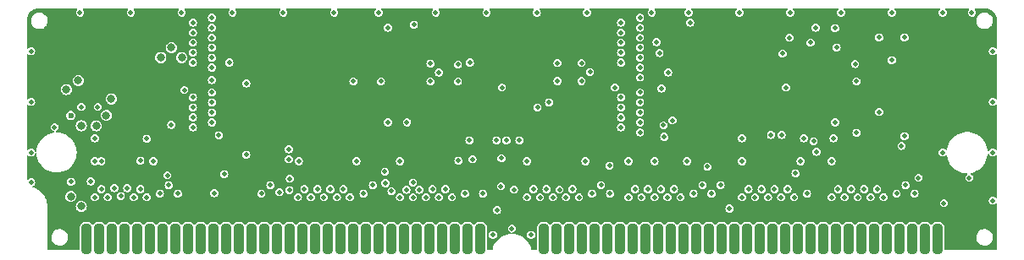
<source format=gbl>
G04 #@! TF.GenerationSoftware,KiCad,Pcbnew,7.0.10*
G04 #@! TF.CreationDate,2024-05-18T05:47:17-04:00*
G04 #@! TF.ProjectId,MacIIROMSIMM,4d616349-4952-44f4-9d53-494d4d2e6b69,1.0*
G04 #@! TF.SameCoordinates,Original*
G04 #@! TF.FileFunction,Copper,L4,Bot*
G04 #@! TF.FilePolarity,Positive*
%FSLAX46Y46*%
G04 Gerber Fmt 4.6, Leading zero omitted, Abs format (unit mm)*
G04 Created by KiCad (PCBNEW 7.0.10) date 2024-05-18 05:47:17*
%MOMM*%
%LPD*%
G01*
G04 APERTURE LIST*
G04 Aperture macros list*
%AMRoundRect*
0 Rectangle with rounded corners*
0 $1 Rounding radius*
0 $2 $3 $4 $5 $6 $7 $8 $9 X,Y pos of 4 corners*
0 Add a 4 corners polygon primitive as box body*
4,1,4,$2,$3,$4,$5,$6,$7,$8,$9,$2,$3,0*
0 Add four circle primitives for the rounded corners*
1,1,$1+$1,$2,$3*
1,1,$1+$1,$4,$5*
1,1,$1+$1,$6,$7*
1,1,$1+$1,$8,$9*
0 Add four rect primitives between the rounded corners*
20,1,$1+$1,$2,$3,$4,$5,0*
20,1,$1+$1,$4,$5,$6,$7,0*
20,1,$1+$1,$6,$7,$8,$9,0*
20,1,$1+$1,$8,$9,$2,$3,0*%
G04 Aperture macros list end*
G04 #@! TA.AperFunction,ComponentPad*
%ADD10RoundRect,0.416560X-0.104140X-1.107440X0.104140X-1.107440X0.104140X1.107440X-0.104140X1.107440X0*%
G04 #@! TD*
G04 #@! TA.AperFunction,ViaPad*
%ADD11C,0.800000*%
G04 #@! TD*
G04 #@! TA.AperFunction,ViaPad*
%ADD12C,0.600000*%
G04 #@! TD*
G04 #@! TA.AperFunction,ViaPad*
%ADD13C,0.500000*%
G04 #@! TD*
G04 APERTURE END LIST*
D10*
X78105000Y-126111000D03*
X79375000Y-126111000D03*
X80645000Y-126111000D03*
X81915000Y-126111000D03*
X83185000Y-126111000D03*
X84455000Y-126111000D03*
X85725000Y-126111000D03*
X86995000Y-126111000D03*
X88265000Y-126111000D03*
X89535000Y-126111000D03*
X90805000Y-126111000D03*
X92075000Y-126111000D03*
X93345000Y-126111000D03*
X94615000Y-126111000D03*
X95885000Y-126111000D03*
X97155000Y-126111000D03*
X98425000Y-126111000D03*
X99695000Y-126111000D03*
X100965000Y-126111000D03*
X102235000Y-126111000D03*
X103505000Y-126111000D03*
X104775000Y-126111000D03*
X106045000Y-126111000D03*
X107315000Y-126111000D03*
X108585000Y-126111000D03*
X109855000Y-126111000D03*
X111125000Y-126111000D03*
X112395000Y-126111000D03*
X113665000Y-126111000D03*
X114935000Y-126111000D03*
X116205000Y-126111000D03*
X117475000Y-126111000D03*
X123825000Y-126111000D03*
X125095000Y-126111000D03*
X126365000Y-126111000D03*
X127635000Y-126111000D03*
X128905000Y-126111000D03*
X130175000Y-126111000D03*
X131445000Y-126111000D03*
X132715000Y-126111000D03*
X133985000Y-126111000D03*
X135255000Y-126111000D03*
X136525000Y-126111000D03*
X137795000Y-126111000D03*
X139065000Y-126111000D03*
X140335000Y-126111000D03*
X141605000Y-126111000D03*
X142875000Y-126111000D03*
X144145000Y-126111000D03*
X145415000Y-126111000D03*
X146685000Y-126111000D03*
X147955000Y-126111000D03*
X149225000Y-126111000D03*
X150495000Y-126111000D03*
X151765000Y-126111000D03*
X153035000Y-126111000D03*
X154305000Y-126111000D03*
X155575000Y-126111000D03*
X156845000Y-126111000D03*
X158115000Y-126111000D03*
X159385000Y-126111000D03*
X160655000Y-126111000D03*
X161925000Y-126111000D03*
X163195000Y-126111000D03*
D11*
X76100000Y-111150000D03*
X77300000Y-110250000D03*
X77600000Y-114800000D03*
D12*
X76550000Y-113750000D03*
D13*
X142400000Y-123100000D03*
X77600000Y-112900000D03*
D11*
X77600000Y-122873000D03*
X76550000Y-121873000D03*
D13*
X99250000Y-121950000D03*
X99900000Y-121150000D03*
X122150000Y-121950000D03*
X100550000Y-121950000D03*
X101200000Y-121150000D03*
X77470000Y-103441500D03*
X72580500Y-107315000D03*
X72580500Y-112395000D03*
X72580500Y-117475000D03*
X72580500Y-120459500D03*
X168719500Y-107315000D03*
X168719500Y-112395000D03*
X168719500Y-117475000D03*
X168719500Y-122301000D03*
X120650000Y-125095000D03*
X118745000Y-125730000D03*
X122555000Y-125730000D03*
X74930000Y-114935000D03*
X166370000Y-120015000D03*
X76581000Y-120396000D03*
X110750000Y-120490000D03*
X155100000Y-115500000D03*
X143383000Y-103441500D03*
X138303000Y-103441500D03*
X134620000Y-103441500D03*
X82550000Y-103441500D03*
X87630000Y-103441500D03*
X97790000Y-103441500D03*
X92710000Y-103441500D03*
X102870000Y-103441500D03*
X118110000Y-103441500D03*
X113030000Y-103441500D03*
X123126500Y-103441500D03*
X115250000Y-108650000D03*
X115250000Y-110350000D03*
X107550000Y-110350000D03*
X92400000Y-108450000D03*
X94100000Y-110550000D03*
X116450000Y-108450000D03*
X127600000Y-108500000D03*
X127600000Y-110300000D03*
X120100000Y-116250000D03*
X119100000Y-116250000D03*
X135100000Y-106400000D03*
X150500000Y-106450000D03*
X135400000Y-107500000D03*
X104800000Y-110350000D03*
X86600000Y-114700000D03*
X86200000Y-119750000D03*
X140200000Y-118900000D03*
X119150000Y-123250000D03*
X120850000Y-121200000D03*
X161290000Y-120015000D03*
X163703000Y-117475000D03*
X163830000Y-122555000D03*
X135875000Y-115900000D03*
X116400000Y-116250000D03*
X90650000Y-110200000D03*
X78950000Y-118350000D03*
X84150000Y-121950000D03*
X85450000Y-121600000D03*
X84800000Y-118350000D03*
X122150000Y-118350000D03*
X128000000Y-118350000D03*
X130950000Y-110950000D03*
X130400000Y-118800000D03*
X107315000Y-103441500D03*
X163703000Y-103441500D03*
X158623000Y-103441500D03*
X153543000Y-103441500D03*
X148463000Y-103441500D03*
X125200000Y-108500000D03*
X125200000Y-110300000D03*
X108250000Y-114450000D03*
X128143000Y-103441500D03*
X153100000Y-106950000D03*
X138450000Y-104450000D03*
X149850000Y-116050000D03*
X149000000Y-119550000D03*
X121400000Y-116250000D03*
X116700000Y-118150000D03*
X151100000Y-117400000D03*
X136250000Y-109450000D03*
X147700000Y-107550000D03*
X148400000Y-105950000D03*
X94100000Y-117700000D03*
X90900000Y-121550000D03*
X91900000Y-119650000D03*
X143650000Y-116050000D03*
X150150000Y-121600000D03*
X130450000Y-121600000D03*
X112500000Y-108550000D03*
D11*
X79100000Y-114800000D03*
D13*
X79250000Y-112900000D03*
X98450000Y-120100000D03*
X95600000Y-121600000D03*
X152600000Y-118350000D03*
X157800000Y-121950000D03*
X87250000Y-121600000D03*
X115950000Y-121600000D03*
X98350000Y-117150000D03*
X96500000Y-120750000D03*
X160900000Y-121600000D03*
X155100000Y-110350000D03*
X109450000Y-118350000D03*
X159893000Y-115824000D03*
X113350000Y-109450000D03*
X148050000Y-110950000D03*
X104450000Y-121950000D03*
X139700000Y-120750000D03*
X141500000Y-120750000D03*
X128450000Y-109400000D03*
D11*
X80100000Y-113750000D03*
D13*
X78550000Y-120373000D03*
X152800000Y-116050000D03*
X78950000Y-116050000D03*
X154950000Y-108600000D03*
X160000000Y-120750000D03*
X151000000Y-104950000D03*
X143650000Y-118350000D03*
X110850000Y-104650000D03*
X166624000Y-103441500D03*
X129550000Y-120750000D03*
X108250000Y-104950000D03*
X99350000Y-118350000D03*
X97400000Y-121450000D03*
X127350000Y-121950000D03*
X110150000Y-114450000D03*
X114650000Y-121950000D03*
X137500000Y-121950000D03*
X132300000Y-118350000D03*
X138150000Y-118350000D03*
X148850000Y-121950000D03*
X106750000Y-120750000D03*
X105813500Y-121600000D03*
X117750000Y-121600000D03*
X86350000Y-120750000D03*
X152950000Y-105000000D03*
D11*
X87650000Y-107950000D03*
D13*
X135600000Y-111050000D03*
X140600000Y-121600000D03*
D11*
X85550000Y-107950000D03*
D13*
X159100000Y-121600000D03*
X138800000Y-121600000D03*
D11*
X86600000Y-106950000D03*
X80600000Y-112100000D03*
D13*
X152950000Y-114450000D03*
X112500000Y-110350000D03*
X128650000Y-121600000D03*
X101850000Y-121950000D03*
X102500000Y-121150000D03*
X103150000Y-121950000D03*
X124750000Y-121950000D03*
X103800000Y-121150000D03*
X78950000Y-121950000D03*
X79600000Y-121150000D03*
X80250000Y-121950000D03*
X80900000Y-121050000D03*
X81550000Y-121850000D03*
X82200000Y-121050000D03*
X82850000Y-121950000D03*
X98400000Y-121250000D03*
X83500000Y-121150000D03*
X109450000Y-121950000D03*
X110100000Y-121210000D03*
X110750000Y-121950000D03*
X111400000Y-121210000D03*
X112050000Y-121950000D03*
X112700000Y-121150000D03*
X113350000Y-121950000D03*
X114000000Y-121150000D03*
X122800000Y-121150000D03*
X123450000Y-121950000D03*
X124100000Y-121150000D03*
X125400000Y-121200000D03*
X126050000Y-121950000D03*
X126700000Y-121150000D03*
X132300000Y-121950000D03*
X132950000Y-121150000D03*
X133600000Y-121950000D03*
X134250000Y-121150000D03*
X134900000Y-121950000D03*
X135550000Y-121150000D03*
X136200000Y-121950000D03*
X136850000Y-121150000D03*
X143650000Y-121950000D03*
X144300000Y-121150000D03*
X144950000Y-121950000D03*
X145600000Y-121150000D03*
X146250000Y-121950000D03*
X146900000Y-121150000D03*
X147550000Y-121950000D03*
X148200000Y-121150000D03*
X152600000Y-121950000D03*
X153250000Y-121150000D03*
X153900000Y-121950000D03*
X154550000Y-121150000D03*
X155200000Y-121950000D03*
X155850000Y-121150000D03*
X156500000Y-121950000D03*
X157150000Y-121150000D03*
X84800000Y-121950000D03*
X85450000Y-123100000D03*
X86350000Y-123950000D03*
X87250000Y-123100000D03*
X128000000Y-121950000D03*
X128650000Y-123100000D03*
X129550000Y-123950000D03*
X125250000Y-109400000D03*
X120586500Y-103441500D03*
X125603000Y-103441500D03*
X115570000Y-103441500D03*
X140843000Y-103441500D03*
X151003000Y-103441500D03*
X156083000Y-103441500D03*
X145923000Y-103441500D03*
X136398000Y-103441500D03*
X168719500Y-109855000D03*
X168719500Y-114935000D03*
X168719500Y-120015000D03*
X72580500Y-109855000D03*
X72580500Y-114935000D03*
X85090000Y-103441500D03*
X80010000Y-103441500D03*
X100330000Y-103441500D03*
X105410000Y-103441500D03*
X95250000Y-103441500D03*
X130683000Y-103441500D03*
X160528000Y-103441500D03*
X72580500Y-105791000D03*
X168719500Y-105791000D03*
X153785882Y-110314118D03*
X108250000Y-109700000D03*
X96500000Y-123950000D03*
D11*
X85600000Y-109450000D03*
D13*
X150550000Y-104450000D03*
X152850000Y-109450000D03*
X159100000Y-123100000D03*
D11*
X87550000Y-109450000D03*
D13*
X115950000Y-123100000D03*
X151050000Y-123950000D03*
X139550000Y-123925000D03*
X88750000Y-109450000D03*
X111050000Y-110350000D03*
X149500000Y-121950000D03*
X117800000Y-123100000D03*
D11*
X79400000Y-109300000D03*
D13*
X152950000Y-104300000D03*
X131550000Y-110450000D03*
X138800000Y-123100000D03*
X116850000Y-123950000D03*
X138150000Y-121950000D03*
X110150000Y-109450000D03*
X131550000Y-109450000D03*
X126100000Y-108500000D03*
X110150000Y-104450000D03*
X130450000Y-123100000D03*
X115300000Y-121950000D03*
X160000000Y-123950000D03*
X105100000Y-121900000D03*
X106713500Y-123950000D03*
X97400000Y-123100000D03*
X96450000Y-117200000D03*
X95850000Y-118100000D03*
X126100000Y-110300000D03*
X95600000Y-123100000D03*
X88750000Y-110450000D03*
X153600000Y-108550000D03*
X165163500Y-103441500D03*
X111000000Y-108550000D03*
D11*
X86600000Y-110450000D03*
D13*
X105813500Y-123100000D03*
D11*
X80600000Y-110200000D03*
D13*
X160900000Y-123100000D03*
X107613500Y-123100000D03*
X150150000Y-123100000D03*
X158450000Y-121950000D03*
X90650000Y-113450000D03*
X133450000Y-113450000D03*
X88750000Y-113950000D03*
X131550000Y-113950000D03*
X90650000Y-114450000D03*
X133450000Y-114450000D03*
X88750000Y-114950000D03*
X131550000Y-114950000D03*
X133450000Y-115450000D03*
X91350000Y-115750000D03*
X108600000Y-121350000D03*
X150800000Y-116350000D03*
X79600000Y-118350000D03*
X108000000Y-120550000D03*
X147600000Y-115700000D03*
X83500000Y-118300000D03*
X84150000Y-116100000D03*
X146550000Y-115700000D03*
X107950000Y-119400000D03*
X119650000Y-110950000D03*
X90650000Y-108950000D03*
X133450000Y-108950000D03*
X123200000Y-112950000D03*
X131550000Y-112950000D03*
X88750000Y-112950000D03*
X90650000Y-112450000D03*
X124350000Y-112450000D03*
X133450000Y-112450000D03*
X90650000Y-103950000D03*
X133450000Y-103950000D03*
X88750000Y-104450000D03*
X131550000Y-104450000D03*
X90650000Y-104950000D03*
X133450000Y-104950000D03*
X88750000Y-105450000D03*
X131550000Y-105450000D03*
X90650000Y-105950000D03*
X133450000Y-105950000D03*
X88750000Y-106450000D03*
X131550000Y-106450000D03*
X90650000Y-106950000D03*
X133450000Y-106950000D03*
X88750000Y-107450000D03*
X131550000Y-107450000D03*
X134900000Y-118350000D03*
X119600000Y-118050000D03*
X88750000Y-111950000D03*
X131550000Y-111950000D03*
X90650000Y-111450000D03*
X133450000Y-111450000D03*
X157353000Y-113411000D03*
X135800000Y-114750000D03*
X159600000Y-116800000D03*
X136700000Y-114250000D03*
X133450000Y-109950000D03*
X159893000Y-105918000D03*
X87900000Y-111200000D03*
X105100000Y-118350000D03*
X98350000Y-118150000D03*
X115300000Y-118300000D03*
X149500000Y-118350000D03*
X119550000Y-120850000D03*
X88750000Y-108450000D03*
X131550000Y-108450000D03*
X158623000Y-108204000D03*
X90650000Y-107950000D03*
X133450000Y-107950000D03*
X157353000Y-105918000D03*
G04 #@! TA.AperFunction,Conductor*
G36*
X77181922Y-103040681D02*
G01*
X77207915Y-103085703D01*
X77198888Y-103136900D01*
X77186810Y-103152640D01*
X77138676Y-103200773D01*
X77138671Y-103200780D01*
X77080504Y-103314939D01*
X77080500Y-103314951D01*
X77060458Y-103441498D01*
X77060458Y-103441501D01*
X77080500Y-103568048D01*
X77080504Y-103568060D01*
X77138671Y-103682219D01*
X77138676Y-103682226D01*
X77229273Y-103772823D01*
X77229280Y-103772828D01*
X77328633Y-103823451D01*
X77343445Y-103830998D01*
X77343450Y-103830998D01*
X77343451Y-103830999D01*
X77469998Y-103851042D01*
X77470000Y-103851042D01*
X77470002Y-103851042D01*
X77564223Y-103836118D01*
X77596555Y-103830998D01*
X77710723Y-103772826D01*
X77801326Y-103682223D01*
X77859498Y-103568055D01*
X77879542Y-103441500D01*
X77877306Y-103427385D01*
X77859499Y-103314951D01*
X77859498Y-103314950D01*
X77859498Y-103314945D01*
X77801326Y-103200777D01*
X77801325Y-103200776D01*
X77801323Y-103200773D01*
X77753190Y-103152640D01*
X77731219Y-103105524D01*
X77744674Y-103055308D01*
X77787260Y-103025490D01*
X77806930Y-103022900D01*
X82213070Y-103022900D01*
X82261922Y-103040681D01*
X82287915Y-103085703D01*
X82278888Y-103136900D01*
X82266810Y-103152640D01*
X82218676Y-103200773D01*
X82218671Y-103200780D01*
X82160504Y-103314939D01*
X82160500Y-103314951D01*
X82140458Y-103441498D01*
X82140458Y-103441501D01*
X82160500Y-103568048D01*
X82160504Y-103568060D01*
X82218671Y-103682219D01*
X82218676Y-103682226D01*
X82309273Y-103772823D01*
X82309280Y-103772828D01*
X82408633Y-103823451D01*
X82423445Y-103830998D01*
X82423450Y-103830998D01*
X82423451Y-103830999D01*
X82549998Y-103851042D01*
X82550000Y-103851042D01*
X82550002Y-103851042D01*
X82644223Y-103836118D01*
X82676555Y-103830998D01*
X82790723Y-103772826D01*
X82881326Y-103682223D01*
X82939498Y-103568055D01*
X82959542Y-103441500D01*
X82957306Y-103427385D01*
X82939499Y-103314951D01*
X82939498Y-103314950D01*
X82939498Y-103314945D01*
X82881326Y-103200777D01*
X82881325Y-103200776D01*
X82881323Y-103200773D01*
X82833190Y-103152640D01*
X82811219Y-103105524D01*
X82824674Y-103055308D01*
X82867260Y-103025490D01*
X82886930Y-103022900D01*
X87293070Y-103022900D01*
X87341922Y-103040681D01*
X87367915Y-103085703D01*
X87358888Y-103136900D01*
X87346810Y-103152640D01*
X87298676Y-103200773D01*
X87298671Y-103200780D01*
X87240504Y-103314939D01*
X87240500Y-103314951D01*
X87220458Y-103441498D01*
X87220458Y-103441501D01*
X87240500Y-103568048D01*
X87240504Y-103568060D01*
X87298671Y-103682219D01*
X87298676Y-103682226D01*
X87389273Y-103772823D01*
X87389280Y-103772828D01*
X87488633Y-103823451D01*
X87503445Y-103830998D01*
X87503450Y-103830998D01*
X87503451Y-103830999D01*
X87629998Y-103851042D01*
X87630000Y-103851042D01*
X87630002Y-103851042D01*
X87724223Y-103836118D01*
X87756555Y-103830998D01*
X87870723Y-103772826D01*
X87961326Y-103682223D01*
X88019498Y-103568055D01*
X88039542Y-103441500D01*
X88037306Y-103427385D01*
X88019499Y-103314951D01*
X88019498Y-103314950D01*
X88019498Y-103314945D01*
X87961326Y-103200777D01*
X87961325Y-103200776D01*
X87961323Y-103200773D01*
X87913190Y-103152640D01*
X87891219Y-103105524D01*
X87904674Y-103055308D01*
X87947260Y-103025490D01*
X87966930Y-103022900D01*
X92373070Y-103022900D01*
X92421922Y-103040681D01*
X92447915Y-103085703D01*
X92438888Y-103136900D01*
X92426810Y-103152640D01*
X92378676Y-103200773D01*
X92378671Y-103200780D01*
X92320504Y-103314939D01*
X92320500Y-103314951D01*
X92300458Y-103441498D01*
X92300458Y-103441501D01*
X92320500Y-103568048D01*
X92320504Y-103568060D01*
X92378671Y-103682219D01*
X92378676Y-103682226D01*
X92469273Y-103772823D01*
X92469280Y-103772828D01*
X92568633Y-103823451D01*
X92583445Y-103830998D01*
X92583450Y-103830998D01*
X92583451Y-103830999D01*
X92709998Y-103851042D01*
X92710000Y-103851042D01*
X92710002Y-103851042D01*
X92804223Y-103836118D01*
X92836555Y-103830998D01*
X92950723Y-103772826D01*
X93041326Y-103682223D01*
X93099498Y-103568055D01*
X93119542Y-103441500D01*
X93117306Y-103427385D01*
X93099499Y-103314951D01*
X93099498Y-103314950D01*
X93099498Y-103314945D01*
X93041326Y-103200777D01*
X93041325Y-103200776D01*
X93041323Y-103200773D01*
X92993190Y-103152640D01*
X92971219Y-103105524D01*
X92984674Y-103055308D01*
X93027260Y-103025490D01*
X93046930Y-103022900D01*
X97453070Y-103022900D01*
X97501922Y-103040681D01*
X97527915Y-103085703D01*
X97518888Y-103136900D01*
X97506810Y-103152640D01*
X97458676Y-103200773D01*
X97458671Y-103200780D01*
X97400504Y-103314939D01*
X97400500Y-103314951D01*
X97380458Y-103441498D01*
X97380458Y-103441501D01*
X97400500Y-103568048D01*
X97400504Y-103568060D01*
X97458671Y-103682219D01*
X97458676Y-103682226D01*
X97549273Y-103772823D01*
X97549280Y-103772828D01*
X97648633Y-103823451D01*
X97663445Y-103830998D01*
X97663450Y-103830998D01*
X97663451Y-103830999D01*
X97789998Y-103851042D01*
X97790000Y-103851042D01*
X97790002Y-103851042D01*
X97884223Y-103836118D01*
X97916555Y-103830998D01*
X98030723Y-103772826D01*
X98121326Y-103682223D01*
X98179498Y-103568055D01*
X98199542Y-103441500D01*
X98197306Y-103427385D01*
X98179499Y-103314951D01*
X98179498Y-103314950D01*
X98179498Y-103314945D01*
X98121326Y-103200777D01*
X98121325Y-103200776D01*
X98121323Y-103200773D01*
X98073190Y-103152640D01*
X98051219Y-103105524D01*
X98064674Y-103055308D01*
X98107260Y-103025490D01*
X98126930Y-103022900D01*
X102533070Y-103022900D01*
X102581922Y-103040681D01*
X102607915Y-103085703D01*
X102598888Y-103136900D01*
X102586810Y-103152640D01*
X102538676Y-103200773D01*
X102538671Y-103200780D01*
X102480504Y-103314939D01*
X102480500Y-103314951D01*
X102460458Y-103441498D01*
X102460458Y-103441501D01*
X102480500Y-103568048D01*
X102480504Y-103568060D01*
X102538671Y-103682219D01*
X102538676Y-103682226D01*
X102629273Y-103772823D01*
X102629280Y-103772828D01*
X102728633Y-103823451D01*
X102743445Y-103830998D01*
X102743450Y-103830998D01*
X102743451Y-103830999D01*
X102869998Y-103851042D01*
X102870000Y-103851042D01*
X102870002Y-103851042D01*
X102964223Y-103836118D01*
X102996555Y-103830998D01*
X103110723Y-103772826D01*
X103201326Y-103682223D01*
X103259498Y-103568055D01*
X103279542Y-103441500D01*
X103277306Y-103427385D01*
X103259499Y-103314951D01*
X103259498Y-103314950D01*
X103259498Y-103314945D01*
X103201326Y-103200777D01*
X103201325Y-103200776D01*
X103201323Y-103200773D01*
X103153190Y-103152640D01*
X103131219Y-103105524D01*
X103144674Y-103055308D01*
X103187260Y-103025490D01*
X103206930Y-103022900D01*
X106978070Y-103022900D01*
X107026922Y-103040681D01*
X107052915Y-103085703D01*
X107043888Y-103136900D01*
X107031810Y-103152640D01*
X106983676Y-103200773D01*
X106983671Y-103200780D01*
X106925504Y-103314939D01*
X106925500Y-103314951D01*
X106905458Y-103441498D01*
X106905458Y-103441501D01*
X106925500Y-103568048D01*
X106925504Y-103568060D01*
X106983671Y-103682219D01*
X106983676Y-103682226D01*
X107074273Y-103772823D01*
X107074280Y-103772828D01*
X107173633Y-103823451D01*
X107188445Y-103830998D01*
X107188450Y-103830998D01*
X107188451Y-103830999D01*
X107314998Y-103851042D01*
X107315000Y-103851042D01*
X107315002Y-103851042D01*
X107409223Y-103836118D01*
X107441555Y-103830998D01*
X107555723Y-103772826D01*
X107646326Y-103682223D01*
X107704498Y-103568055D01*
X107724542Y-103441500D01*
X107722306Y-103427385D01*
X107704499Y-103314951D01*
X107704498Y-103314950D01*
X107704498Y-103314945D01*
X107646326Y-103200777D01*
X107646325Y-103200776D01*
X107646323Y-103200773D01*
X107598190Y-103152640D01*
X107576219Y-103105524D01*
X107589674Y-103055308D01*
X107632260Y-103025490D01*
X107651930Y-103022900D01*
X112693070Y-103022900D01*
X112741922Y-103040681D01*
X112767915Y-103085703D01*
X112758888Y-103136900D01*
X112746810Y-103152640D01*
X112698676Y-103200773D01*
X112698671Y-103200780D01*
X112640504Y-103314939D01*
X112640500Y-103314951D01*
X112620458Y-103441498D01*
X112620458Y-103441501D01*
X112640500Y-103568048D01*
X112640504Y-103568060D01*
X112698671Y-103682219D01*
X112698676Y-103682226D01*
X112789273Y-103772823D01*
X112789280Y-103772828D01*
X112888633Y-103823451D01*
X112903445Y-103830998D01*
X112903450Y-103830998D01*
X112903451Y-103830999D01*
X113029998Y-103851042D01*
X113030000Y-103851042D01*
X113030002Y-103851042D01*
X113124223Y-103836118D01*
X113156555Y-103830998D01*
X113270723Y-103772826D01*
X113361326Y-103682223D01*
X113419498Y-103568055D01*
X113439542Y-103441500D01*
X113437306Y-103427385D01*
X113419499Y-103314951D01*
X113419498Y-103314950D01*
X113419498Y-103314945D01*
X113361326Y-103200777D01*
X113361325Y-103200776D01*
X113361323Y-103200773D01*
X113313190Y-103152640D01*
X113291219Y-103105524D01*
X113304674Y-103055308D01*
X113347260Y-103025490D01*
X113366930Y-103022900D01*
X117773070Y-103022900D01*
X117821922Y-103040681D01*
X117847915Y-103085703D01*
X117838888Y-103136900D01*
X117826810Y-103152640D01*
X117778676Y-103200773D01*
X117778671Y-103200780D01*
X117720504Y-103314939D01*
X117720500Y-103314951D01*
X117700458Y-103441498D01*
X117700458Y-103441501D01*
X117720500Y-103568048D01*
X117720504Y-103568060D01*
X117778671Y-103682219D01*
X117778676Y-103682226D01*
X117869273Y-103772823D01*
X117869280Y-103772828D01*
X117968633Y-103823451D01*
X117983445Y-103830998D01*
X117983450Y-103830998D01*
X117983451Y-103830999D01*
X118109998Y-103851042D01*
X118110000Y-103851042D01*
X118110002Y-103851042D01*
X118204223Y-103836118D01*
X118236555Y-103830998D01*
X118350723Y-103772826D01*
X118441326Y-103682223D01*
X118499498Y-103568055D01*
X118519542Y-103441500D01*
X118517306Y-103427385D01*
X118499499Y-103314951D01*
X118499498Y-103314950D01*
X118499498Y-103314945D01*
X118441326Y-103200777D01*
X118441325Y-103200776D01*
X118441323Y-103200773D01*
X118393190Y-103152640D01*
X118371219Y-103105524D01*
X118384674Y-103055308D01*
X118427260Y-103025490D01*
X118446930Y-103022900D01*
X122789570Y-103022900D01*
X122838422Y-103040681D01*
X122864415Y-103085703D01*
X122855388Y-103136900D01*
X122843310Y-103152640D01*
X122795176Y-103200773D01*
X122795171Y-103200780D01*
X122737004Y-103314939D01*
X122737000Y-103314951D01*
X122716958Y-103441498D01*
X122716958Y-103441501D01*
X122737000Y-103568048D01*
X122737004Y-103568060D01*
X122795171Y-103682219D01*
X122795176Y-103682226D01*
X122885773Y-103772823D01*
X122885780Y-103772828D01*
X122985133Y-103823451D01*
X122999945Y-103830998D01*
X122999950Y-103830998D01*
X122999951Y-103830999D01*
X123126498Y-103851042D01*
X123126500Y-103851042D01*
X123126502Y-103851042D01*
X123220723Y-103836118D01*
X123253055Y-103830998D01*
X123367223Y-103772826D01*
X123457826Y-103682223D01*
X123515998Y-103568055D01*
X123536042Y-103441500D01*
X123533806Y-103427385D01*
X123515999Y-103314951D01*
X123515998Y-103314950D01*
X123515998Y-103314945D01*
X123457826Y-103200777D01*
X123457825Y-103200776D01*
X123457823Y-103200773D01*
X123409690Y-103152640D01*
X123387719Y-103105524D01*
X123401174Y-103055308D01*
X123443760Y-103025490D01*
X123463430Y-103022900D01*
X127806070Y-103022900D01*
X127854922Y-103040681D01*
X127880915Y-103085703D01*
X127871888Y-103136900D01*
X127859810Y-103152640D01*
X127811676Y-103200773D01*
X127811671Y-103200780D01*
X127753504Y-103314939D01*
X127753500Y-103314951D01*
X127733458Y-103441498D01*
X127733458Y-103441501D01*
X127753500Y-103568048D01*
X127753504Y-103568060D01*
X127811671Y-103682219D01*
X127811676Y-103682226D01*
X127902273Y-103772823D01*
X127902280Y-103772828D01*
X128001633Y-103823451D01*
X128016445Y-103830998D01*
X128016450Y-103830998D01*
X128016451Y-103830999D01*
X128142998Y-103851042D01*
X128143000Y-103851042D01*
X128143002Y-103851042D01*
X128237223Y-103836118D01*
X128269555Y-103830998D01*
X128383723Y-103772826D01*
X128474326Y-103682223D01*
X128532498Y-103568055D01*
X128552542Y-103441500D01*
X128550306Y-103427385D01*
X128532499Y-103314951D01*
X128532498Y-103314950D01*
X128532498Y-103314945D01*
X128474326Y-103200777D01*
X128474325Y-103200776D01*
X128474323Y-103200773D01*
X128426190Y-103152640D01*
X128404219Y-103105524D01*
X128417674Y-103055308D01*
X128460260Y-103025490D01*
X128479930Y-103022900D01*
X134283070Y-103022900D01*
X134331922Y-103040681D01*
X134357915Y-103085703D01*
X134348888Y-103136900D01*
X134336810Y-103152640D01*
X134288676Y-103200773D01*
X134288671Y-103200780D01*
X134230504Y-103314939D01*
X134230500Y-103314951D01*
X134210458Y-103441498D01*
X134210458Y-103441501D01*
X134230500Y-103568048D01*
X134230504Y-103568060D01*
X134288671Y-103682219D01*
X134288676Y-103682226D01*
X134379273Y-103772823D01*
X134379280Y-103772828D01*
X134478633Y-103823451D01*
X134493445Y-103830998D01*
X134493450Y-103830998D01*
X134493451Y-103830999D01*
X134619998Y-103851042D01*
X134620000Y-103851042D01*
X134620002Y-103851042D01*
X134714223Y-103836118D01*
X134746555Y-103830998D01*
X134860723Y-103772826D01*
X134951326Y-103682223D01*
X135009498Y-103568055D01*
X135029542Y-103441500D01*
X135027306Y-103427385D01*
X135009499Y-103314951D01*
X135009498Y-103314950D01*
X135009498Y-103314945D01*
X134951326Y-103200777D01*
X134951325Y-103200776D01*
X134951323Y-103200773D01*
X134903190Y-103152640D01*
X134881219Y-103105524D01*
X134894674Y-103055308D01*
X134937260Y-103025490D01*
X134956930Y-103022900D01*
X137966070Y-103022900D01*
X138014922Y-103040681D01*
X138040915Y-103085703D01*
X138031888Y-103136900D01*
X138019810Y-103152640D01*
X137971676Y-103200773D01*
X137971671Y-103200780D01*
X137913504Y-103314939D01*
X137913500Y-103314951D01*
X137893458Y-103441498D01*
X137893458Y-103441501D01*
X137913500Y-103568048D01*
X137913504Y-103568060D01*
X137971671Y-103682219D01*
X137971676Y-103682226D01*
X138062273Y-103772823D01*
X138062280Y-103772828D01*
X138161633Y-103823451D01*
X138176445Y-103830998D01*
X138176450Y-103830998D01*
X138176451Y-103830999D01*
X138302998Y-103851042D01*
X138303000Y-103851042D01*
X138303002Y-103851042D01*
X138397223Y-103836118D01*
X138429555Y-103830998D01*
X138543723Y-103772826D01*
X138634326Y-103682223D01*
X138692498Y-103568055D01*
X138712542Y-103441500D01*
X138710306Y-103427385D01*
X138692499Y-103314951D01*
X138692498Y-103314950D01*
X138692498Y-103314945D01*
X138634326Y-103200777D01*
X138634325Y-103200776D01*
X138634323Y-103200773D01*
X138586190Y-103152640D01*
X138564219Y-103105524D01*
X138577674Y-103055308D01*
X138620260Y-103025490D01*
X138639930Y-103022900D01*
X143046070Y-103022900D01*
X143094922Y-103040681D01*
X143120915Y-103085703D01*
X143111888Y-103136900D01*
X143099810Y-103152640D01*
X143051676Y-103200773D01*
X143051671Y-103200780D01*
X142993504Y-103314939D01*
X142993500Y-103314951D01*
X142973458Y-103441498D01*
X142973458Y-103441501D01*
X142993500Y-103568048D01*
X142993504Y-103568060D01*
X143051671Y-103682219D01*
X143051676Y-103682226D01*
X143142273Y-103772823D01*
X143142280Y-103772828D01*
X143241633Y-103823451D01*
X143256445Y-103830998D01*
X143256450Y-103830998D01*
X143256451Y-103830999D01*
X143382998Y-103851042D01*
X143383000Y-103851042D01*
X143383002Y-103851042D01*
X143477223Y-103836118D01*
X143509555Y-103830998D01*
X143623723Y-103772826D01*
X143714326Y-103682223D01*
X143772498Y-103568055D01*
X143792542Y-103441500D01*
X143790306Y-103427385D01*
X143772499Y-103314951D01*
X143772498Y-103314950D01*
X143772498Y-103314945D01*
X143714326Y-103200777D01*
X143714325Y-103200776D01*
X143714323Y-103200773D01*
X143666190Y-103152640D01*
X143644219Y-103105524D01*
X143657674Y-103055308D01*
X143700260Y-103025490D01*
X143719930Y-103022900D01*
X148126070Y-103022900D01*
X148174922Y-103040681D01*
X148200915Y-103085703D01*
X148191888Y-103136900D01*
X148179810Y-103152640D01*
X148131676Y-103200773D01*
X148131671Y-103200780D01*
X148073504Y-103314939D01*
X148073500Y-103314951D01*
X148053458Y-103441498D01*
X148053458Y-103441501D01*
X148073500Y-103568048D01*
X148073504Y-103568060D01*
X148131671Y-103682219D01*
X148131676Y-103682226D01*
X148222273Y-103772823D01*
X148222280Y-103772828D01*
X148321633Y-103823451D01*
X148336445Y-103830998D01*
X148336450Y-103830998D01*
X148336451Y-103830999D01*
X148462998Y-103851042D01*
X148463000Y-103851042D01*
X148463002Y-103851042D01*
X148557223Y-103836118D01*
X148589555Y-103830998D01*
X148703723Y-103772826D01*
X148794326Y-103682223D01*
X148852498Y-103568055D01*
X148872542Y-103441500D01*
X148870306Y-103427385D01*
X148852499Y-103314951D01*
X148852498Y-103314950D01*
X148852498Y-103314945D01*
X148794326Y-103200777D01*
X148794325Y-103200776D01*
X148794323Y-103200773D01*
X148746190Y-103152640D01*
X148724219Y-103105524D01*
X148737674Y-103055308D01*
X148780260Y-103025490D01*
X148799930Y-103022900D01*
X153206070Y-103022900D01*
X153254922Y-103040681D01*
X153280915Y-103085703D01*
X153271888Y-103136900D01*
X153259810Y-103152640D01*
X153211676Y-103200773D01*
X153211671Y-103200780D01*
X153153504Y-103314939D01*
X153153500Y-103314951D01*
X153133458Y-103441498D01*
X153133458Y-103441501D01*
X153153500Y-103568048D01*
X153153504Y-103568060D01*
X153211671Y-103682219D01*
X153211676Y-103682226D01*
X153302273Y-103772823D01*
X153302280Y-103772828D01*
X153401633Y-103823451D01*
X153416445Y-103830998D01*
X153416450Y-103830998D01*
X153416451Y-103830999D01*
X153542998Y-103851042D01*
X153543000Y-103851042D01*
X153543002Y-103851042D01*
X153637223Y-103836118D01*
X153669555Y-103830998D01*
X153783723Y-103772826D01*
X153874326Y-103682223D01*
X153932498Y-103568055D01*
X153952542Y-103441500D01*
X153950306Y-103427385D01*
X153932499Y-103314951D01*
X153932498Y-103314950D01*
X153932498Y-103314945D01*
X153874326Y-103200777D01*
X153874325Y-103200776D01*
X153874323Y-103200773D01*
X153826190Y-103152640D01*
X153804219Y-103105524D01*
X153817674Y-103055308D01*
X153860260Y-103025490D01*
X153879930Y-103022900D01*
X158286070Y-103022900D01*
X158334922Y-103040681D01*
X158360915Y-103085703D01*
X158351888Y-103136900D01*
X158339810Y-103152640D01*
X158291676Y-103200773D01*
X158291671Y-103200780D01*
X158233504Y-103314939D01*
X158233500Y-103314951D01*
X158213458Y-103441498D01*
X158213458Y-103441501D01*
X158233500Y-103568048D01*
X158233504Y-103568060D01*
X158291671Y-103682219D01*
X158291676Y-103682226D01*
X158382273Y-103772823D01*
X158382280Y-103772828D01*
X158481633Y-103823451D01*
X158496445Y-103830998D01*
X158496450Y-103830998D01*
X158496451Y-103830999D01*
X158622998Y-103851042D01*
X158623000Y-103851042D01*
X158623002Y-103851042D01*
X158717223Y-103836118D01*
X158749555Y-103830998D01*
X158863723Y-103772826D01*
X158954326Y-103682223D01*
X159012498Y-103568055D01*
X159032542Y-103441500D01*
X159030306Y-103427385D01*
X159012499Y-103314951D01*
X159012498Y-103314950D01*
X159012498Y-103314945D01*
X158954326Y-103200777D01*
X158954325Y-103200776D01*
X158954323Y-103200773D01*
X158906190Y-103152640D01*
X158884219Y-103105524D01*
X158897674Y-103055308D01*
X158940260Y-103025490D01*
X158959930Y-103022900D01*
X163366070Y-103022900D01*
X163414922Y-103040681D01*
X163440915Y-103085703D01*
X163431888Y-103136900D01*
X163419810Y-103152640D01*
X163371676Y-103200773D01*
X163371671Y-103200780D01*
X163313504Y-103314939D01*
X163313500Y-103314951D01*
X163293458Y-103441498D01*
X163293458Y-103441501D01*
X163313500Y-103568048D01*
X163313504Y-103568060D01*
X163371671Y-103682219D01*
X163371676Y-103682226D01*
X163462273Y-103772823D01*
X163462280Y-103772828D01*
X163561633Y-103823451D01*
X163576445Y-103830998D01*
X163576450Y-103830998D01*
X163576451Y-103830999D01*
X163702998Y-103851042D01*
X163703000Y-103851042D01*
X163703002Y-103851042D01*
X163797223Y-103836118D01*
X163829555Y-103830998D01*
X163943723Y-103772826D01*
X164034326Y-103682223D01*
X164092498Y-103568055D01*
X164112542Y-103441500D01*
X164110306Y-103427385D01*
X164092499Y-103314951D01*
X164092498Y-103314950D01*
X164092498Y-103314945D01*
X164034326Y-103200777D01*
X164034325Y-103200776D01*
X164034323Y-103200773D01*
X163986190Y-103152640D01*
X163964219Y-103105524D01*
X163977674Y-103055308D01*
X164020260Y-103025490D01*
X164039930Y-103022900D01*
X166287070Y-103022900D01*
X166335922Y-103040681D01*
X166361915Y-103085703D01*
X166352888Y-103136900D01*
X166340810Y-103152640D01*
X166292676Y-103200773D01*
X166292671Y-103200780D01*
X166234504Y-103314939D01*
X166234500Y-103314951D01*
X166214458Y-103441498D01*
X166214458Y-103441501D01*
X166234500Y-103568048D01*
X166234504Y-103568060D01*
X166292671Y-103682219D01*
X166292676Y-103682226D01*
X166383273Y-103772823D01*
X166383280Y-103772828D01*
X166482633Y-103823451D01*
X166497445Y-103830998D01*
X166497450Y-103830998D01*
X166497451Y-103830999D01*
X166623998Y-103851042D01*
X166624000Y-103851042D01*
X166624002Y-103851042D01*
X166718223Y-103836118D01*
X166750555Y-103830998D01*
X166864723Y-103772826D01*
X166955326Y-103682223D01*
X167013498Y-103568055D01*
X167033542Y-103441500D01*
X167031306Y-103427385D01*
X167013499Y-103314951D01*
X167013498Y-103314950D01*
X167013498Y-103314945D01*
X166955326Y-103200777D01*
X166955325Y-103200776D01*
X166955323Y-103200773D01*
X166907190Y-103152640D01*
X166885219Y-103105524D01*
X166898674Y-103055308D01*
X166941260Y-103025490D01*
X166960930Y-103022900D01*
X167962497Y-103022900D01*
X168017679Y-103022900D01*
X168024302Y-103023189D01*
X168049143Y-103025362D01*
X168208369Y-103039292D01*
X168221398Y-103041590D01*
X168396654Y-103088549D01*
X168409090Y-103093076D01*
X168573525Y-103169753D01*
X168584992Y-103176374D01*
X168733614Y-103280441D01*
X168743762Y-103288956D01*
X168872043Y-103417237D01*
X168880558Y-103427385D01*
X168984625Y-103576007D01*
X168991249Y-103587480D01*
X169067921Y-103751903D01*
X169072452Y-103764352D01*
X169119407Y-103939591D01*
X169121708Y-103952637D01*
X169137443Y-104132496D01*
X169137811Y-104136696D01*
X169138100Y-104143320D01*
X169138100Y-106978070D01*
X169120319Y-107026922D01*
X169075297Y-107052915D01*
X169024100Y-107043888D01*
X169008360Y-107031810D01*
X168960226Y-106983676D01*
X168960219Y-106983671D01*
X168846060Y-106925504D01*
X168846056Y-106925502D01*
X168846055Y-106925502D01*
X168846053Y-106925501D01*
X168846048Y-106925500D01*
X168719502Y-106905458D01*
X168719498Y-106905458D01*
X168592951Y-106925500D01*
X168592939Y-106925504D01*
X168478780Y-106983671D01*
X168478773Y-106983676D01*
X168388176Y-107074273D01*
X168388171Y-107074280D01*
X168330004Y-107188439D01*
X168330000Y-107188451D01*
X168309958Y-107314998D01*
X168309958Y-107315001D01*
X168330000Y-107441548D01*
X168330004Y-107441560D01*
X168388171Y-107555719D01*
X168388176Y-107555726D01*
X168478773Y-107646323D01*
X168478780Y-107646328D01*
X168538104Y-107676555D01*
X168592945Y-107704498D01*
X168592950Y-107704498D01*
X168592951Y-107704499D01*
X168719498Y-107724542D01*
X168719500Y-107724542D01*
X168719502Y-107724542D01*
X168815906Y-107709273D01*
X168846055Y-107704498D01*
X168960223Y-107646326D01*
X168980001Y-107626548D01*
X169008360Y-107598190D01*
X169055476Y-107576219D01*
X169105692Y-107589674D01*
X169135510Y-107632260D01*
X169138100Y-107651930D01*
X169138100Y-112058070D01*
X169120319Y-112106922D01*
X169075297Y-112132915D01*
X169024100Y-112123888D01*
X169008360Y-112111810D01*
X168960226Y-112063676D01*
X168960219Y-112063671D01*
X168846060Y-112005504D01*
X168846056Y-112005502D01*
X168846055Y-112005502D01*
X168846053Y-112005501D01*
X168846048Y-112005500D01*
X168719502Y-111985458D01*
X168719498Y-111985458D01*
X168592951Y-112005500D01*
X168592939Y-112005504D01*
X168478780Y-112063671D01*
X168478773Y-112063676D01*
X168388176Y-112154273D01*
X168388171Y-112154280D01*
X168330004Y-112268439D01*
X168330000Y-112268451D01*
X168309958Y-112394998D01*
X168309958Y-112395001D01*
X168330000Y-112521548D01*
X168330004Y-112521560D01*
X168388171Y-112635719D01*
X168388176Y-112635726D01*
X168478773Y-112726323D01*
X168478780Y-112726328D01*
X168592939Y-112784495D01*
X168592945Y-112784498D01*
X168592950Y-112784498D01*
X168592951Y-112784499D01*
X168719498Y-112804542D01*
X168719500Y-112804542D01*
X168719502Y-112804542D01*
X168813723Y-112789618D01*
X168846055Y-112784498D01*
X168960223Y-112726326D01*
X168977276Y-112709273D01*
X169008360Y-112678190D01*
X169055476Y-112656219D01*
X169105692Y-112669674D01*
X169135510Y-112712260D01*
X169138100Y-112731930D01*
X169138100Y-117138070D01*
X169120319Y-117186922D01*
X169075297Y-117212915D01*
X169024100Y-117203888D01*
X169008360Y-117191810D01*
X168960226Y-117143676D01*
X168960219Y-117143671D01*
X168846060Y-117085504D01*
X168846056Y-117085502D01*
X168846055Y-117085502D01*
X168846053Y-117085501D01*
X168846048Y-117085500D01*
X168719502Y-117065458D01*
X168719498Y-117065458D01*
X168592951Y-117085500D01*
X168592939Y-117085504D01*
X168478780Y-117143671D01*
X168478773Y-117143676D01*
X168388176Y-117234273D01*
X168388172Y-117234278D01*
X168358553Y-117292409D01*
X168320532Y-117327864D01*
X168268616Y-117330584D01*
X168227098Y-117299297D01*
X168215014Y-117263091D01*
X168213043Y-117234273D01*
X168210297Y-117194128D01*
X168153018Y-116918488D01*
X168058740Y-116653214D01*
X167929219Y-116403250D01*
X167804494Y-116226555D01*
X167766863Y-116173243D01*
X167580263Y-115973445D01*
X167574709Y-115967498D01*
X167574707Y-115967497D01*
X167574705Y-115967494D01*
X167356324Y-115789828D01*
X167115782Y-115643552D01*
X167115771Y-115643546D01*
X166857561Y-115531391D01*
X166857559Y-115531390D01*
X166586471Y-115455434D01*
X166586469Y-115455433D01*
X166586463Y-115455432D01*
X166307568Y-115417100D01*
X166307564Y-115417100D01*
X166026036Y-115417100D01*
X166026032Y-115417100D01*
X165747137Y-115455432D01*
X165747136Y-115455432D01*
X165720219Y-115462974D01*
X165476041Y-115531390D01*
X165476039Y-115531390D01*
X165476038Y-115531391D01*
X165217828Y-115643546D01*
X165217817Y-115643552D01*
X164977275Y-115789828D01*
X164758894Y-115967494D01*
X164566736Y-116173243D01*
X164404379Y-116403252D01*
X164274866Y-116653201D01*
X164274861Y-116653210D01*
X164180580Y-116918494D01*
X164129720Y-117163243D01*
X164102372Y-117207455D01*
X164053003Y-117223745D01*
X164004714Y-117204490D01*
X164001570Y-117201520D01*
X163943726Y-117143676D01*
X163943719Y-117143671D01*
X163829560Y-117085504D01*
X163829556Y-117085502D01*
X163829555Y-117085502D01*
X163829553Y-117085501D01*
X163829548Y-117085500D01*
X163703002Y-117065458D01*
X163702998Y-117065458D01*
X163576451Y-117085500D01*
X163576439Y-117085504D01*
X163462280Y-117143671D01*
X163462273Y-117143676D01*
X163371676Y-117234273D01*
X163371671Y-117234280D01*
X163313504Y-117348439D01*
X163313500Y-117348451D01*
X163293458Y-117474998D01*
X163293458Y-117475001D01*
X163313500Y-117601548D01*
X163313504Y-117601560D01*
X163371671Y-117715719D01*
X163371676Y-117715726D01*
X163462273Y-117806323D01*
X163462280Y-117806328D01*
X163576439Y-117864495D01*
X163576445Y-117864498D01*
X163576450Y-117864498D01*
X163576451Y-117864499D01*
X163702998Y-117884542D01*
X163703000Y-117884542D01*
X163703002Y-117884542D01*
X163797223Y-117869618D01*
X163829555Y-117864498D01*
X163943723Y-117806326D01*
X164001570Y-117748478D01*
X164048686Y-117726508D01*
X164098901Y-117739963D01*
X164128720Y-117782548D01*
X164129720Y-117786756D01*
X164180580Y-118031505D01*
X164180581Y-118031508D01*
X164180582Y-118031512D01*
X164222693Y-118150001D01*
X164274861Y-118296789D01*
X164274866Y-118296798D01*
X164402447Y-118543019D01*
X164404381Y-118546750D01*
X164419857Y-118568674D01*
X164566736Y-118776756D01*
X164758894Y-118982505D01*
X164977275Y-119160171D01*
X165109302Y-119240458D01*
X165217820Y-119306449D01*
X165217823Y-119306450D01*
X165217828Y-119306453D01*
X165328782Y-119354646D01*
X165476041Y-119418610D01*
X165747129Y-119494566D01*
X165747135Y-119494566D01*
X165747136Y-119494567D01*
X166026032Y-119532900D01*
X166108624Y-119532900D01*
X166157476Y-119550681D01*
X166183469Y-119595703D01*
X166174442Y-119646900D01*
X166143128Y-119676616D01*
X166129278Y-119683672D01*
X166129273Y-119683676D01*
X166038676Y-119774273D01*
X166038671Y-119774280D01*
X165980504Y-119888439D01*
X165980500Y-119888451D01*
X165960458Y-120014998D01*
X165960458Y-120015001D01*
X165980500Y-120141548D01*
X165980504Y-120141560D01*
X166038671Y-120255719D01*
X166038676Y-120255726D01*
X166129273Y-120346323D01*
X166129280Y-120346328D01*
X166162886Y-120363451D01*
X166243445Y-120404498D01*
X166243450Y-120404498D01*
X166243451Y-120404499D01*
X166369998Y-120424542D01*
X166370000Y-120424542D01*
X166370002Y-120424542D01*
X166464223Y-120409618D01*
X166496555Y-120404498D01*
X166610723Y-120346326D01*
X166701326Y-120255723D01*
X166759498Y-120141555D01*
X166775662Y-120039498D01*
X166779542Y-120015001D01*
X166779542Y-120014998D01*
X166759499Y-119888451D01*
X166759498Y-119888450D01*
X166759498Y-119888445D01*
X166719295Y-119809542D01*
X166701328Y-119774280D01*
X166701323Y-119774273D01*
X166610726Y-119683676D01*
X166610719Y-119683671D01*
X166529186Y-119642128D01*
X166493731Y-119604108D01*
X166491010Y-119552192D01*
X166522296Y-119510673D01*
X166553341Y-119499120D01*
X166575685Y-119496048D01*
X166586471Y-119494566D01*
X166857559Y-119418610D01*
X167108659Y-119309542D01*
X167115771Y-119306453D01*
X167115771Y-119306452D01*
X167115780Y-119306449D01*
X167356324Y-119160171D01*
X167574709Y-118982502D01*
X167752072Y-118792593D01*
X167766863Y-118776756D01*
X167769196Y-118773451D01*
X167929219Y-118546750D01*
X168058740Y-118296786D01*
X168153018Y-118031512D01*
X168210297Y-117755872D01*
X168215014Y-117686907D01*
X168236087Y-117639383D01*
X168282778Y-117616523D01*
X168333240Y-117629022D01*
X168358553Y-117657590D01*
X168388172Y-117715721D01*
X168388176Y-117715726D01*
X168478773Y-117806323D01*
X168478780Y-117806328D01*
X168592939Y-117864495D01*
X168592945Y-117864498D01*
X168592950Y-117864498D01*
X168592951Y-117864499D01*
X168719498Y-117884542D01*
X168719500Y-117884542D01*
X168719502Y-117884542D01*
X168813723Y-117869618D01*
X168846055Y-117864498D01*
X168960223Y-117806326D01*
X168984001Y-117782548D01*
X169008360Y-117758190D01*
X169055476Y-117736219D01*
X169105692Y-117749674D01*
X169135510Y-117792260D01*
X169138100Y-117811930D01*
X169138100Y-121964070D01*
X169120319Y-122012922D01*
X169075297Y-122038915D01*
X169024100Y-122029888D01*
X169008360Y-122017810D01*
X168960226Y-121969676D01*
X168960219Y-121969671D01*
X168846060Y-121911504D01*
X168846056Y-121911502D01*
X168846055Y-121911502D01*
X168846053Y-121911501D01*
X168846048Y-121911500D01*
X168719502Y-121891458D01*
X168719498Y-121891458D01*
X168592951Y-121911500D01*
X168592939Y-121911504D01*
X168478780Y-121969671D01*
X168478773Y-121969676D01*
X168388176Y-122060273D01*
X168388171Y-122060280D01*
X168330004Y-122174439D01*
X168330000Y-122174451D01*
X168309958Y-122300998D01*
X168309958Y-122301001D01*
X168330000Y-122427548D01*
X168330004Y-122427560D01*
X168388171Y-122541719D01*
X168388176Y-122541726D01*
X168478773Y-122632323D01*
X168478780Y-122632328D01*
X168575403Y-122681560D01*
X168592945Y-122690498D01*
X168592950Y-122690498D01*
X168592951Y-122690499D01*
X168719498Y-122710542D01*
X168719500Y-122710542D01*
X168719502Y-122710542D01*
X168813723Y-122695618D01*
X168846055Y-122690498D01*
X168960223Y-122632326D01*
X168974289Y-122618260D01*
X169008360Y-122584190D01*
X169055476Y-122562219D01*
X169105692Y-122575674D01*
X169135510Y-122618260D01*
X169138100Y-122637930D01*
X169138100Y-127152100D01*
X169120319Y-127200952D01*
X169075297Y-127226945D01*
X169062100Y-127228100D01*
X163946200Y-127228100D01*
X163897348Y-127210319D01*
X163871355Y-127165297D01*
X163870200Y-127152100D01*
X163870199Y-125938990D01*
X167063845Y-125938990D01*
X167073578Y-126118501D01*
X167115790Y-126270535D01*
X167121673Y-126291723D01*
X167205881Y-126450557D01*
X167205882Y-126450558D01*
X167322262Y-126587572D01*
X167398927Y-126645851D01*
X167465382Y-126696369D01*
X167628541Y-126771854D01*
X167804113Y-126810500D01*
X167938819Y-126810500D01*
X168044380Y-126799019D01*
X168072721Y-126795937D01*
X168243085Y-126738535D01*
X168397126Y-126645851D01*
X168527642Y-126522220D01*
X168628529Y-126373423D01*
X168695070Y-126206416D01*
X168724155Y-126029010D01*
X168714422Y-125849499D01*
X168666327Y-125676277D01*
X168582119Y-125517444D01*
X168582118Y-125517442D01*
X168582117Y-125517441D01*
X168465737Y-125380427D01*
X168322618Y-125271631D01*
X168159461Y-125196147D01*
X168159459Y-125196146D01*
X167983887Y-125157500D01*
X167849184Y-125157500D01*
X167849181Y-125157500D01*
X167715288Y-125172061D01*
X167715280Y-125172062D01*
X167715279Y-125172063D01*
X167657878Y-125191403D01*
X167544916Y-125229464D01*
X167544915Y-125229465D01*
X167390876Y-125322146D01*
X167390875Y-125322147D01*
X167260359Y-125445778D01*
X167260354Y-125445784D01*
X167159471Y-125594574D01*
X167092931Y-125761580D01*
X167092930Y-125761582D01*
X167092930Y-125761584D01*
X167063845Y-125938990D01*
X163870199Y-125938990D01*
X163870199Y-124966129D01*
X163870198Y-124966121D01*
X163855502Y-124854484D01*
X163855502Y-124854483D01*
X163797960Y-124715566D01*
X163706425Y-124596275D01*
X163587134Y-124504740D01*
X163448217Y-124447198D01*
X163448215Y-124447197D01*
X163336574Y-124432500D01*
X163053429Y-124432500D01*
X163053421Y-124432501D01*
X162941784Y-124447197D01*
X162872324Y-124475969D01*
X162802866Y-124504740D01*
X162802865Y-124504741D01*
X162683575Y-124596275D01*
X162620295Y-124678743D01*
X162576449Y-124706676D01*
X162524907Y-124699890D01*
X162499705Y-124678743D01*
X162488345Y-124663938D01*
X162436425Y-124596275D01*
X162317134Y-124504740D01*
X162178217Y-124447198D01*
X162178215Y-124447197D01*
X162066574Y-124432500D01*
X161783429Y-124432500D01*
X161783421Y-124432501D01*
X161671784Y-124447197D01*
X161602324Y-124475969D01*
X161532866Y-124504740D01*
X161532865Y-124504741D01*
X161413575Y-124596275D01*
X161350295Y-124678743D01*
X161306449Y-124706676D01*
X161254907Y-124699890D01*
X161229705Y-124678743D01*
X161218345Y-124663938D01*
X161166425Y-124596275D01*
X161047134Y-124504740D01*
X160908217Y-124447198D01*
X160908215Y-124447197D01*
X160796574Y-124432500D01*
X160513429Y-124432500D01*
X160513421Y-124432501D01*
X160401784Y-124447197D01*
X160332324Y-124475969D01*
X160262866Y-124504740D01*
X160262865Y-124504741D01*
X160143575Y-124596275D01*
X160080295Y-124678743D01*
X160036449Y-124706676D01*
X159984907Y-124699890D01*
X159959705Y-124678743D01*
X159948345Y-124663938D01*
X159896425Y-124596275D01*
X159777134Y-124504740D01*
X159638217Y-124447198D01*
X159638215Y-124447197D01*
X159526574Y-124432500D01*
X159243429Y-124432500D01*
X159243421Y-124432501D01*
X159131784Y-124447197D01*
X159062324Y-124475969D01*
X158992866Y-124504740D01*
X158992865Y-124504741D01*
X158873575Y-124596275D01*
X158810295Y-124678743D01*
X158766449Y-124706676D01*
X158714907Y-124699890D01*
X158689705Y-124678743D01*
X158678345Y-124663938D01*
X158626425Y-124596275D01*
X158507134Y-124504740D01*
X158368217Y-124447198D01*
X158368215Y-124447197D01*
X158256574Y-124432500D01*
X157973429Y-124432500D01*
X157973421Y-124432501D01*
X157861784Y-124447197D01*
X157792324Y-124475969D01*
X157722866Y-124504740D01*
X157722865Y-124504741D01*
X157603575Y-124596275D01*
X157540295Y-124678743D01*
X157496449Y-124706676D01*
X157444907Y-124699890D01*
X157419705Y-124678743D01*
X157408345Y-124663938D01*
X157356425Y-124596275D01*
X157237134Y-124504740D01*
X157098217Y-124447198D01*
X157098215Y-124447197D01*
X156986574Y-124432500D01*
X156703429Y-124432500D01*
X156703421Y-124432501D01*
X156591784Y-124447197D01*
X156522324Y-124475969D01*
X156452866Y-124504740D01*
X156452865Y-124504741D01*
X156333575Y-124596275D01*
X156270295Y-124678743D01*
X156226449Y-124706676D01*
X156174907Y-124699890D01*
X156149705Y-124678743D01*
X156138345Y-124663938D01*
X156086425Y-124596275D01*
X155967134Y-124504740D01*
X155828217Y-124447198D01*
X155828215Y-124447197D01*
X155716574Y-124432500D01*
X155433429Y-124432500D01*
X155433421Y-124432501D01*
X155321784Y-124447197D01*
X155252324Y-124475969D01*
X155182866Y-124504740D01*
X155182865Y-124504741D01*
X155063575Y-124596275D01*
X155000295Y-124678743D01*
X154956449Y-124706676D01*
X154904907Y-124699890D01*
X154879705Y-124678743D01*
X154868345Y-124663938D01*
X154816425Y-124596275D01*
X154697134Y-124504740D01*
X154558217Y-124447198D01*
X154558215Y-124447197D01*
X154446574Y-124432500D01*
X154163429Y-124432500D01*
X154163421Y-124432501D01*
X154051784Y-124447197D01*
X153982324Y-124475969D01*
X153912866Y-124504740D01*
X153912865Y-124504741D01*
X153793575Y-124596275D01*
X153730295Y-124678743D01*
X153686449Y-124706676D01*
X153634907Y-124699890D01*
X153609705Y-124678743D01*
X153598345Y-124663938D01*
X153546425Y-124596275D01*
X153427134Y-124504740D01*
X153288217Y-124447198D01*
X153288215Y-124447197D01*
X153176574Y-124432500D01*
X152893429Y-124432500D01*
X152893421Y-124432501D01*
X152781784Y-124447197D01*
X152712324Y-124475969D01*
X152642866Y-124504740D01*
X152642865Y-124504741D01*
X152523575Y-124596275D01*
X152460295Y-124678743D01*
X152416449Y-124706676D01*
X152364907Y-124699890D01*
X152339705Y-124678743D01*
X152328345Y-124663938D01*
X152276425Y-124596275D01*
X152157134Y-124504740D01*
X152018217Y-124447198D01*
X152018215Y-124447197D01*
X151906574Y-124432500D01*
X151623429Y-124432500D01*
X151623421Y-124432501D01*
X151511784Y-124447197D01*
X151442324Y-124475969D01*
X151372866Y-124504740D01*
X151372865Y-124504741D01*
X151253575Y-124596275D01*
X151190295Y-124678743D01*
X151146449Y-124706676D01*
X151094907Y-124699890D01*
X151069705Y-124678743D01*
X151058345Y-124663938D01*
X151006425Y-124596275D01*
X150887134Y-124504740D01*
X150748217Y-124447198D01*
X150748215Y-124447197D01*
X150636574Y-124432500D01*
X150353429Y-124432500D01*
X150353421Y-124432501D01*
X150241784Y-124447197D01*
X150172324Y-124475969D01*
X150102866Y-124504740D01*
X150102865Y-124504741D01*
X149983575Y-124596275D01*
X149920295Y-124678743D01*
X149876449Y-124706676D01*
X149824907Y-124699890D01*
X149799705Y-124678743D01*
X149788345Y-124663938D01*
X149736425Y-124596275D01*
X149617134Y-124504740D01*
X149478217Y-124447198D01*
X149478215Y-124447197D01*
X149366574Y-124432500D01*
X149083429Y-124432500D01*
X149083421Y-124432501D01*
X148971784Y-124447197D01*
X148902324Y-124475969D01*
X148832866Y-124504740D01*
X148832865Y-124504741D01*
X148713575Y-124596275D01*
X148650295Y-124678743D01*
X148606449Y-124706676D01*
X148554907Y-124699890D01*
X148529705Y-124678743D01*
X148518345Y-124663938D01*
X148466425Y-124596275D01*
X148347134Y-124504740D01*
X148208217Y-124447198D01*
X148208215Y-124447197D01*
X148096574Y-124432500D01*
X147813429Y-124432500D01*
X147813421Y-124432501D01*
X147701784Y-124447197D01*
X147632324Y-124475969D01*
X147562866Y-124504740D01*
X147562865Y-124504741D01*
X147443575Y-124596275D01*
X147380295Y-124678743D01*
X147336449Y-124706676D01*
X147284907Y-124699890D01*
X147259705Y-124678743D01*
X147248345Y-124663938D01*
X147196425Y-124596275D01*
X147077134Y-124504740D01*
X146938217Y-124447198D01*
X146938215Y-124447197D01*
X146826574Y-124432500D01*
X146543429Y-124432500D01*
X146543421Y-124432501D01*
X146431784Y-124447197D01*
X146362324Y-124475969D01*
X146292866Y-124504740D01*
X146292865Y-124504741D01*
X146173575Y-124596275D01*
X146110295Y-124678743D01*
X146066449Y-124706676D01*
X146014907Y-124699890D01*
X145989705Y-124678743D01*
X145978345Y-124663938D01*
X145926425Y-124596275D01*
X145807134Y-124504740D01*
X145668217Y-124447198D01*
X145668215Y-124447197D01*
X145556574Y-124432500D01*
X145273429Y-124432500D01*
X145273421Y-124432501D01*
X145161784Y-124447197D01*
X145092324Y-124475969D01*
X145022866Y-124504740D01*
X145022865Y-124504741D01*
X144903575Y-124596275D01*
X144840295Y-124678743D01*
X144796449Y-124706676D01*
X144744907Y-124699890D01*
X144719705Y-124678743D01*
X144708345Y-124663938D01*
X144656425Y-124596275D01*
X144537134Y-124504740D01*
X144398217Y-124447198D01*
X144398215Y-124447197D01*
X144286574Y-124432500D01*
X144003429Y-124432500D01*
X144003421Y-124432501D01*
X143891784Y-124447197D01*
X143822324Y-124475969D01*
X143752866Y-124504740D01*
X143752865Y-124504741D01*
X143633575Y-124596275D01*
X143570295Y-124678743D01*
X143526449Y-124706676D01*
X143474907Y-124699890D01*
X143449705Y-124678743D01*
X143438345Y-124663938D01*
X143386425Y-124596275D01*
X143267134Y-124504740D01*
X143128217Y-124447198D01*
X143128215Y-124447197D01*
X143016574Y-124432500D01*
X142733429Y-124432500D01*
X142733421Y-124432501D01*
X142621784Y-124447197D01*
X142552324Y-124475969D01*
X142482866Y-124504740D01*
X142482865Y-124504741D01*
X142363575Y-124596275D01*
X142300295Y-124678743D01*
X142256449Y-124706676D01*
X142204907Y-124699890D01*
X142179705Y-124678743D01*
X142168345Y-124663938D01*
X142116425Y-124596275D01*
X141997134Y-124504740D01*
X141858217Y-124447198D01*
X141858215Y-124447197D01*
X141746574Y-124432500D01*
X141463429Y-124432500D01*
X141463421Y-124432501D01*
X141351784Y-124447197D01*
X141282324Y-124475969D01*
X141212866Y-124504740D01*
X141212865Y-124504741D01*
X141093575Y-124596275D01*
X141030295Y-124678743D01*
X140986449Y-124706676D01*
X140934907Y-124699890D01*
X140909705Y-124678743D01*
X140898345Y-124663938D01*
X140846425Y-124596275D01*
X140727134Y-124504740D01*
X140588217Y-124447198D01*
X140588215Y-124447197D01*
X140476574Y-124432500D01*
X140193429Y-124432500D01*
X140193421Y-124432501D01*
X140081784Y-124447197D01*
X140012324Y-124475969D01*
X139942866Y-124504740D01*
X139942865Y-124504741D01*
X139823575Y-124596275D01*
X139760295Y-124678743D01*
X139716449Y-124706676D01*
X139664907Y-124699890D01*
X139639705Y-124678743D01*
X139628345Y-124663938D01*
X139576425Y-124596275D01*
X139457134Y-124504740D01*
X139318217Y-124447198D01*
X139318215Y-124447197D01*
X139206574Y-124432500D01*
X138923429Y-124432500D01*
X138923421Y-124432501D01*
X138811784Y-124447197D01*
X138742324Y-124475969D01*
X138672866Y-124504740D01*
X138672865Y-124504741D01*
X138553575Y-124596275D01*
X138490295Y-124678743D01*
X138446449Y-124706676D01*
X138394907Y-124699890D01*
X138369705Y-124678743D01*
X138358345Y-124663938D01*
X138306425Y-124596275D01*
X138187134Y-124504740D01*
X138048217Y-124447198D01*
X138048215Y-124447197D01*
X137936574Y-124432500D01*
X137653429Y-124432500D01*
X137653421Y-124432501D01*
X137541784Y-124447197D01*
X137472324Y-124475969D01*
X137402866Y-124504740D01*
X137402865Y-124504741D01*
X137283575Y-124596275D01*
X137220295Y-124678743D01*
X137176449Y-124706676D01*
X137124907Y-124699890D01*
X137099705Y-124678743D01*
X137088345Y-124663938D01*
X137036425Y-124596275D01*
X136917134Y-124504740D01*
X136778217Y-124447198D01*
X136778215Y-124447197D01*
X136666574Y-124432500D01*
X136383429Y-124432500D01*
X136383421Y-124432501D01*
X136271784Y-124447197D01*
X136202324Y-124475969D01*
X136132866Y-124504740D01*
X136132865Y-124504741D01*
X136013575Y-124596275D01*
X135950295Y-124678743D01*
X135906449Y-124706676D01*
X135854907Y-124699890D01*
X135829705Y-124678743D01*
X135818345Y-124663938D01*
X135766425Y-124596275D01*
X135647134Y-124504740D01*
X135508217Y-124447198D01*
X135508215Y-124447197D01*
X135396574Y-124432500D01*
X135113429Y-124432500D01*
X135113421Y-124432501D01*
X135001784Y-124447197D01*
X134932324Y-124475969D01*
X134862866Y-124504740D01*
X134862865Y-124504741D01*
X134743575Y-124596275D01*
X134680295Y-124678743D01*
X134636449Y-124706676D01*
X134584907Y-124699890D01*
X134559705Y-124678743D01*
X134548345Y-124663938D01*
X134496425Y-124596275D01*
X134377134Y-124504740D01*
X134238217Y-124447198D01*
X134238215Y-124447197D01*
X134126574Y-124432500D01*
X133843429Y-124432500D01*
X133843421Y-124432501D01*
X133731784Y-124447197D01*
X133662324Y-124475969D01*
X133592866Y-124504740D01*
X133592865Y-124504741D01*
X133473575Y-124596275D01*
X133410295Y-124678743D01*
X133366449Y-124706676D01*
X133314907Y-124699890D01*
X133289705Y-124678743D01*
X133278345Y-124663938D01*
X133226425Y-124596275D01*
X133107134Y-124504740D01*
X132968217Y-124447198D01*
X132968215Y-124447197D01*
X132856574Y-124432500D01*
X132573429Y-124432500D01*
X132573421Y-124432501D01*
X132461784Y-124447197D01*
X132392324Y-124475969D01*
X132322866Y-124504740D01*
X132322865Y-124504741D01*
X132203575Y-124596275D01*
X132140295Y-124678743D01*
X132096449Y-124706676D01*
X132044907Y-124699890D01*
X132019705Y-124678743D01*
X132008345Y-124663938D01*
X131956425Y-124596275D01*
X131837134Y-124504740D01*
X131698217Y-124447198D01*
X131698215Y-124447197D01*
X131586574Y-124432500D01*
X131303429Y-124432500D01*
X131303421Y-124432501D01*
X131191784Y-124447197D01*
X131122324Y-124475969D01*
X131052866Y-124504740D01*
X131052865Y-124504741D01*
X130933575Y-124596275D01*
X130870295Y-124678743D01*
X130826449Y-124706676D01*
X130774907Y-124699890D01*
X130749705Y-124678743D01*
X130738345Y-124663938D01*
X130686425Y-124596275D01*
X130567134Y-124504740D01*
X130428217Y-124447198D01*
X130428215Y-124447197D01*
X130316574Y-124432500D01*
X130033429Y-124432500D01*
X130033421Y-124432501D01*
X129921784Y-124447197D01*
X129852324Y-124475969D01*
X129782866Y-124504740D01*
X129782865Y-124504741D01*
X129663575Y-124596275D01*
X129600295Y-124678743D01*
X129556449Y-124706676D01*
X129504907Y-124699890D01*
X129479705Y-124678743D01*
X129468345Y-124663938D01*
X129416425Y-124596275D01*
X129297134Y-124504740D01*
X129158217Y-124447198D01*
X129158215Y-124447197D01*
X129046574Y-124432500D01*
X128763429Y-124432500D01*
X128763421Y-124432501D01*
X128651784Y-124447197D01*
X128582324Y-124475969D01*
X128512866Y-124504740D01*
X128512865Y-124504741D01*
X128393575Y-124596275D01*
X128330295Y-124678743D01*
X128286449Y-124706676D01*
X128234907Y-124699890D01*
X128209705Y-124678743D01*
X128198345Y-124663938D01*
X128146425Y-124596275D01*
X128027134Y-124504740D01*
X127888217Y-124447198D01*
X127888215Y-124447197D01*
X127776574Y-124432500D01*
X127493429Y-124432500D01*
X127493421Y-124432501D01*
X127381784Y-124447197D01*
X127312324Y-124475969D01*
X127242866Y-124504740D01*
X127242865Y-124504741D01*
X127123575Y-124596275D01*
X127060295Y-124678743D01*
X127016449Y-124706676D01*
X126964907Y-124699890D01*
X126939705Y-124678743D01*
X126928345Y-124663938D01*
X126876425Y-124596275D01*
X126757134Y-124504740D01*
X126618217Y-124447198D01*
X126618215Y-124447197D01*
X126506574Y-124432500D01*
X126223429Y-124432500D01*
X126223421Y-124432501D01*
X126111784Y-124447197D01*
X126042324Y-124475969D01*
X125972866Y-124504740D01*
X125972865Y-124504741D01*
X125853575Y-124596275D01*
X125790295Y-124678743D01*
X125746449Y-124706676D01*
X125694907Y-124699890D01*
X125669705Y-124678743D01*
X125658345Y-124663938D01*
X125606425Y-124596275D01*
X125487134Y-124504740D01*
X125348217Y-124447198D01*
X125348215Y-124447197D01*
X125236574Y-124432500D01*
X124953429Y-124432500D01*
X124953421Y-124432501D01*
X124841784Y-124447197D01*
X124772324Y-124475969D01*
X124702866Y-124504740D01*
X124702865Y-124504741D01*
X124583575Y-124596275D01*
X124520295Y-124678743D01*
X124476449Y-124706676D01*
X124424907Y-124699890D01*
X124399705Y-124678743D01*
X124388345Y-124663938D01*
X124336425Y-124596275D01*
X124217134Y-124504740D01*
X124078217Y-124447198D01*
X124078215Y-124447197D01*
X123966574Y-124432500D01*
X123683429Y-124432500D01*
X123683421Y-124432501D01*
X123571784Y-124447197D01*
X123502324Y-124475969D01*
X123432866Y-124504740D01*
X123313575Y-124596275D01*
X123222040Y-124715566D01*
X123202114Y-124763671D01*
X123164497Y-124854484D01*
X123149800Y-124966122D01*
X123149800Y-124966127D01*
X123149800Y-126084307D01*
X123149801Y-127152100D01*
X123132020Y-127200952D01*
X123086998Y-127226945D01*
X123073801Y-127228100D01*
X122664831Y-127228100D01*
X122615979Y-127210319D01*
X122591649Y-127172605D01*
X122555811Y-127044700D01*
X122533636Y-126965556D01*
X122449500Y-126771854D01*
X122424940Y-126715310D01*
X122424934Y-126715299D01*
X122413422Y-126696369D01*
X122307521Y-126522221D01*
X122283175Y-126482185D01*
X122110988Y-126270538D01*
X121949264Y-126119499D01*
X121911583Y-126084307D01*
X121688679Y-125926964D01*
X121688678Y-125926963D01*
X121688676Y-125926962D01*
X121446440Y-125801446D01*
X121446431Y-125801441D01*
X121245419Y-125730001D01*
X122145458Y-125730001D01*
X122165500Y-125856548D01*
X122165504Y-125856560D01*
X122223671Y-125970719D01*
X122223676Y-125970726D01*
X122314273Y-126061323D01*
X122314280Y-126061328D01*
X122359379Y-126084307D01*
X122428445Y-126119498D01*
X122428450Y-126119498D01*
X122428451Y-126119499D01*
X122554998Y-126139542D01*
X122555000Y-126139542D01*
X122555002Y-126139542D01*
X122649223Y-126124618D01*
X122681555Y-126119498D01*
X122795723Y-126061326D01*
X122886326Y-125970723D01*
X122944498Y-125856555D01*
X122964542Y-125730000D01*
X122961385Y-125710069D01*
X122944499Y-125603451D01*
X122944498Y-125603450D01*
X122944498Y-125603445D01*
X122944495Y-125603439D01*
X122886328Y-125489280D01*
X122886323Y-125489273D01*
X122795726Y-125398676D01*
X122795719Y-125398671D01*
X122681560Y-125340504D01*
X122681556Y-125340502D01*
X122681555Y-125340502D01*
X122681553Y-125340501D01*
X122681548Y-125340500D01*
X122555002Y-125320458D01*
X122554998Y-125320458D01*
X122428451Y-125340500D01*
X122428439Y-125340504D01*
X122314280Y-125398671D01*
X122314273Y-125398676D01*
X122223676Y-125489273D01*
X122223671Y-125489280D01*
X122165504Y-125603439D01*
X122165500Y-125603451D01*
X122145458Y-125729998D01*
X122145458Y-125730001D01*
X121245419Y-125730001D01*
X121189336Y-125710069D01*
X120922208Y-125654559D01*
X120740620Y-125642138D01*
X120693095Y-125621065D01*
X120670234Y-125574374D01*
X120682735Y-125523912D01*
X120724747Y-125493291D01*
X120733903Y-125491253D01*
X120776555Y-125484498D01*
X120890723Y-125426326D01*
X120981326Y-125335723D01*
X121039498Y-125221555D01*
X121059542Y-125095000D01*
X121039498Y-124968445D01*
X121038314Y-124966121D01*
X120981328Y-124854280D01*
X120981323Y-124854273D01*
X120890726Y-124763676D01*
X120890719Y-124763671D01*
X120776560Y-124705504D01*
X120776556Y-124705502D01*
X120776555Y-124705502D01*
X120776553Y-124705501D01*
X120776548Y-124705500D01*
X120650002Y-124685458D01*
X120649998Y-124685458D01*
X120523451Y-124705500D01*
X120523439Y-124705504D01*
X120409280Y-124763671D01*
X120409273Y-124763676D01*
X120318676Y-124854273D01*
X120318671Y-124854280D01*
X120260504Y-124968439D01*
X120260500Y-124968451D01*
X120240458Y-125094998D01*
X120240458Y-125095001D01*
X120260500Y-125221548D01*
X120260504Y-125221560D01*
X120318671Y-125335719D01*
X120318676Y-125335726D01*
X120409273Y-125426323D01*
X120409280Y-125426328D01*
X120523439Y-125484495D01*
X120523445Y-125484498D01*
X120523450Y-125484498D01*
X120523451Y-125484499D01*
X120566081Y-125491251D01*
X120611550Y-125516454D01*
X120630181Y-125564987D01*
X120613257Y-125614142D01*
X120568696Y-125640918D01*
X120559379Y-125642138D01*
X120377791Y-125654559D01*
X120110663Y-125710069D01*
X119853568Y-125801441D01*
X119853559Y-125801446D01*
X119611323Y-125926962D01*
X119388416Y-126084307D01*
X119189011Y-126270538D01*
X119016824Y-126482185D01*
X118875065Y-126715299D01*
X118875059Y-126715310D01*
X118766365Y-126965553D01*
X118708351Y-127172605D01*
X118678049Y-127214848D01*
X118635169Y-127228100D01*
X118226200Y-127228100D01*
X118177348Y-127210319D01*
X118151355Y-127165297D01*
X118150200Y-127152100D01*
X118150199Y-125730001D01*
X118335458Y-125730001D01*
X118355500Y-125856548D01*
X118355504Y-125856560D01*
X118413671Y-125970719D01*
X118413676Y-125970726D01*
X118504273Y-126061323D01*
X118504280Y-126061328D01*
X118549379Y-126084307D01*
X118618445Y-126119498D01*
X118618450Y-126119498D01*
X118618451Y-126119499D01*
X118744998Y-126139542D01*
X118745000Y-126139542D01*
X118745002Y-126139542D01*
X118839223Y-126124618D01*
X118871555Y-126119498D01*
X118985723Y-126061326D01*
X119076326Y-125970723D01*
X119134498Y-125856555D01*
X119154542Y-125730000D01*
X119151385Y-125710069D01*
X119134499Y-125603451D01*
X119134498Y-125603450D01*
X119134498Y-125603445D01*
X119134495Y-125603439D01*
X119076328Y-125489280D01*
X119076323Y-125489273D01*
X118985726Y-125398676D01*
X118985719Y-125398671D01*
X118871560Y-125340504D01*
X118871556Y-125340502D01*
X118871555Y-125340502D01*
X118871553Y-125340501D01*
X118871548Y-125340500D01*
X118745002Y-125320458D01*
X118744998Y-125320458D01*
X118618451Y-125340500D01*
X118618439Y-125340504D01*
X118504280Y-125398671D01*
X118504273Y-125398676D01*
X118413676Y-125489273D01*
X118413671Y-125489280D01*
X118355504Y-125603439D01*
X118355500Y-125603451D01*
X118335458Y-125729998D01*
X118335458Y-125730001D01*
X118150199Y-125730001D01*
X118150199Y-124966129D01*
X118150198Y-124966121D01*
X118135502Y-124854484D01*
X118135502Y-124854483D01*
X118077960Y-124715566D01*
X117986425Y-124596275D01*
X117867134Y-124504740D01*
X117728217Y-124447198D01*
X117728215Y-124447197D01*
X117616574Y-124432500D01*
X117333429Y-124432500D01*
X117333421Y-124432501D01*
X117221784Y-124447197D01*
X117152324Y-124475969D01*
X117082866Y-124504740D01*
X117082865Y-124504741D01*
X116963575Y-124596275D01*
X116900295Y-124678743D01*
X116856449Y-124706676D01*
X116804907Y-124699890D01*
X116779705Y-124678743D01*
X116768345Y-124663938D01*
X116716425Y-124596275D01*
X116597134Y-124504740D01*
X116458217Y-124447198D01*
X116458215Y-124447197D01*
X116346574Y-124432500D01*
X116063429Y-124432500D01*
X116063421Y-124432501D01*
X115951784Y-124447197D01*
X115882324Y-124475969D01*
X115812866Y-124504740D01*
X115812865Y-124504741D01*
X115693575Y-124596275D01*
X115630295Y-124678743D01*
X115586449Y-124706676D01*
X115534907Y-124699890D01*
X115509705Y-124678743D01*
X115498345Y-124663938D01*
X115446425Y-124596275D01*
X115327134Y-124504740D01*
X115188217Y-124447198D01*
X115188215Y-124447197D01*
X115076574Y-124432500D01*
X114793429Y-124432500D01*
X114793421Y-124432501D01*
X114681784Y-124447197D01*
X114612324Y-124475969D01*
X114542866Y-124504740D01*
X114542865Y-124504741D01*
X114423575Y-124596275D01*
X114360295Y-124678743D01*
X114316449Y-124706676D01*
X114264907Y-124699890D01*
X114239705Y-124678743D01*
X114228345Y-124663938D01*
X114176425Y-124596275D01*
X114057134Y-124504740D01*
X113918217Y-124447198D01*
X113918215Y-124447197D01*
X113806574Y-124432500D01*
X113523429Y-124432500D01*
X113523421Y-124432501D01*
X113411784Y-124447197D01*
X113342324Y-124475969D01*
X113272866Y-124504740D01*
X113272865Y-124504741D01*
X113153575Y-124596275D01*
X113090295Y-124678743D01*
X113046449Y-124706676D01*
X112994907Y-124699890D01*
X112969705Y-124678743D01*
X112958345Y-124663938D01*
X112906425Y-124596275D01*
X112787134Y-124504740D01*
X112648217Y-124447198D01*
X112648215Y-124447197D01*
X112536574Y-124432500D01*
X112253429Y-124432500D01*
X112253421Y-124432501D01*
X112141784Y-124447197D01*
X112072324Y-124475969D01*
X112002866Y-124504740D01*
X112002865Y-124504741D01*
X111883575Y-124596275D01*
X111820295Y-124678743D01*
X111776449Y-124706676D01*
X111724907Y-124699890D01*
X111699705Y-124678743D01*
X111688345Y-124663938D01*
X111636425Y-124596275D01*
X111517134Y-124504740D01*
X111378217Y-124447198D01*
X111378215Y-124447197D01*
X111266574Y-124432500D01*
X110983429Y-124432500D01*
X110983421Y-124432501D01*
X110871784Y-124447197D01*
X110802324Y-124475969D01*
X110732866Y-124504740D01*
X110732865Y-124504741D01*
X110613575Y-124596275D01*
X110550295Y-124678743D01*
X110506449Y-124706676D01*
X110454907Y-124699890D01*
X110429705Y-124678743D01*
X110418345Y-124663938D01*
X110366425Y-124596275D01*
X110247134Y-124504740D01*
X110108217Y-124447198D01*
X110108215Y-124447197D01*
X109996574Y-124432500D01*
X109713429Y-124432500D01*
X109713421Y-124432501D01*
X109601784Y-124447197D01*
X109532324Y-124475969D01*
X109462866Y-124504740D01*
X109462865Y-124504741D01*
X109343575Y-124596275D01*
X109280295Y-124678743D01*
X109236449Y-124706676D01*
X109184907Y-124699890D01*
X109159705Y-124678743D01*
X109148345Y-124663938D01*
X109096425Y-124596275D01*
X108977134Y-124504740D01*
X108838217Y-124447198D01*
X108838215Y-124447197D01*
X108726574Y-124432500D01*
X108443429Y-124432500D01*
X108443421Y-124432501D01*
X108331784Y-124447197D01*
X108262324Y-124475969D01*
X108192866Y-124504740D01*
X108192865Y-124504741D01*
X108073575Y-124596275D01*
X108010295Y-124678743D01*
X107966449Y-124706676D01*
X107914907Y-124699890D01*
X107889705Y-124678743D01*
X107878345Y-124663938D01*
X107826425Y-124596275D01*
X107707134Y-124504740D01*
X107568217Y-124447198D01*
X107568215Y-124447197D01*
X107456574Y-124432500D01*
X107173429Y-124432500D01*
X107173421Y-124432501D01*
X107061784Y-124447197D01*
X106992324Y-124475969D01*
X106922866Y-124504740D01*
X106922865Y-124504741D01*
X106803575Y-124596275D01*
X106740295Y-124678743D01*
X106696449Y-124706676D01*
X106644907Y-124699890D01*
X106619705Y-124678743D01*
X106608345Y-124663938D01*
X106556425Y-124596275D01*
X106437134Y-124504740D01*
X106298217Y-124447198D01*
X106298215Y-124447197D01*
X106186574Y-124432500D01*
X105903429Y-124432500D01*
X105903421Y-124432501D01*
X105791784Y-124447197D01*
X105722324Y-124475969D01*
X105652866Y-124504740D01*
X105652865Y-124504741D01*
X105533575Y-124596275D01*
X105470295Y-124678743D01*
X105426449Y-124706676D01*
X105374907Y-124699890D01*
X105349705Y-124678743D01*
X105338345Y-124663938D01*
X105286425Y-124596275D01*
X105167134Y-124504740D01*
X105028217Y-124447198D01*
X105028215Y-124447197D01*
X104916574Y-124432500D01*
X104633429Y-124432500D01*
X104633421Y-124432501D01*
X104521784Y-124447197D01*
X104452324Y-124475969D01*
X104382866Y-124504740D01*
X104382865Y-124504741D01*
X104263575Y-124596275D01*
X104200295Y-124678743D01*
X104156449Y-124706676D01*
X104104907Y-124699890D01*
X104079705Y-124678743D01*
X104068345Y-124663938D01*
X104016425Y-124596275D01*
X103897134Y-124504740D01*
X103758217Y-124447198D01*
X103758215Y-124447197D01*
X103646574Y-124432500D01*
X103363429Y-124432500D01*
X103363421Y-124432501D01*
X103251784Y-124447197D01*
X103182324Y-124475969D01*
X103112866Y-124504740D01*
X103112865Y-124504741D01*
X102993575Y-124596275D01*
X102930295Y-124678743D01*
X102886449Y-124706676D01*
X102834907Y-124699890D01*
X102809705Y-124678743D01*
X102798345Y-124663938D01*
X102746425Y-124596275D01*
X102627134Y-124504740D01*
X102488217Y-124447198D01*
X102488215Y-124447197D01*
X102376574Y-124432500D01*
X102093429Y-124432500D01*
X102093421Y-124432501D01*
X101981784Y-124447197D01*
X101912324Y-124475969D01*
X101842866Y-124504740D01*
X101842865Y-124504741D01*
X101723575Y-124596275D01*
X101660295Y-124678743D01*
X101616449Y-124706676D01*
X101564907Y-124699890D01*
X101539705Y-124678743D01*
X101528345Y-124663938D01*
X101476425Y-124596275D01*
X101357134Y-124504740D01*
X101218217Y-124447198D01*
X101218215Y-124447197D01*
X101106574Y-124432500D01*
X100823429Y-124432500D01*
X100823421Y-124432501D01*
X100711784Y-124447197D01*
X100642324Y-124475969D01*
X100572866Y-124504740D01*
X100572865Y-124504741D01*
X100453575Y-124596275D01*
X100390295Y-124678743D01*
X100346449Y-124706676D01*
X100294907Y-124699890D01*
X100269705Y-124678743D01*
X100258345Y-124663938D01*
X100206425Y-124596275D01*
X100087134Y-124504740D01*
X99948217Y-124447198D01*
X99948215Y-124447197D01*
X99836574Y-124432500D01*
X99553429Y-124432500D01*
X99553421Y-124432501D01*
X99441784Y-124447197D01*
X99372324Y-124475969D01*
X99302866Y-124504740D01*
X99302865Y-124504741D01*
X99183575Y-124596275D01*
X99120295Y-124678743D01*
X99076449Y-124706676D01*
X99024907Y-124699890D01*
X98999705Y-124678743D01*
X98988345Y-124663938D01*
X98936425Y-124596275D01*
X98817134Y-124504740D01*
X98678217Y-124447198D01*
X98678215Y-124447197D01*
X98566574Y-124432500D01*
X98283429Y-124432500D01*
X98283421Y-124432501D01*
X98171784Y-124447197D01*
X98102324Y-124475969D01*
X98032866Y-124504740D01*
X98032865Y-124504741D01*
X97913575Y-124596275D01*
X97850295Y-124678743D01*
X97806449Y-124706676D01*
X97754907Y-124699890D01*
X97729705Y-124678743D01*
X97718345Y-124663938D01*
X97666425Y-124596275D01*
X97547134Y-124504740D01*
X97408217Y-124447198D01*
X97408215Y-124447197D01*
X97296574Y-124432500D01*
X97013429Y-124432500D01*
X97013421Y-124432501D01*
X96901784Y-124447197D01*
X96832324Y-124475969D01*
X96762866Y-124504740D01*
X96762865Y-124504741D01*
X96643575Y-124596275D01*
X96580295Y-124678743D01*
X96536449Y-124706676D01*
X96484907Y-124699890D01*
X96459705Y-124678743D01*
X96448345Y-124663938D01*
X96396425Y-124596275D01*
X96277134Y-124504740D01*
X96138217Y-124447198D01*
X96138215Y-124447197D01*
X96026574Y-124432500D01*
X95743429Y-124432500D01*
X95743421Y-124432501D01*
X95631784Y-124447197D01*
X95562324Y-124475969D01*
X95492866Y-124504740D01*
X95492865Y-124504741D01*
X95373575Y-124596275D01*
X95310295Y-124678743D01*
X95266449Y-124706676D01*
X95214907Y-124699890D01*
X95189705Y-124678743D01*
X95178345Y-124663938D01*
X95126425Y-124596275D01*
X95007134Y-124504740D01*
X94868217Y-124447198D01*
X94868215Y-124447197D01*
X94756574Y-124432500D01*
X94473429Y-124432500D01*
X94473421Y-124432501D01*
X94361784Y-124447197D01*
X94292324Y-124475969D01*
X94222866Y-124504740D01*
X94222865Y-124504741D01*
X94103575Y-124596275D01*
X94040295Y-124678743D01*
X93996449Y-124706676D01*
X93944907Y-124699890D01*
X93919705Y-124678743D01*
X93908345Y-124663938D01*
X93856425Y-124596275D01*
X93737134Y-124504740D01*
X93598217Y-124447198D01*
X93598215Y-124447197D01*
X93486574Y-124432500D01*
X93203429Y-124432500D01*
X93203421Y-124432501D01*
X93091784Y-124447197D01*
X93022324Y-124475969D01*
X92952866Y-124504740D01*
X92952865Y-124504741D01*
X92833575Y-124596275D01*
X92770295Y-124678743D01*
X92726449Y-124706676D01*
X92674907Y-124699890D01*
X92649705Y-124678743D01*
X92638345Y-124663938D01*
X92586425Y-124596275D01*
X92467134Y-124504740D01*
X92328217Y-124447198D01*
X92328215Y-124447197D01*
X92216574Y-124432500D01*
X91933429Y-124432500D01*
X91933421Y-124432501D01*
X91821784Y-124447197D01*
X91752324Y-124475969D01*
X91682866Y-124504740D01*
X91682865Y-124504741D01*
X91563575Y-124596275D01*
X91500295Y-124678743D01*
X91456449Y-124706676D01*
X91404907Y-124699890D01*
X91379705Y-124678743D01*
X91368345Y-124663938D01*
X91316425Y-124596275D01*
X91197134Y-124504740D01*
X91058217Y-124447198D01*
X91058215Y-124447197D01*
X90946574Y-124432500D01*
X90663429Y-124432500D01*
X90663421Y-124432501D01*
X90551784Y-124447197D01*
X90482324Y-124475969D01*
X90412866Y-124504740D01*
X90412865Y-124504741D01*
X90293575Y-124596275D01*
X90230295Y-124678743D01*
X90186449Y-124706676D01*
X90134907Y-124699890D01*
X90109705Y-124678743D01*
X90098345Y-124663938D01*
X90046425Y-124596275D01*
X89927134Y-124504740D01*
X89788217Y-124447198D01*
X89788215Y-124447197D01*
X89676574Y-124432500D01*
X89393429Y-124432500D01*
X89393421Y-124432501D01*
X89281784Y-124447197D01*
X89212324Y-124475969D01*
X89142866Y-124504740D01*
X89142865Y-124504741D01*
X89023575Y-124596275D01*
X88960295Y-124678743D01*
X88916449Y-124706676D01*
X88864907Y-124699890D01*
X88839705Y-124678743D01*
X88828345Y-124663938D01*
X88776425Y-124596275D01*
X88657134Y-124504740D01*
X88518217Y-124447198D01*
X88518215Y-124447197D01*
X88406574Y-124432500D01*
X88123429Y-124432500D01*
X88123421Y-124432501D01*
X88011784Y-124447197D01*
X87942324Y-124475969D01*
X87872866Y-124504740D01*
X87872865Y-124504741D01*
X87753575Y-124596275D01*
X87690295Y-124678743D01*
X87646449Y-124706676D01*
X87594907Y-124699890D01*
X87569705Y-124678743D01*
X87558345Y-124663938D01*
X87506425Y-124596275D01*
X87387134Y-124504740D01*
X87248217Y-124447198D01*
X87248215Y-124447197D01*
X87136574Y-124432500D01*
X86853429Y-124432500D01*
X86853421Y-124432501D01*
X86741784Y-124447197D01*
X86672324Y-124475969D01*
X86602866Y-124504740D01*
X86602865Y-124504741D01*
X86483575Y-124596275D01*
X86420295Y-124678743D01*
X86376449Y-124706676D01*
X86324907Y-124699890D01*
X86299705Y-124678743D01*
X86288345Y-124663938D01*
X86236425Y-124596275D01*
X86117134Y-124504740D01*
X85978217Y-124447198D01*
X85978215Y-124447197D01*
X85866574Y-124432500D01*
X85583429Y-124432500D01*
X85583421Y-124432501D01*
X85471784Y-124447197D01*
X85402324Y-124475969D01*
X85332866Y-124504740D01*
X85332865Y-124504741D01*
X85213575Y-124596275D01*
X85150295Y-124678743D01*
X85106449Y-124706676D01*
X85054907Y-124699890D01*
X85029705Y-124678743D01*
X85018345Y-124663938D01*
X84966425Y-124596275D01*
X84847134Y-124504740D01*
X84708217Y-124447198D01*
X84708215Y-124447197D01*
X84596574Y-124432500D01*
X84313429Y-124432500D01*
X84313421Y-124432501D01*
X84201784Y-124447197D01*
X84132324Y-124475969D01*
X84062866Y-124504740D01*
X84062865Y-124504741D01*
X83943575Y-124596275D01*
X83880295Y-124678743D01*
X83836449Y-124706676D01*
X83784907Y-124699890D01*
X83759705Y-124678743D01*
X83748345Y-124663938D01*
X83696425Y-124596275D01*
X83577134Y-124504740D01*
X83438217Y-124447198D01*
X83438215Y-124447197D01*
X83326574Y-124432500D01*
X83043429Y-124432500D01*
X83043421Y-124432501D01*
X82931784Y-124447197D01*
X82862324Y-124475969D01*
X82792866Y-124504740D01*
X82792865Y-124504741D01*
X82673575Y-124596275D01*
X82610295Y-124678743D01*
X82566449Y-124706676D01*
X82514907Y-124699890D01*
X82489705Y-124678743D01*
X82478345Y-124663938D01*
X82426425Y-124596275D01*
X82307134Y-124504740D01*
X82168217Y-124447198D01*
X82168215Y-124447197D01*
X82056574Y-124432500D01*
X81773429Y-124432500D01*
X81773421Y-124432501D01*
X81661784Y-124447197D01*
X81592324Y-124475969D01*
X81522866Y-124504740D01*
X81522865Y-124504741D01*
X81403575Y-124596275D01*
X81340295Y-124678743D01*
X81296449Y-124706676D01*
X81244907Y-124699890D01*
X81219705Y-124678743D01*
X81208345Y-124663938D01*
X81156425Y-124596275D01*
X81037134Y-124504740D01*
X80898217Y-124447198D01*
X80898215Y-124447197D01*
X80786574Y-124432500D01*
X80503429Y-124432500D01*
X80503421Y-124432501D01*
X80391784Y-124447197D01*
X80322324Y-124475969D01*
X80252866Y-124504740D01*
X80252865Y-124504741D01*
X80133575Y-124596275D01*
X80070295Y-124678743D01*
X80026449Y-124706676D01*
X79974907Y-124699890D01*
X79949705Y-124678743D01*
X79938345Y-124663938D01*
X79886425Y-124596275D01*
X79767134Y-124504740D01*
X79628217Y-124447198D01*
X79628215Y-124447197D01*
X79516574Y-124432500D01*
X79233429Y-124432500D01*
X79233421Y-124432501D01*
X79121784Y-124447197D01*
X79052324Y-124475969D01*
X78982866Y-124504740D01*
X78982865Y-124504741D01*
X78863575Y-124596275D01*
X78800295Y-124678743D01*
X78756449Y-124706676D01*
X78704907Y-124699890D01*
X78679705Y-124678743D01*
X78668345Y-124663938D01*
X78616425Y-124596275D01*
X78497134Y-124504740D01*
X78358217Y-124447198D01*
X78358215Y-124447197D01*
X78246574Y-124432500D01*
X77963429Y-124432500D01*
X77963421Y-124432501D01*
X77851784Y-124447197D01*
X77782324Y-124475969D01*
X77712866Y-124504740D01*
X77593575Y-124596275D01*
X77502040Y-124715566D01*
X77482114Y-124763671D01*
X77444497Y-124854484D01*
X77429800Y-124966122D01*
X77429800Y-124966127D01*
X77429800Y-126084307D01*
X77429801Y-127152100D01*
X77412020Y-127200952D01*
X77366998Y-127226945D01*
X77353801Y-127228100D01*
X74269900Y-127228100D01*
X74221048Y-127210319D01*
X74195055Y-127165297D01*
X74193900Y-127152100D01*
X74193900Y-125938990D01*
X74607845Y-125938990D01*
X74617578Y-126118501D01*
X74659790Y-126270535D01*
X74665673Y-126291723D01*
X74749881Y-126450557D01*
X74749882Y-126450558D01*
X74866262Y-126587572D01*
X74942927Y-126645851D01*
X75009382Y-126696369D01*
X75172541Y-126771854D01*
X75348113Y-126810500D01*
X75482819Y-126810500D01*
X75588380Y-126799019D01*
X75616721Y-126795937D01*
X75787085Y-126738535D01*
X75941126Y-126645851D01*
X76071642Y-126522220D01*
X76172529Y-126373423D01*
X76239070Y-126206416D01*
X76268155Y-126029010D01*
X76258422Y-125849499D01*
X76210327Y-125676277D01*
X76126119Y-125517444D01*
X76126118Y-125517442D01*
X76126117Y-125517441D01*
X76009737Y-125380427D01*
X75866618Y-125271631D01*
X75703461Y-125196147D01*
X75703459Y-125196146D01*
X75527887Y-125157500D01*
X75393184Y-125157500D01*
X75393181Y-125157500D01*
X75259288Y-125172061D01*
X75259280Y-125172062D01*
X75259279Y-125172063D01*
X75201878Y-125191403D01*
X75088916Y-125229464D01*
X75088915Y-125229465D01*
X74934876Y-125322146D01*
X74934875Y-125322147D01*
X74804359Y-125445778D01*
X74804354Y-125445784D01*
X74703471Y-125594574D01*
X74636931Y-125761580D01*
X74636930Y-125761582D01*
X74636930Y-125761584D01*
X74607845Y-125938990D01*
X74193900Y-125938990D01*
X74193900Y-122873000D01*
X77040715Y-122873000D01*
X77059771Y-123017752D01*
X77103550Y-123123445D01*
X77115645Y-123152643D01*
X77204526Y-123268474D01*
X77320357Y-123357355D01*
X77455246Y-123413228D01*
X77600000Y-123432285D01*
X77744754Y-123413228D01*
X77879643Y-123357355D01*
X77995474Y-123268474D01*
X78009649Y-123250001D01*
X118740458Y-123250001D01*
X118760500Y-123376548D01*
X118760504Y-123376560D01*
X118818671Y-123490719D01*
X118818676Y-123490726D01*
X118909273Y-123581323D01*
X118909280Y-123581328D01*
X119023439Y-123639495D01*
X119023445Y-123639498D01*
X119023450Y-123639498D01*
X119023451Y-123639499D01*
X119149998Y-123659542D01*
X119150000Y-123659542D01*
X119150002Y-123659542D01*
X119244223Y-123644618D01*
X119276555Y-123639498D01*
X119390723Y-123581326D01*
X119481326Y-123490723D01*
X119539498Y-123376555D01*
X119559542Y-123250000D01*
X119544122Y-123152643D01*
X119539499Y-123123451D01*
X119539498Y-123123450D01*
X119539498Y-123123445D01*
X119527553Y-123100001D01*
X141990458Y-123100001D01*
X142010500Y-123226548D01*
X142010504Y-123226560D01*
X142068671Y-123340719D01*
X142068676Y-123340726D01*
X142159273Y-123431323D01*
X142159280Y-123431328D01*
X142273439Y-123489495D01*
X142273445Y-123489498D01*
X142273450Y-123489498D01*
X142273451Y-123489499D01*
X142399998Y-123509542D01*
X142400000Y-123509542D01*
X142400002Y-123509542D01*
X142494223Y-123494618D01*
X142526555Y-123489498D01*
X142640723Y-123431326D01*
X142731326Y-123340723D01*
X142789498Y-123226555D01*
X142809542Y-123100000D01*
X142796515Y-123017752D01*
X142789499Y-122973451D01*
X142789498Y-122973450D01*
X142789498Y-122973445D01*
X142761589Y-122918671D01*
X142731328Y-122859280D01*
X142731323Y-122859273D01*
X142640726Y-122768676D01*
X142640719Y-122768671D01*
X142526560Y-122710504D01*
X142526556Y-122710502D01*
X142526555Y-122710502D01*
X142526553Y-122710501D01*
X142526548Y-122710500D01*
X142400002Y-122690458D01*
X142399998Y-122690458D01*
X142273451Y-122710500D01*
X142273439Y-122710504D01*
X142159280Y-122768671D01*
X142159273Y-122768676D01*
X142068676Y-122859273D01*
X142068671Y-122859280D01*
X142010504Y-122973439D01*
X142010500Y-122973451D01*
X141990458Y-123099998D01*
X141990458Y-123100001D01*
X119527553Y-123100001D01*
X119527551Y-123099998D01*
X119481328Y-123009280D01*
X119481323Y-123009273D01*
X119390726Y-122918676D01*
X119390719Y-122918671D01*
X119276560Y-122860504D01*
X119276556Y-122860502D01*
X119276555Y-122860502D01*
X119276553Y-122860501D01*
X119276548Y-122860500D01*
X119150002Y-122840458D01*
X119149998Y-122840458D01*
X119023451Y-122860500D01*
X119023439Y-122860504D01*
X118909280Y-122918671D01*
X118909273Y-122918676D01*
X118818676Y-123009273D01*
X118818671Y-123009280D01*
X118760504Y-123123439D01*
X118760500Y-123123451D01*
X118740458Y-123249998D01*
X118740458Y-123250001D01*
X78009649Y-123250001D01*
X78084355Y-123152643D01*
X78140228Y-123017754D01*
X78159285Y-122873000D01*
X78140228Y-122728246D01*
X78084355Y-122593358D01*
X78054923Y-122555001D01*
X163420458Y-122555001D01*
X163440500Y-122681548D01*
X163440504Y-122681560D01*
X163498671Y-122795719D01*
X163498676Y-122795726D01*
X163589273Y-122886323D01*
X163589280Y-122886328D01*
X163703439Y-122944495D01*
X163703445Y-122944498D01*
X163703450Y-122944498D01*
X163703451Y-122944499D01*
X163829998Y-122964542D01*
X163830000Y-122964542D01*
X163830002Y-122964542D01*
X163924223Y-122949618D01*
X163956555Y-122944498D01*
X164070723Y-122886326D01*
X164161326Y-122795723D01*
X164219498Y-122681555D01*
X164239542Y-122555000D01*
X164219498Y-122428445D01*
X164219041Y-122427548D01*
X164161328Y-122314280D01*
X164161323Y-122314273D01*
X164070726Y-122223676D01*
X164070719Y-122223671D01*
X163956560Y-122165504D01*
X163956556Y-122165502D01*
X163956555Y-122165502D01*
X163956553Y-122165501D01*
X163956548Y-122165500D01*
X163830002Y-122145458D01*
X163829998Y-122145458D01*
X163703451Y-122165500D01*
X163703439Y-122165504D01*
X163589280Y-122223671D01*
X163589273Y-122223676D01*
X163498676Y-122314273D01*
X163498671Y-122314280D01*
X163440504Y-122428439D01*
X163440500Y-122428451D01*
X163420458Y-122554998D01*
X163420458Y-122555001D01*
X78054923Y-122555001D01*
X77995474Y-122477526D01*
X77879643Y-122388645D01*
X77879641Y-122388644D01*
X77879639Y-122388643D01*
X77744752Y-122332771D01*
X77600000Y-122313715D01*
X77455247Y-122332771D01*
X77390618Y-122359542D01*
X77320358Y-122388645D01*
X77204526Y-122477526D01*
X77115645Y-122593358D01*
X77087708Y-122660802D01*
X77059771Y-122728247D01*
X77040715Y-122873000D01*
X74193900Y-122873000D01*
X74193900Y-122741781D01*
X74193899Y-122741775D01*
X74189782Y-122710502D01*
X74159775Y-122482577D01*
X74092109Y-122230046D01*
X73992061Y-121988507D01*
X73925373Y-121873000D01*
X75990715Y-121873000D01*
X76009771Y-122017752D01*
X76027385Y-122060277D01*
X76065645Y-122152643D01*
X76154526Y-122268474D01*
X76270357Y-122357355D01*
X76405246Y-122413228D01*
X76550000Y-122432285D01*
X76694754Y-122413228D01*
X76829643Y-122357355D01*
X76945474Y-122268474D01*
X77034355Y-122152643D01*
X77090228Y-122017754D01*
X77099148Y-121950001D01*
X78540458Y-121950001D01*
X78560500Y-122076548D01*
X78560504Y-122076560D01*
X78618671Y-122190719D01*
X78618676Y-122190726D01*
X78709273Y-122281323D01*
X78709280Y-122281328D01*
X78817598Y-122336519D01*
X78823445Y-122339498D01*
X78823450Y-122339498D01*
X78823451Y-122339499D01*
X78949998Y-122359542D01*
X78950000Y-122359542D01*
X78950002Y-122359542D01*
X79044223Y-122344618D01*
X79076555Y-122339498D01*
X79190723Y-122281326D01*
X79281326Y-122190723D01*
X79339498Y-122076555D01*
X79356426Y-121969674D01*
X79359542Y-121950001D01*
X79840458Y-121950001D01*
X79860500Y-122076548D01*
X79860504Y-122076560D01*
X79918671Y-122190719D01*
X79918676Y-122190726D01*
X80009273Y-122281323D01*
X80009280Y-122281328D01*
X80117598Y-122336519D01*
X80123445Y-122339498D01*
X80123450Y-122339498D01*
X80123451Y-122339499D01*
X80249998Y-122359542D01*
X80250000Y-122359542D01*
X80250002Y-122359542D01*
X80344223Y-122344618D01*
X80376555Y-122339498D01*
X80490723Y-122281326D01*
X80581326Y-122190723D01*
X80639498Y-122076555D01*
X80656426Y-121969674D01*
X80659542Y-121950001D01*
X80659542Y-121949998D01*
X80643704Y-121850001D01*
X81140458Y-121850001D01*
X81160500Y-121976548D01*
X81160504Y-121976560D01*
X81218671Y-122090719D01*
X81218676Y-122090726D01*
X81309273Y-122181323D01*
X81309280Y-122181328D01*
X81404898Y-122230048D01*
X81423445Y-122239498D01*
X81423450Y-122239498D01*
X81423451Y-122239499D01*
X81549998Y-122259542D01*
X81550000Y-122259542D01*
X81550002Y-122259542D01*
X81644223Y-122244618D01*
X81676555Y-122239498D01*
X81790723Y-122181326D01*
X81881326Y-122090723D01*
X81939498Y-121976555D01*
X81943704Y-121950001D01*
X82440458Y-121950001D01*
X82460500Y-122076548D01*
X82460504Y-122076560D01*
X82518671Y-122190719D01*
X82518676Y-122190726D01*
X82609273Y-122281323D01*
X82609280Y-122281328D01*
X82717598Y-122336519D01*
X82723445Y-122339498D01*
X82723450Y-122339498D01*
X82723451Y-122339499D01*
X82849998Y-122359542D01*
X82850000Y-122359542D01*
X82850002Y-122359542D01*
X82944223Y-122344618D01*
X82976555Y-122339498D01*
X83090723Y-122281326D01*
X83181326Y-122190723D01*
X83239498Y-122076555D01*
X83256426Y-121969674D01*
X83259542Y-121950001D01*
X83740458Y-121950001D01*
X83760500Y-122076548D01*
X83760504Y-122076560D01*
X83818671Y-122190719D01*
X83818676Y-122190726D01*
X83909273Y-122281323D01*
X83909280Y-122281328D01*
X84017598Y-122336519D01*
X84023445Y-122339498D01*
X84023450Y-122339498D01*
X84023451Y-122339499D01*
X84149998Y-122359542D01*
X84150000Y-122359542D01*
X84150002Y-122359542D01*
X84244223Y-122344618D01*
X84276555Y-122339498D01*
X84390723Y-122281326D01*
X84481326Y-122190723D01*
X84539498Y-122076555D01*
X84556426Y-121969674D01*
X84559542Y-121950001D01*
X84559542Y-121949998D01*
X84539499Y-121823451D01*
X84539498Y-121823450D01*
X84539498Y-121823445D01*
X84518036Y-121781323D01*
X84481328Y-121709280D01*
X84481323Y-121709273D01*
X84390726Y-121618676D01*
X84390719Y-121618671D01*
X84354077Y-121600001D01*
X85040458Y-121600001D01*
X85060500Y-121726548D01*
X85060504Y-121726560D01*
X85118671Y-121840719D01*
X85118676Y-121840726D01*
X85209273Y-121931323D01*
X85209280Y-121931328D01*
X85284542Y-121969676D01*
X85323445Y-121989498D01*
X85323450Y-121989498D01*
X85323451Y-121989499D01*
X85449998Y-122009542D01*
X85450000Y-122009542D01*
X85450002Y-122009542D01*
X85544223Y-121994618D01*
X85576555Y-121989498D01*
X85690723Y-121931326D01*
X85781326Y-121840723D01*
X85839498Y-121726555D01*
X85859542Y-121600001D01*
X86840458Y-121600001D01*
X86860500Y-121726548D01*
X86860504Y-121726560D01*
X86918671Y-121840719D01*
X86918676Y-121840726D01*
X87009273Y-121931323D01*
X87009280Y-121931328D01*
X87084542Y-121969676D01*
X87123445Y-121989498D01*
X87123450Y-121989498D01*
X87123451Y-121989499D01*
X87249998Y-122009542D01*
X87250000Y-122009542D01*
X87250002Y-122009542D01*
X87344223Y-121994618D01*
X87376555Y-121989498D01*
X87490723Y-121931326D01*
X87581326Y-121840723D01*
X87639498Y-121726555D01*
X87659542Y-121600000D01*
X87659462Y-121599498D01*
X87651623Y-121550001D01*
X90490458Y-121550001D01*
X90510500Y-121676548D01*
X90510504Y-121676560D01*
X90568671Y-121790719D01*
X90568676Y-121790726D01*
X90659273Y-121881323D01*
X90659280Y-121881328D01*
X90773439Y-121939495D01*
X90773445Y-121939498D01*
X90773450Y-121939498D01*
X90773451Y-121939499D01*
X90899998Y-121959542D01*
X90900000Y-121959542D01*
X90900002Y-121959542D01*
X90994223Y-121944618D01*
X91026555Y-121939498D01*
X91140723Y-121881326D01*
X91231326Y-121790723D01*
X91289498Y-121676555D01*
X91301623Y-121600001D01*
X95190458Y-121600001D01*
X95210500Y-121726548D01*
X95210504Y-121726560D01*
X95268671Y-121840719D01*
X95268676Y-121840726D01*
X95359273Y-121931323D01*
X95359280Y-121931328D01*
X95434542Y-121969676D01*
X95473445Y-121989498D01*
X95473450Y-121989498D01*
X95473451Y-121989499D01*
X95599998Y-122009542D01*
X95600000Y-122009542D01*
X95600002Y-122009542D01*
X95694223Y-121994618D01*
X95726555Y-121989498D01*
X95804072Y-121950001D01*
X98840458Y-121950001D01*
X98860500Y-122076548D01*
X98860504Y-122076560D01*
X98918671Y-122190719D01*
X98918676Y-122190726D01*
X99009273Y-122281323D01*
X99009280Y-122281328D01*
X99117598Y-122336519D01*
X99123445Y-122339498D01*
X99123450Y-122339498D01*
X99123451Y-122339499D01*
X99249998Y-122359542D01*
X99250000Y-122359542D01*
X99250002Y-122359542D01*
X99344223Y-122344618D01*
X99376555Y-122339498D01*
X99490723Y-122281326D01*
X99581326Y-122190723D01*
X99639498Y-122076555D01*
X99656426Y-121969674D01*
X99659542Y-121950001D01*
X100140458Y-121950001D01*
X100160500Y-122076548D01*
X100160504Y-122076560D01*
X100218671Y-122190719D01*
X100218676Y-122190726D01*
X100309273Y-122281323D01*
X100309280Y-122281328D01*
X100417598Y-122336519D01*
X100423445Y-122339498D01*
X100423450Y-122339498D01*
X100423451Y-122339499D01*
X100549998Y-122359542D01*
X100550000Y-122359542D01*
X100550002Y-122359542D01*
X100644223Y-122344618D01*
X100676555Y-122339498D01*
X100790723Y-122281326D01*
X100881326Y-122190723D01*
X100939498Y-122076555D01*
X100956426Y-121969674D01*
X100959542Y-121950001D01*
X101440458Y-121950001D01*
X101460500Y-122076548D01*
X101460504Y-122076560D01*
X101518671Y-122190719D01*
X101518676Y-122190726D01*
X101609273Y-122281323D01*
X101609280Y-122281328D01*
X101717598Y-122336519D01*
X101723445Y-122339498D01*
X101723450Y-122339498D01*
X101723451Y-122339499D01*
X101849998Y-122359542D01*
X101850000Y-122359542D01*
X101850002Y-122359542D01*
X101944223Y-122344618D01*
X101976555Y-122339498D01*
X102090723Y-122281326D01*
X102181326Y-122190723D01*
X102239498Y-122076555D01*
X102256426Y-121969674D01*
X102259542Y-121950001D01*
X102740458Y-121950001D01*
X102760500Y-122076548D01*
X102760504Y-122076560D01*
X102818671Y-122190719D01*
X102818676Y-122190726D01*
X102909273Y-122281323D01*
X102909280Y-122281328D01*
X103017598Y-122336519D01*
X103023445Y-122339498D01*
X103023450Y-122339498D01*
X103023451Y-122339499D01*
X103149998Y-122359542D01*
X103150000Y-122359542D01*
X103150002Y-122359542D01*
X103244223Y-122344618D01*
X103276555Y-122339498D01*
X103390723Y-122281326D01*
X103481326Y-122190723D01*
X103539498Y-122076555D01*
X103556426Y-121969674D01*
X103559542Y-121950001D01*
X104040458Y-121950001D01*
X104060500Y-122076548D01*
X104060504Y-122076560D01*
X104118671Y-122190719D01*
X104118676Y-122190726D01*
X104209273Y-122281323D01*
X104209280Y-122281328D01*
X104317598Y-122336519D01*
X104323445Y-122339498D01*
X104323450Y-122339498D01*
X104323451Y-122339499D01*
X104449998Y-122359542D01*
X104450000Y-122359542D01*
X104450002Y-122359542D01*
X104544223Y-122344618D01*
X104576555Y-122339498D01*
X104690723Y-122281326D01*
X104781326Y-122190723D01*
X104839498Y-122076555D01*
X104856426Y-121969674D01*
X104859542Y-121950001D01*
X104859542Y-121949998D01*
X104839499Y-121823451D01*
X104839498Y-121823450D01*
X104839498Y-121823445D01*
X104818036Y-121781323D01*
X104781328Y-121709280D01*
X104781323Y-121709273D01*
X104690726Y-121618676D01*
X104690719Y-121618671D01*
X104654077Y-121600001D01*
X105403958Y-121600001D01*
X105424000Y-121726548D01*
X105424004Y-121726560D01*
X105482171Y-121840719D01*
X105482176Y-121840726D01*
X105572773Y-121931323D01*
X105572780Y-121931328D01*
X105648042Y-121969676D01*
X105686945Y-121989498D01*
X105686950Y-121989498D01*
X105686951Y-121989499D01*
X105813498Y-122009542D01*
X105813500Y-122009542D01*
X105813502Y-122009542D01*
X105907723Y-121994618D01*
X105940055Y-121989498D01*
X106017572Y-121950001D01*
X109040458Y-121950001D01*
X109060500Y-122076548D01*
X109060504Y-122076560D01*
X109118671Y-122190719D01*
X109118676Y-122190726D01*
X109209273Y-122281323D01*
X109209280Y-122281328D01*
X109317598Y-122336519D01*
X109323445Y-122339498D01*
X109323450Y-122339498D01*
X109323451Y-122339499D01*
X109449998Y-122359542D01*
X109450000Y-122359542D01*
X109450002Y-122359542D01*
X109544223Y-122344618D01*
X109576555Y-122339498D01*
X109690723Y-122281326D01*
X109781326Y-122190723D01*
X109839498Y-122076555D01*
X109856426Y-121969674D01*
X109859542Y-121950001D01*
X110340458Y-121950001D01*
X110360500Y-122076548D01*
X110360504Y-122076560D01*
X110418671Y-122190719D01*
X110418676Y-122190726D01*
X110509273Y-122281323D01*
X110509280Y-122281328D01*
X110617598Y-122336519D01*
X110623445Y-122339498D01*
X110623450Y-122339498D01*
X110623451Y-122339499D01*
X110749998Y-122359542D01*
X110750000Y-122359542D01*
X110750002Y-122359542D01*
X110844223Y-122344618D01*
X110876555Y-122339498D01*
X110990723Y-122281326D01*
X111081326Y-122190723D01*
X111139498Y-122076555D01*
X111156426Y-121969674D01*
X111159542Y-121950001D01*
X111640458Y-121950001D01*
X111660500Y-122076548D01*
X111660504Y-122076560D01*
X111718671Y-122190719D01*
X111718676Y-122190726D01*
X111809273Y-122281323D01*
X111809280Y-122281328D01*
X111917598Y-122336519D01*
X111923445Y-122339498D01*
X111923450Y-122339498D01*
X111923451Y-122339499D01*
X112049998Y-122359542D01*
X112050000Y-122359542D01*
X112050002Y-122359542D01*
X112144223Y-122344618D01*
X112176555Y-122339498D01*
X112290723Y-122281326D01*
X112381326Y-122190723D01*
X112439498Y-122076555D01*
X112456426Y-121969674D01*
X112459542Y-121950001D01*
X112940458Y-121950001D01*
X112960500Y-122076548D01*
X112960504Y-122076560D01*
X113018671Y-122190719D01*
X113018676Y-122190726D01*
X113109273Y-122281323D01*
X113109280Y-122281328D01*
X113217598Y-122336519D01*
X113223445Y-122339498D01*
X113223450Y-122339498D01*
X113223451Y-122339499D01*
X113349998Y-122359542D01*
X113350000Y-122359542D01*
X113350002Y-122359542D01*
X113444223Y-122344618D01*
X113476555Y-122339498D01*
X113590723Y-122281326D01*
X113681326Y-122190723D01*
X113739498Y-122076555D01*
X113756426Y-121969674D01*
X113759542Y-121950001D01*
X114240458Y-121950001D01*
X114260500Y-122076548D01*
X114260504Y-122076560D01*
X114318671Y-122190719D01*
X114318676Y-122190726D01*
X114409273Y-122281323D01*
X114409280Y-122281328D01*
X114517598Y-122336519D01*
X114523445Y-122339498D01*
X114523450Y-122339498D01*
X114523451Y-122339499D01*
X114649998Y-122359542D01*
X114650000Y-122359542D01*
X114650002Y-122359542D01*
X114744223Y-122344618D01*
X114776555Y-122339498D01*
X114890723Y-122281326D01*
X114981326Y-122190723D01*
X115039498Y-122076555D01*
X115056426Y-121969674D01*
X115059542Y-121950001D01*
X115059542Y-121949998D01*
X115039499Y-121823451D01*
X115039498Y-121823450D01*
X115039498Y-121823445D01*
X115018036Y-121781323D01*
X114981328Y-121709280D01*
X114981323Y-121709273D01*
X114890726Y-121618676D01*
X114890719Y-121618671D01*
X114854077Y-121600001D01*
X115540458Y-121600001D01*
X115560500Y-121726548D01*
X115560504Y-121726560D01*
X115618671Y-121840719D01*
X115618676Y-121840726D01*
X115709273Y-121931323D01*
X115709280Y-121931328D01*
X115784542Y-121969676D01*
X115823445Y-121989498D01*
X115823450Y-121989498D01*
X115823451Y-121989499D01*
X115949998Y-122009542D01*
X115950000Y-122009542D01*
X115950002Y-122009542D01*
X116044223Y-121994618D01*
X116076555Y-121989498D01*
X116190723Y-121931326D01*
X116281326Y-121840723D01*
X116339498Y-121726555D01*
X116359542Y-121600001D01*
X117340458Y-121600001D01*
X117360500Y-121726548D01*
X117360504Y-121726560D01*
X117418671Y-121840719D01*
X117418676Y-121840726D01*
X117509273Y-121931323D01*
X117509280Y-121931328D01*
X117584542Y-121969676D01*
X117623445Y-121989498D01*
X117623450Y-121989498D01*
X117623451Y-121989499D01*
X117749998Y-122009542D01*
X117750000Y-122009542D01*
X117750002Y-122009542D01*
X117844223Y-121994618D01*
X117876555Y-121989498D01*
X117954072Y-121950001D01*
X121740458Y-121950001D01*
X121760500Y-122076548D01*
X121760504Y-122076560D01*
X121818671Y-122190719D01*
X121818676Y-122190726D01*
X121909273Y-122281323D01*
X121909280Y-122281328D01*
X122017598Y-122336519D01*
X122023445Y-122339498D01*
X122023450Y-122339498D01*
X122023451Y-122339499D01*
X122149998Y-122359542D01*
X122150000Y-122359542D01*
X122150002Y-122359542D01*
X122244223Y-122344618D01*
X122276555Y-122339498D01*
X122390723Y-122281326D01*
X122481326Y-122190723D01*
X122539498Y-122076555D01*
X122556426Y-121969674D01*
X122559542Y-121950001D01*
X123040458Y-121950001D01*
X123060500Y-122076548D01*
X123060504Y-122076560D01*
X123118671Y-122190719D01*
X123118676Y-122190726D01*
X123209273Y-122281323D01*
X123209280Y-122281328D01*
X123317598Y-122336519D01*
X123323445Y-122339498D01*
X123323450Y-122339498D01*
X123323451Y-122339499D01*
X123449998Y-122359542D01*
X123450000Y-122359542D01*
X123450002Y-122359542D01*
X123544223Y-122344618D01*
X123576555Y-122339498D01*
X123690723Y-122281326D01*
X123781326Y-122190723D01*
X123839498Y-122076555D01*
X123856426Y-121969674D01*
X123859542Y-121950001D01*
X124340458Y-121950001D01*
X124360500Y-122076548D01*
X124360504Y-122076560D01*
X124418671Y-122190719D01*
X124418676Y-122190726D01*
X124509273Y-122281323D01*
X124509280Y-122281328D01*
X124617598Y-122336519D01*
X124623445Y-122339498D01*
X124623450Y-122339498D01*
X124623451Y-122339499D01*
X124749998Y-122359542D01*
X124750000Y-122359542D01*
X124750002Y-122359542D01*
X124844223Y-122344618D01*
X124876555Y-122339498D01*
X124990723Y-122281326D01*
X125081326Y-122190723D01*
X125139498Y-122076555D01*
X125156426Y-121969674D01*
X125159542Y-121950001D01*
X125640458Y-121950001D01*
X125660500Y-122076548D01*
X125660504Y-122076560D01*
X125718671Y-122190719D01*
X125718676Y-122190726D01*
X125809273Y-122281323D01*
X125809280Y-122281328D01*
X125917598Y-122336519D01*
X125923445Y-122339498D01*
X125923450Y-122339498D01*
X125923451Y-122339499D01*
X126049998Y-122359542D01*
X126050000Y-122359542D01*
X126050002Y-122359542D01*
X126144223Y-122344618D01*
X126176555Y-122339498D01*
X126290723Y-122281326D01*
X126381326Y-122190723D01*
X126439498Y-122076555D01*
X126456426Y-121969674D01*
X126459542Y-121950001D01*
X126940458Y-121950001D01*
X126960500Y-122076548D01*
X126960504Y-122076560D01*
X127018671Y-122190719D01*
X127018676Y-122190726D01*
X127109273Y-122281323D01*
X127109280Y-122281328D01*
X127217598Y-122336519D01*
X127223445Y-122339498D01*
X127223450Y-122339498D01*
X127223451Y-122339499D01*
X127349998Y-122359542D01*
X127350000Y-122359542D01*
X127350002Y-122359542D01*
X127444223Y-122344618D01*
X127476555Y-122339498D01*
X127590723Y-122281326D01*
X127681326Y-122190723D01*
X127739498Y-122076555D01*
X127756426Y-121969674D01*
X127759542Y-121950001D01*
X127759542Y-121949998D01*
X127739499Y-121823451D01*
X127739498Y-121823450D01*
X127739498Y-121823445D01*
X127718036Y-121781323D01*
X127681328Y-121709280D01*
X127681323Y-121709273D01*
X127590726Y-121618676D01*
X127590719Y-121618671D01*
X127554077Y-121600001D01*
X128240458Y-121600001D01*
X128260500Y-121726548D01*
X128260504Y-121726560D01*
X128318671Y-121840719D01*
X128318676Y-121840726D01*
X128409273Y-121931323D01*
X128409280Y-121931328D01*
X128484542Y-121969676D01*
X128523445Y-121989498D01*
X128523450Y-121989498D01*
X128523451Y-121989499D01*
X128649998Y-122009542D01*
X128650000Y-122009542D01*
X128650002Y-122009542D01*
X128744223Y-121994618D01*
X128776555Y-121989498D01*
X128890723Y-121931326D01*
X128981326Y-121840723D01*
X129039498Y-121726555D01*
X129059542Y-121600001D01*
X130040458Y-121600001D01*
X130060500Y-121726548D01*
X130060504Y-121726560D01*
X130118671Y-121840719D01*
X130118676Y-121840726D01*
X130209273Y-121931323D01*
X130209280Y-121931328D01*
X130284542Y-121969676D01*
X130323445Y-121989498D01*
X130323450Y-121989498D01*
X130323451Y-121989499D01*
X130449998Y-122009542D01*
X130450000Y-122009542D01*
X130450002Y-122009542D01*
X130544223Y-121994618D01*
X130576555Y-121989498D01*
X130654072Y-121950001D01*
X131890458Y-121950001D01*
X131910500Y-122076548D01*
X131910504Y-122076560D01*
X131968671Y-122190719D01*
X131968676Y-122190726D01*
X132059273Y-122281323D01*
X132059280Y-122281328D01*
X132167598Y-122336519D01*
X132173445Y-122339498D01*
X132173450Y-122339498D01*
X132173451Y-122339499D01*
X132299998Y-122359542D01*
X132300000Y-122359542D01*
X132300002Y-122359542D01*
X132394223Y-122344618D01*
X132426555Y-122339498D01*
X132540723Y-122281326D01*
X132631326Y-122190723D01*
X132689498Y-122076555D01*
X132706426Y-121969674D01*
X132709542Y-121950001D01*
X133190458Y-121950001D01*
X133210500Y-122076548D01*
X133210504Y-122076560D01*
X133268671Y-122190719D01*
X133268676Y-122190726D01*
X133359273Y-122281323D01*
X133359280Y-122281328D01*
X133467598Y-122336519D01*
X133473445Y-122339498D01*
X133473450Y-122339498D01*
X133473451Y-122339499D01*
X133599998Y-122359542D01*
X133600000Y-122359542D01*
X133600002Y-122359542D01*
X133694223Y-122344618D01*
X133726555Y-122339498D01*
X133840723Y-122281326D01*
X133931326Y-122190723D01*
X133989498Y-122076555D01*
X134006426Y-121969674D01*
X134009542Y-121950001D01*
X134490458Y-121950001D01*
X134510500Y-122076548D01*
X134510504Y-122076560D01*
X134568671Y-122190719D01*
X134568676Y-122190726D01*
X134659273Y-122281323D01*
X134659280Y-122281328D01*
X134767598Y-122336519D01*
X134773445Y-122339498D01*
X134773450Y-122339498D01*
X134773451Y-122339499D01*
X134899998Y-122359542D01*
X134900000Y-122359542D01*
X134900002Y-122359542D01*
X134994223Y-122344618D01*
X135026555Y-122339498D01*
X135140723Y-122281326D01*
X135231326Y-122190723D01*
X135289498Y-122076555D01*
X135306426Y-121969674D01*
X135309542Y-121950001D01*
X135790458Y-121950001D01*
X135810500Y-122076548D01*
X135810504Y-122076560D01*
X135868671Y-122190719D01*
X135868676Y-122190726D01*
X135959273Y-122281323D01*
X135959280Y-122281328D01*
X136067598Y-122336519D01*
X136073445Y-122339498D01*
X136073450Y-122339498D01*
X136073451Y-122339499D01*
X136199998Y-122359542D01*
X136200000Y-122359542D01*
X136200002Y-122359542D01*
X136294223Y-122344618D01*
X136326555Y-122339498D01*
X136440723Y-122281326D01*
X136531326Y-122190723D01*
X136589498Y-122076555D01*
X136606426Y-121969674D01*
X136609542Y-121950001D01*
X137090458Y-121950001D01*
X137110500Y-122076548D01*
X137110504Y-122076560D01*
X137168671Y-122190719D01*
X137168676Y-122190726D01*
X137259273Y-122281323D01*
X137259280Y-122281328D01*
X137367598Y-122336519D01*
X137373445Y-122339498D01*
X137373450Y-122339498D01*
X137373451Y-122339499D01*
X137499998Y-122359542D01*
X137500000Y-122359542D01*
X137500002Y-122359542D01*
X137594223Y-122344618D01*
X137626555Y-122339498D01*
X137740723Y-122281326D01*
X137831326Y-122190723D01*
X137889498Y-122076555D01*
X137906426Y-121969674D01*
X137909542Y-121950001D01*
X137909542Y-121949998D01*
X137889499Y-121823451D01*
X137889498Y-121823450D01*
X137889498Y-121823445D01*
X137868036Y-121781323D01*
X137831328Y-121709280D01*
X137831323Y-121709273D01*
X137740726Y-121618676D01*
X137740719Y-121618671D01*
X137704077Y-121600001D01*
X138390458Y-121600001D01*
X138410500Y-121726548D01*
X138410504Y-121726560D01*
X138468671Y-121840719D01*
X138468676Y-121840726D01*
X138559273Y-121931323D01*
X138559280Y-121931328D01*
X138634542Y-121969676D01*
X138673445Y-121989498D01*
X138673450Y-121989498D01*
X138673451Y-121989499D01*
X138799998Y-122009542D01*
X138800000Y-122009542D01*
X138800002Y-122009542D01*
X138894223Y-121994618D01*
X138926555Y-121989498D01*
X139040723Y-121931326D01*
X139131326Y-121840723D01*
X139189498Y-121726555D01*
X139209542Y-121600001D01*
X140190458Y-121600001D01*
X140210500Y-121726548D01*
X140210504Y-121726560D01*
X140268671Y-121840719D01*
X140268676Y-121840726D01*
X140359273Y-121931323D01*
X140359280Y-121931328D01*
X140434542Y-121969676D01*
X140473445Y-121989498D01*
X140473450Y-121989498D01*
X140473451Y-121989499D01*
X140599998Y-122009542D01*
X140600000Y-122009542D01*
X140600002Y-122009542D01*
X140694223Y-121994618D01*
X140726555Y-121989498D01*
X140804072Y-121950001D01*
X143240458Y-121950001D01*
X143260500Y-122076548D01*
X143260504Y-122076560D01*
X143318671Y-122190719D01*
X143318676Y-122190726D01*
X143409273Y-122281323D01*
X143409280Y-122281328D01*
X143517598Y-122336519D01*
X143523445Y-122339498D01*
X143523450Y-122339498D01*
X143523451Y-122339499D01*
X143649998Y-122359542D01*
X143650000Y-122359542D01*
X143650002Y-122359542D01*
X143744223Y-122344618D01*
X143776555Y-122339498D01*
X143890723Y-122281326D01*
X143981326Y-122190723D01*
X144039498Y-122076555D01*
X144056426Y-121969674D01*
X144059542Y-121950001D01*
X144540458Y-121950001D01*
X144560500Y-122076548D01*
X144560504Y-122076560D01*
X144618671Y-122190719D01*
X144618676Y-122190726D01*
X144709273Y-122281323D01*
X144709280Y-122281328D01*
X144817598Y-122336519D01*
X144823445Y-122339498D01*
X144823450Y-122339498D01*
X144823451Y-122339499D01*
X144949998Y-122359542D01*
X144950000Y-122359542D01*
X144950002Y-122359542D01*
X145044223Y-122344618D01*
X145076555Y-122339498D01*
X145190723Y-122281326D01*
X145281326Y-122190723D01*
X145339498Y-122076555D01*
X145356426Y-121969674D01*
X145359542Y-121950001D01*
X145840458Y-121950001D01*
X145860500Y-122076548D01*
X145860504Y-122076560D01*
X145918671Y-122190719D01*
X145918676Y-122190726D01*
X146009273Y-122281323D01*
X146009280Y-122281328D01*
X146117598Y-122336519D01*
X146123445Y-122339498D01*
X146123450Y-122339498D01*
X146123451Y-122339499D01*
X146249998Y-122359542D01*
X146250000Y-122359542D01*
X146250002Y-122359542D01*
X146344223Y-122344618D01*
X146376555Y-122339498D01*
X146490723Y-122281326D01*
X146581326Y-122190723D01*
X146639498Y-122076555D01*
X146656426Y-121969674D01*
X146659542Y-121950001D01*
X147140458Y-121950001D01*
X147160500Y-122076548D01*
X147160504Y-122076560D01*
X147218671Y-122190719D01*
X147218676Y-122190726D01*
X147309273Y-122281323D01*
X147309280Y-122281328D01*
X147417598Y-122336519D01*
X147423445Y-122339498D01*
X147423450Y-122339498D01*
X147423451Y-122339499D01*
X147549998Y-122359542D01*
X147550000Y-122359542D01*
X147550002Y-122359542D01*
X147644223Y-122344618D01*
X147676555Y-122339498D01*
X147790723Y-122281326D01*
X147881326Y-122190723D01*
X147939498Y-122076555D01*
X147956426Y-121969674D01*
X147959542Y-121950001D01*
X148440458Y-121950001D01*
X148460500Y-122076548D01*
X148460504Y-122076560D01*
X148518671Y-122190719D01*
X148518676Y-122190726D01*
X148609273Y-122281323D01*
X148609280Y-122281328D01*
X148717598Y-122336519D01*
X148723445Y-122339498D01*
X148723450Y-122339498D01*
X148723451Y-122339499D01*
X148849998Y-122359542D01*
X148850000Y-122359542D01*
X148850002Y-122359542D01*
X148944223Y-122344618D01*
X148976555Y-122339498D01*
X149090723Y-122281326D01*
X149181326Y-122190723D01*
X149239498Y-122076555D01*
X149256426Y-121969674D01*
X149259542Y-121950001D01*
X149259542Y-121949998D01*
X149239499Y-121823451D01*
X149239498Y-121823450D01*
X149239498Y-121823445D01*
X149218036Y-121781323D01*
X149181328Y-121709280D01*
X149181323Y-121709273D01*
X149090726Y-121618676D01*
X149090719Y-121618671D01*
X149054077Y-121600001D01*
X149740458Y-121600001D01*
X149760500Y-121726548D01*
X149760504Y-121726560D01*
X149818671Y-121840719D01*
X149818676Y-121840726D01*
X149909273Y-121931323D01*
X149909280Y-121931328D01*
X149984542Y-121969676D01*
X150023445Y-121989498D01*
X150023450Y-121989498D01*
X150023451Y-121989499D01*
X150149998Y-122009542D01*
X150150000Y-122009542D01*
X150150002Y-122009542D01*
X150244223Y-121994618D01*
X150276555Y-121989498D01*
X150354072Y-121950001D01*
X152190458Y-121950001D01*
X152210500Y-122076548D01*
X152210504Y-122076560D01*
X152268671Y-122190719D01*
X152268676Y-122190726D01*
X152359273Y-122281323D01*
X152359280Y-122281328D01*
X152467598Y-122336519D01*
X152473445Y-122339498D01*
X152473450Y-122339498D01*
X152473451Y-122339499D01*
X152599998Y-122359542D01*
X152600000Y-122359542D01*
X152600002Y-122359542D01*
X152694223Y-122344618D01*
X152726555Y-122339498D01*
X152840723Y-122281326D01*
X152931326Y-122190723D01*
X152989498Y-122076555D01*
X153006426Y-121969674D01*
X153009542Y-121950001D01*
X153490458Y-121950001D01*
X153510500Y-122076548D01*
X153510504Y-122076560D01*
X153568671Y-122190719D01*
X153568676Y-122190726D01*
X153659273Y-122281323D01*
X153659280Y-122281328D01*
X153767598Y-122336519D01*
X153773445Y-122339498D01*
X153773450Y-122339498D01*
X153773451Y-122339499D01*
X153899998Y-122359542D01*
X153900000Y-122359542D01*
X153900002Y-122359542D01*
X153994223Y-122344618D01*
X154026555Y-122339498D01*
X154140723Y-122281326D01*
X154231326Y-122190723D01*
X154289498Y-122076555D01*
X154306426Y-121969674D01*
X154309542Y-121950001D01*
X154790458Y-121950001D01*
X154810500Y-122076548D01*
X154810504Y-122076560D01*
X154868671Y-122190719D01*
X154868676Y-122190726D01*
X154959273Y-122281323D01*
X154959280Y-122281328D01*
X155067598Y-122336519D01*
X155073445Y-122339498D01*
X155073450Y-122339498D01*
X155073451Y-122339499D01*
X155199998Y-122359542D01*
X155200000Y-122359542D01*
X155200002Y-122359542D01*
X155294223Y-122344618D01*
X155326555Y-122339498D01*
X155440723Y-122281326D01*
X155531326Y-122190723D01*
X155589498Y-122076555D01*
X155606426Y-121969674D01*
X155609542Y-121950001D01*
X156090458Y-121950001D01*
X156110500Y-122076548D01*
X156110504Y-122076560D01*
X156168671Y-122190719D01*
X156168676Y-122190726D01*
X156259273Y-122281323D01*
X156259280Y-122281328D01*
X156367598Y-122336519D01*
X156373445Y-122339498D01*
X156373450Y-122339498D01*
X156373451Y-122339499D01*
X156499998Y-122359542D01*
X156500000Y-122359542D01*
X156500002Y-122359542D01*
X156594223Y-122344618D01*
X156626555Y-122339498D01*
X156740723Y-122281326D01*
X156831326Y-122190723D01*
X156889498Y-122076555D01*
X156906426Y-121969674D01*
X156909542Y-121950001D01*
X157390458Y-121950001D01*
X157410500Y-122076548D01*
X157410504Y-122076560D01*
X157468671Y-122190719D01*
X157468676Y-122190726D01*
X157559273Y-122281323D01*
X157559280Y-122281328D01*
X157667598Y-122336519D01*
X157673445Y-122339498D01*
X157673450Y-122339498D01*
X157673451Y-122339499D01*
X157799998Y-122359542D01*
X157800000Y-122359542D01*
X157800002Y-122359542D01*
X157894223Y-122344618D01*
X157926555Y-122339498D01*
X158040723Y-122281326D01*
X158131326Y-122190723D01*
X158189498Y-122076555D01*
X158206426Y-121969674D01*
X158209542Y-121950001D01*
X158209542Y-121949998D01*
X158189499Y-121823451D01*
X158189498Y-121823450D01*
X158189498Y-121823445D01*
X158168036Y-121781323D01*
X158131328Y-121709280D01*
X158131323Y-121709273D01*
X158040726Y-121618676D01*
X158040719Y-121618671D01*
X158004077Y-121600001D01*
X158690458Y-121600001D01*
X158710500Y-121726548D01*
X158710504Y-121726560D01*
X158768671Y-121840719D01*
X158768676Y-121840726D01*
X158859273Y-121931323D01*
X158859280Y-121931328D01*
X158934542Y-121969676D01*
X158973445Y-121989498D01*
X158973450Y-121989498D01*
X158973451Y-121989499D01*
X159099998Y-122009542D01*
X159100000Y-122009542D01*
X159100002Y-122009542D01*
X159194223Y-121994618D01*
X159226555Y-121989498D01*
X159340723Y-121931326D01*
X159431326Y-121840723D01*
X159489498Y-121726555D01*
X159509542Y-121600001D01*
X160490458Y-121600001D01*
X160510500Y-121726548D01*
X160510504Y-121726560D01*
X160568671Y-121840719D01*
X160568676Y-121840726D01*
X160659273Y-121931323D01*
X160659280Y-121931328D01*
X160734542Y-121969676D01*
X160773445Y-121989498D01*
X160773450Y-121989498D01*
X160773451Y-121989499D01*
X160899998Y-122009542D01*
X160900000Y-122009542D01*
X160900002Y-122009542D01*
X160994223Y-121994618D01*
X161026555Y-121989498D01*
X161140723Y-121931326D01*
X161231326Y-121840723D01*
X161289498Y-121726555D01*
X161309542Y-121600000D01*
X161309462Y-121599498D01*
X161289499Y-121473451D01*
X161289498Y-121473450D01*
X161289498Y-121473445D01*
X161277922Y-121450726D01*
X161231328Y-121359280D01*
X161231323Y-121359273D01*
X161140726Y-121268676D01*
X161140719Y-121268671D01*
X161026560Y-121210504D01*
X161026556Y-121210502D01*
X161026555Y-121210502D01*
X161026553Y-121210501D01*
X161026548Y-121210500D01*
X160900002Y-121190458D01*
X160899998Y-121190458D01*
X160773451Y-121210500D01*
X160773439Y-121210504D01*
X160659280Y-121268671D01*
X160659273Y-121268676D01*
X160568676Y-121359273D01*
X160568671Y-121359280D01*
X160510504Y-121473439D01*
X160510500Y-121473451D01*
X160490458Y-121599998D01*
X160490458Y-121600001D01*
X159509542Y-121600001D01*
X159509542Y-121600000D01*
X159509462Y-121599498D01*
X159489499Y-121473451D01*
X159489498Y-121473450D01*
X159489498Y-121473445D01*
X159477922Y-121450726D01*
X159431328Y-121359280D01*
X159431323Y-121359273D01*
X159340726Y-121268676D01*
X159340719Y-121268671D01*
X159226560Y-121210504D01*
X159226556Y-121210502D01*
X159226555Y-121210502D01*
X159226553Y-121210501D01*
X159226548Y-121210500D01*
X159100002Y-121190458D01*
X159099998Y-121190458D01*
X158973451Y-121210500D01*
X158973439Y-121210504D01*
X158859280Y-121268671D01*
X158859273Y-121268676D01*
X158768676Y-121359273D01*
X158768671Y-121359280D01*
X158710504Y-121473439D01*
X158710500Y-121473451D01*
X158690458Y-121599998D01*
X158690458Y-121600001D01*
X158004077Y-121600001D01*
X157926560Y-121560504D01*
X157926556Y-121560502D01*
X157926555Y-121560502D01*
X157926553Y-121560501D01*
X157926548Y-121560500D01*
X157800002Y-121540458D01*
X157799998Y-121540458D01*
X157673451Y-121560500D01*
X157673439Y-121560504D01*
X157559280Y-121618671D01*
X157559273Y-121618676D01*
X157468676Y-121709273D01*
X157468671Y-121709280D01*
X157410504Y-121823439D01*
X157410500Y-121823451D01*
X157390458Y-121949998D01*
X157390458Y-121950001D01*
X156909542Y-121950001D01*
X156909542Y-121949998D01*
X156889499Y-121823451D01*
X156889498Y-121823450D01*
X156889498Y-121823445D01*
X156868036Y-121781323D01*
X156831328Y-121709280D01*
X156831323Y-121709273D01*
X156740726Y-121618676D01*
X156740719Y-121618671D01*
X156626560Y-121560504D01*
X156626556Y-121560502D01*
X156626555Y-121560502D01*
X156626553Y-121560501D01*
X156626548Y-121560500D01*
X156500002Y-121540458D01*
X156499998Y-121540458D01*
X156373451Y-121560500D01*
X156373439Y-121560504D01*
X156259280Y-121618671D01*
X156259273Y-121618676D01*
X156168676Y-121709273D01*
X156168671Y-121709280D01*
X156110504Y-121823439D01*
X156110500Y-121823451D01*
X156090458Y-121949998D01*
X156090458Y-121950001D01*
X155609542Y-121950001D01*
X155609542Y-121949998D01*
X155589499Y-121823451D01*
X155589498Y-121823450D01*
X155589498Y-121823445D01*
X155568036Y-121781323D01*
X155531328Y-121709280D01*
X155531323Y-121709273D01*
X155440726Y-121618676D01*
X155440719Y-121618671D01*
X155326560Y-121560504D01*
X155326556Y-121560502D01*
X155326555Y-121560502D01*
X155326553Y-121560501D01*
X155326548Y-121560500D01*
X155200002Y-121540458D01*
X155199998Y-121540458D01*
X155073451Y-121560500D01*
X155073439Y-121560504D01*
X154959280Y-121618671D01*
X154959273Y-121618676D01*
X154868676Y-121709273D01*
X154868671Y-121709280D01*
X154810504Y-121823439D01*
X154810500Y-121823451D01*
X154790458Y-121949998D01*
X154790458Y-121950001D01*
X154309542Y-121950001D01*
X154309542Y-121949998D01*
X154289499Y-121823451D01*
X154289498Y-121823450D01*
X154289498Y-121823445D01*
X154268036Y-121781323D01*
X154231328Y-121709280D01*
X154231323Y-121709273D01*
X154140726Y-121618676D01*
X154140719Y-121618671D01*
X154026560Y-121560504D01*
X154026556Y-121560502D01*
X154026555Y-121560502D01*
X154026553Y-121560501D01*
X154026548Y-121560500D01*
X153900002Y-121540458D01*
X153899998Y-121540458D01*
X153773451Y-121560500D01*
X153773439Y-121560504D01*
X153659280Y-121618671D01*
X153659273Y-121618676D01*
X153568676Y-121709273D01*
X153568671Y-121709280D01*
X153510504Y-121823439D01*
X153510500Y-121823451D01*
X153490458Y-121949998D01*
X153490458Y-121950001D01*
X153009542Y-121950001D01*
X153009542Y-121949998D01*
X152989499Y-121823451D01*
X152989498Y-121823450D01*
X152989498Y-121823445D01*
X152968036Y-121781323D01*
X152931328Y-121709280D01*
X152931323Y-121709273D01*
X152840726Y-121618676D01*
X152840719Y-121618671D01*
X152726560Y-121560504D01*
X152726556Y-121560502D01*
X152726555Y-121560502D01*
X152726553Y-121560501D01*
X152726548Y-121560500D01*
X152600002Y-121540458D01*
X152599998Y-121540458D01*
X152473451Y-121560500D01*
X152473439Y-121560504D01*
X152359280Y-121618671D01*
X152359273Y-121618676D01*
X152268676Y-121709273D01*
X152268671Y-121709280D01*
X152210504Y-121823439D01*
X152210500Y-121823451D01*
X152190458Y-121949998D01*
X152190458Y-121950001D01*
X150354072Y-121950001D01*
X150390723Y-121931326D01*
X150481326Y-121840723D01*
X150539498Y-121726555D01*
X150559542Y-121600000D01*
X150559462Y-121599498D01*
X150539499Y-121473451D01*
X150539498Y-121473450D01*
X150539498Y-121473445D01*
X150527922Y-121450726D01*
X150481328Y-121359280D01*
X150481323Y-121359273D01*
X150390726Y-121268676D01*
X150390719Y-121268671D01*
X150276560Y-121210504D01*
X150276556Y-121210502D01*
X150276555Y-121210502D01*
X150276553Y-121210501D01*
X150276548Y-121210500D01*
X150150002Y-121190458D01*
X150149998Y-121190458D01*
X150023451Y-121210500D01*
X150023439Y-121210504D01*
X149909280Y-121268671D01*
X149909273Y-121268676D01*
X149818676Y-121359273D01*
X149818671Y-121359280D01*
X149760504Y-121473439D01*
X149760500Y-121473451D01*
X149740458Y-121599998D01*
X149740458Y-121600001D01*
X149054077Y-121600001D01*
X148976560Y-121560504D01*
X148976556Y-121560502D01*
X148976555Y-121560502D01*
X148976553Y-121560501D01*
X148976548Y-121560500D01*
X148850002Y-121540458D01*
X148849998Y-121540458D01*
X148723451Y-121560500D01*
X148723439Y-121560504D01*
X148609280Y-121618671D01*
X148609273Y-121618676D01*
X148518676Y-121709273D01*
X148518671Y-121709280D01*
X148460504Y-121823439D01*
X148460500Y-121823451D01*
X148440458Y-121949998D01*
X148440458Y-121950001D01*
X147959542Y-121950001D01*
X147959542Y-121949998D01*
X147939499Y-121823451D01*
X147939498Y-121823450D01*
X147939498Y-121823445D01*
X147918036Y-121781323D01*
X147881328Y-121709280D01*
X147881323Y-121709273D01*
X147790726Y-121618676D01*
X147790719Y-121618671D01*
X147676560Y-121560504D01*
X147676556Y-121560502D01*
X147676555Y-121560502D01*
X147676553Y-121560501D01*
X147676548Y-121560500D01*
X147550002Y-121540458D01*
X147549998Y-121540458D01*
X147423451Y-121560500D01*
X147423439Y-121560504D01*
X147309280Y-121618671D01*
X147309273Y-121618676D01*
X147218676Y-121709273D01*
X147218671Y-121709280D01*
X147160504Y-121823439D01*
X147160500Y-121823451D01*
X147140458Y-121949998D01*
X147140458Y-121950001D01*
X146659542Y-121950001D01*
X146659542Y-121949998D01*
X146639499Y-121823451D01*
X146639498Y-121823450D01*
X146639498Y-121823445D01*
X146618036Y-121781323D01*
X146581328Y-121709280D01*
X146581323Y-121709273D01*
X146490726Y-121618676D01*
X146490719Y-121618671D01*
X146376560Y-121560504D01*
X146376556Y-121560502D01*
X146376555Y-121560502D01*
X146376553Y-121560501D01*
X146376548Y-121560500D01*
X146250002Y-121540458D01*
X146249998Y-121540458D01*
X146123451Y-121560500D01*
X146123439Y-121560504D01*
X146009280Y-121618671D01*
X146009273Y-121618676D01*
X145918676Y-121709273D01*
X145918671Y-121709280D01*
X145860504Y-121823439D01*
X145860500Y-121823451D01*
X145840458Y-121949998D01*
X145840458Y-121950001D01*
X145359542Y-121950001D01*
X145359542Y-121949998D01*
X145339499Y-121823451D01*
X145339498Y-121823450D01*
X145339498Y-121823445D01*
X145318036Y-121781323D01*
X145281328Y-121709280D01*
X145281323Y-121709273D01*
X145190726Y-121618676D01*
X145190719Y-121618671D01*
X145076560Y-121560504D01*
X145076556Y-121560502D01*
X145076555Y-121560502D01*
X145076553Y-121560501D01*
X145076548Y-121560500D01*
X144950002Y-121540458D01*
X144949998Y-121540458D01*
X144823451Y-121560500D01*
X144823439Y-121560504D01*
X144709280Y-121618671D01*
X144709273Y-121618676D01*
X144618676Y-121709273D01*
X144618671Y-121709280D01*
X144560504Y-121823439D01*
X144560500Y-121823451D01*
X144540458Y-121949998D01*
X144540458Y-121950001D01*
X144059542Y-121950001D01*
X144059542Y-121949998D01*
X144039499Y-121823451D01*
X144039498Y-121823450D01*
X144039498Y-121823445D01*
X144018036Y-121781323D01*
X143981328Y-121709280D01*
X143981323Y-121709273D01*
X143890726Y-121618676D01*
X143890719Y-121618671D01*
X143776560Y-121560504D01*
X143776556Y-121560502D01*
X143776555Y-121560502D01*
X143776553Y-121560501D01*
X143776548Y-121560500D01*
X143650002Y-121540458D01*
X143649998Y-121540458D01*
X143523451Y-121560500D01*
X143523439Y-121560504D01*
X143409280Y-121618671D01*
X143409273Y-121618676D01*
X143318676Y-121709273D01*
X143318671Y-121709280D01*
X143260504Y-121823439D01*
X143260500Y-121823451D01*
X143240458Y-121949998D01*
X143240458Y-121950001D01*
X140804072Y-121950001D01*
X140840723Y-121931326D01*
X140931326Y-121840723D01*
X140989498Y-121726555D01*
X141009542Y-121600000D01*
X141009462Y-121599498D01*
X140989499Y-121473451D01*
X140989498Y-121473450D01*
X140989498Y-121473445D01*
X140977922Y-121450726D01*
X140931328Y-121359280D01*
X140931323Y-121359273D01*
X140840726Y-121268676D01*
X140840719Y-121268671D01*
X140726560Y-121210504D01*
X140726556Y-121210502D01*
X140726555Y-121210502D01*
X140726553Y-121210501D01*
X140726548Y-121210500D01*
X140600002Y-121190458D01*
X140599998Y-121190458D01*
X140473451Y-121210500D01*
X140473439Y-121210504D01*
X140359280Y-121268671D01*
X140359273Y-121268676D01*
X140268676Y-121359273D01*
X140268671Y-121359280D01*
X140210504Y-121473439D01*
X140210500Y-121473451D01*
X140190458Y-121599998D01*
X140190458Y-121600001D01*
X139209542Y-121600001D01*
X139209542Y-121600000D01*
X139209462Y-121599498D01*
X139189499Y-121473451D01*
X139189498Y-121473450D01*
X139189498Y-121473445D01*
X139177922Y-121450726D01*
X139131328Y-121359280D01*
X139131323Y-121359273D01*
X139040726Y-121268676D01*
X139040719Y-121268671D01*
X138926560Y-121210504D01*
X138926556Y-121210502D01*
X138926555Y-121210502D01*
X138926553Y-121210501D01*
X138926548Y-121210500D01*
X138800002Y-121190458D01*
X138799998Y-121190458D01*
X138673451Y-121210500D01*
X138673439Y-121210504D01*
X138559280Y-121268671D01*
X138559273Y-121268676D01*
X138468676Y-121359273D01*
X138468671Y-121359280D01*
X138410504Y-121473439D01*
X138410500Y-121473451D01*
X138390458Y-121599998D01*
X138390458Y-121600001D01*
X137704077Y-121600001D01*
X137626560Y-121560504D01*
X137626556Y-121560502D01*
X137626555Y-121560502D01*
X137626553Y-121560501D01*
X137626548Y-121560500D01*
X137500002Y-121540458D01*
X137499998Y-121540458D01*
X137373451Y-121560500D01*
X137373439Y-121560504D01*
X137259280Y-121618671D01*
X137259273Y-121618676D01*
X137168676Y-121709273D01*
X137168671Y-121709280D01*
X137110504Y-121823439D01*
X137110500Y-121823451D01*
X137090458Y-121949998D01*
X137090458Y-121950001D01*
X136609542Y-121950001D01*
X136609542Y-121949998D01*
X136589499Y-121823451D01*
X136589498Y-121823450D01*
X136589498Y-121823445D01*
X136568036Y-121781323D01*
X136531328Y-121709280D01*
X136531323Y-121709273D01*
X136440726Y-121618676D01*
X136440719Y-121618671D01*
X136326560Y-121560504D01*
X136326556Y-121560502D01*
X136326555Y-121560502D01*
X136326553Y-121560501D01*
X136326548Y-121560500D01*
X136200002Y-121540458D01*
X136199998Y-121540458D01*
X136073451Y-121560500D01*
X136073439Y-121560504D01*
X135959280Y-121618671D01*
X135959273Y-121618676D01*
X135868676Y-121709273D01*
X135868671Y-121709280D01*
X135810504Y-121823439D01*
X135810500Y-121823451D01*
X135790458Y-121949998D01*
X135790458Y-121950001D01*
X135309542Y-121950001D01*
X135309542Y-121949998D01*
X135289499Y-121823451D01*
X135289498Y-121823450D01*
X135289498Y-121823445D01*
X135268036Y-121781323D01*
X135231328Y-121709280D01*
X135231323Y-121709273D01*
X135140726Y-121618676D01*
X135140719Y-121618671D01*
X135026560Y-121560504D01*
X135026556Y-121560502D01*
X135026555Y-121560502D01*
X135026553Y-121560501D01*
X135026548Y-121560500D01*
X134900002Y-121540458D01*
X134899998Y-121540458D01*
X134773451Y-121560500D01*
X134773439Y-121560504D01*
X134659280Y-121618671D01*
X134659273Y-121618676D01*
X134568676Y-121709273D01*
X134568671Y-121709280D01*
X134510504Y-121823439D01*
X134510500Y-121823451D01*
X134490458Y-121949998D01*
X134490458Y-121950001D01*
X134009542Y-121950001D01*
X134009542Y-121949998D01*
X133989499Y-121823451D01*
X133989498Y-121823450D01*
X133989498Y-121823445D01*
X133968036Y-121781323D01*
X133931328Y-121709280D01*
X133931323Y-121709273D01*
X133840726Y-121618676D01*
X133840719Y-121618671D01*
X133726560Y-121560504D01*
X133726556Y-121560502D01*
X133726555Y-121560502D01*
X133726553Y-121560501D01*
X133726548Y-121560500D01*
X133600002Y-121540458D01*
X133599998Y-121540458D01*
X133473451Y-121560500D01*
X133473439Y-121560504D01*
X133359280Y-121618671D01*
X133359273Y-121618676D01*
X133268676Y-121709273D01*
X133268671Y-121709280D01*
X133210504Y-121823439D01*
X133210500Y-121823451D01*
X133190458Y-121949998D01*
X133190458Y-121950001D01*
X132709542Y-121950001D01*
X132709542Y-121949998D01*
X132689499Y-121823451D01*
X132689498Y-121823450D01*
X132689498Y-121823445D01*
X132668036Y-121781323D01*
X132631328Y-121709280D01*
X132631323Y-121709273D01*
X132540726Y-121618676D01*
X132540719Y-121618671D01*
X132426560Y-121560504D01*
X132426556Y-121560502D01*
X132426555Y-121560502D01*
X132426553Y-121560501D01*
X132426548Y-121560500D01*
X132300002Y-121540458D01*
X132299998Y-121540458D01*
X132173451Y-121560500D01*
X132173439Y-121560504D01*
X132059280Y-121618671D01*
X132059273Y-121618676D01*
X131968676Y-121709273D01*
X131968671Y-121709280D01*
X131910504Y-121823439D01*
X131910500Y-121823451D01*
X131890458Y-121949998D01*
X131890458Y-121950001D01*
X130654072Y-121950001D01*
X130690723Y-121931326D01*
X130781326Y-121840723D01*
X130839498Y-121726555D01*
X130859542Y-121600000D01*
X130859462Y-121599498D01*
X130839499Y-121473451D01*
X130839498Y-121473450D01*
X130839498Y-121473445D01*
X130827922Y-121450726D01*
X130781328Y-121359280D01*
X130781323Y-121359273D01*
X130690726Y-121268676D01*
X130690719Y-121268671D01*
X130576560Y-121210504D01*
X130576556Y-121210502D01*
X130576555Y-121210502D01*
X130576553Y-121210501D01*
X130576548Y-121210500D01*
X130450002Y-121190458D01*
X130449998Y-121190458D01*
X130323451Y-121210500D01*
X130323439Y-121210504D01*
X130209280Y-121268671D01*
X130209273Y-121268676D01*
X130118676Y-121359273D01*
X130118671Y-121359280D01*
X130060504Y-121473439D01*
X130060500Y-121473451D01*
X130040458Y-121599998D01*
X130040458Y-121600001D01*
X129059542Y-121600001D01*
X129059542Y-121600000D01*
X129059462Y-121599498D01*
X129039499Y-121473451D01*
X129039498Y-121473450D01*
X129039498Y-121473445D01*
X129027922Y-121450726D01*
X128981328Y-121359280D01*
X128981323Y-121359273D01*
X128890726Y-121268676D01*
X128890719Y-121268671D01*
X128776560Y-121210504D01*
X128776556Y-121210502D01*
X128776555Y-121210502D01*
X128776553Y-121210501D01*
X128776548Y-121210500D01*
X128650002Y-121190458D01*
X128649998Y-121190458D01*
X128523451Y-121210500D01*
X128523439Y-121210504D01*
X128409280Y-121268671D01*
X128409273Y-121268676D01*
X128318676Y-121359273D01*
X128318671Y-121359280D01*
X128260504Y-121473439D01*
X128260500Y-121473451D01*
X128240458Y-121599998D01*
X128240458Y-121600001D01*
X127554077Y-121600001D01*
X127476560Y-121560504D01*
X127476556Y-121560502D01*
X127476555Y-121560502D01*
X127476553Y-121560501D01*
X127476548Y-121560500D01*
X127350002Y-121540458D01*
X127349998Y-121540458D01*
X127223451Y-121560500D01*
X127223439Y-121560504D01*
X127109280Y-121618671D01*
X127109273Y-121618676D01*
X127018676Y-121709273D01*
X127018671Y-121709280D01*
X126960504Y-121823439D01*
X126960500Y-121823451D01*
X126940458Y-121949998D01*
X126940458Y-121950001D01*
X126459542Y-121950001D01*
X126459542Y-121949998D01*
X126439499Y-121823451D01*
X126439498Y-121823450D01*
X126439498Y-121823445D01*
X126418036Y-121781323D01*
X126381328Y-121709280D01*
X126381323Y-121709273D01*
X126290726Y-121618676D01*
X126290719Y-121618671D01*
X126176560Y-121560504D01*
X126176556Y-121560502D01*
X126176555Y-121560502D01*
X126176553Y-121560501D01*
X126176548Y-121560500D01*
X126050002Y-121540458D01*
X126049998Y-121540458D01*
X125923451Y-121560500D01*
X125923439Y-121560504D01*
X125809280Y-121618671D01*
X125809273Y-121618676D01*
X125718676Y-121709273D01*
X125718671Y-121709280D01*
X125660504Y-121823439D01*
X125660500Y-121823451D01*
X125640458Y-121949998D01*
X125640458Y-121950001D01*
X125159542Y-121950001D01*
X125159542Y-121949998D01*
X125139499Y-121823451D01*
X125139498Y-121823450D01*
X125139498Y-121823445D01*
X125118036Y-121781323D01*
X125081328Y-121709280D01*
X125081323Y-121709273D01*
X124990726Y-121618676D01*
X124990719Y-121618671D01*
X124876560Y-121560504D01*
X124876556Y-121560502D01*
X124876555Y-121560502D01*
X124876553Y-121560501D01*
X124876548Y-121560500D01*
X124750002Y-121540458D01*
X124749998Y-121540458D01*
X124623451Y-121560500D01*
X124623439Y-121560504D01*
X124509280Y-121618671D01*
X124509273Y-121618676D01*
X124418676Y-121709273D01*
X124418671Y-121709280D01*
X124360504Y-121823439D01*
X124360500Y-121823451D01*
X124340458Y-121949998D01*
X124340458Y-121950001D01*
X123859542Y-121950001D01*
X123859542Y-121949998D01*
X123839499Y-121823451D01*
X123839498Y-121823450D01*
X123839498Y-121823445D01*
X123818036Y-121781323D01*
X123781328Y-121709280D01*
X123781323Y-121709273D01*
X123690726Y-121618676D01*
X123690719Y-121618671D01*
X123576560Y-121560504D01*
X123576556Y-121560502D01*
X123576555Y-121560502D01*
X123576553Y-121560501D01*
X123576548Y-121560500D01*
X123450002Y-121540458D01*
X123449998Y-121540458D01*
X123323451Y-121560500D01*
X123323439Y-121560504D01*
X123209280Y-121618671D01*
X123209273Y-121618676D01*
X123118676Y-121709273D01*
X123118671Y-121709280D01*
X123060504Y-121823439D01*
X123060500Y-121823451D01*
X123040458Y-121949998D01*
X123040458Y-121950001D01*
X122559542Y-121950001D01*
X122559542Y-121949998D01*
X122539499Y-121823451D01*
X122539498Y-121823450D01*
X122539498Y-121823445D01*
X122518036Y-121781323D01*
X122481328Y-121709280D01*
X122481323Y-121709273D01*
X122390726Y-121618676D01*
X122390719Y-121618671D01*
X122276560Y-121560504D01*
X122276556Y-121560502D01*
X122276555Y-121560502D01*
X122276553Y-121560501D01*
X122276548Y-121560500D01*
X122150002Y-121540458D01*
X122149998Y-121540458D01*
X122023451Y-121560500D01*
X122023439Y-121560504D01*
X121909280Y-121618671D01*
X121909273Y-121618676D01*
X121818676Y-121709273D01*
X121818671Y-121709280D01*
X121760504Y-121823439D01*
X121760500Y-121823451D01*
X121740458Y-121949998D01*
X121740458Y-121950001D01*
X117954072Y-121950001D01*
X117990723Y-121931326D01*
X118081326Y-121840723D01*
X118139498Y-121726555D01*
X118159542Y-121600000D01*
X118159462Y-121599498D01*
X118139499Y-121473451D01*
X118139498Y-121473450D01*
X118139498Y-121473445D01*
X118127922Y-121450726D01*
X118081328Y-121359280D01*
X118081323Y-121359273D01*
X117990726Y-121268676D01*
X117990719Y-121268671D01*
X117876560Y-121210504D01*
X117876556Y-121210502D01*
X117876555Y-121210502D01*
X117876553Y-121210501D01*
X117876548Y-121210500D01*
X117750002Y-121190458D01*
X117749998Y-121190458D01*
X117623451Y-121210500D01*
X117623439Y-121210504D01*
X117509280Y-121268671D01*
X117509273Y-121268676D01*
X117418676Y-121359273D01*
X117418671Y-121359280D01*
X117360504Y-121473439D01*
X117360500Y-121473451D01*
X117340458Y-121599998D01*
X117340458Y-121600001D01*
X116359542Y-121600001D01*
X116359542Y-121600000D01*
X116359462Y-121599498D01*
X116339499Y-121473451D01*
X116339498Y-121473450D01*
X116339498Y-121473445D01*
X116327922Y-121450726D01*
X116281328Y-121359280D01*
X116281323Y-121359273D01*
X116190726Y-121268676D01*
X116190719Y-121268671D01*
X116076560Y-121210504D01*
X116076556Y-121210502D01*
X116076555Y-121210502D01*
X116076553Y-121210501D01*
X116076548Y-121210500D01*
X115950002Y-121190458D01*
X115949998Y-121190458D01*
X115823451Y-121210500D01*
X115823439Y-121210504D01*
X115709280Y-121268671D01*
X115709273Y-121268676D01*
X115618676Y-121359273D01*
X115618671Y-121359280D01*
X115560504Y-121473439D01*
X115560500Y-121473451D01*
X115540458Y-121599998D01*
X115540458Y-121600001D01*
X114854077Y-121600001D01*
X114776560Y-121560504D01*
X114776556Y-121560502D01*
X114776555Y-121560502D01*
X114776553Y-121560501D01*
X114776548Y-121560500D01*
X114650002Y-121540458D01*
X114649998Y-121540458D01*
X114523451Y-121560500D01*
X114523439Y-121560504D01*
X114409280Y-121618671D01*
X114409273Y-121618676D01*
X114318676Y-121709273D01*
X114318671Y-121709280D01*
X114260504Y-121823439D01*
X114260500Y-121823451D01*
X114240458Y-121949998D01*
X114240458Y-121950001D01*
X113759542Y-121950001D01*
X113759542Y-121949998D01*
X113739499Y-121823451D01*
X113739498Y-121823450D01*
X113739498Y-121823445D01*
X113718036Y-121781323D01*
X113681328Y-121709280D01*
X113681323Y-121709273D01*
X113590726Y-121618676D01*
X113590719Y-121618671D01*
X113476560Y-121560504D01*
X113476556Y-121560502D01*
X113476555Y-121560502D01*
X113476553Y-121560501D01*
X113476548Y-121560500D01*
X113350002Y-121540458D01*
X113349998Y-121540458D01*
X113223451Y-121560500D01*
X113223439Y-121560504D01*
X113109280Y-121618671D01*
X113109273Y-121618676D01*
X113018676Y-121709273D01*
X113018671Y-121709280D01*
X112960504Y-121823439D01*
X112960500Y-121823451D01*
X112940458Y-121949998D01*
X112940458Y-121950001D01*
X112459542Y-121950001D01*
X112459542Y-121949998D01*
X112439499Y-121823451D01*
X112439498Y-121823450D01*
X112439498Y-121823445D01*
X112418036Y-121781323D01*
X112381328Y-121709280D01*
X112381323Y-121709273D01*
X112290726Y-121618676D01*
X112290719Y-121618671D01*
X112176560Y-121560504D01*
X112176556Y-121560502D01*
X112176555Y-121560502D01*
X112176553Y-121560501D01*
X112176548Y-121560500D01*
X112050002Y-121540458D01*
X112049998Y-121540458D01*
X111923451Y-121560500D01*
X111923439Y-121560504D01*
X111809280Y-121618671D01*
X111809273Y-121618676D01*
X111718676Y-121709273D01*
X111718671Y-121709280D01*
X111660504Y-121823439D01*
X111660500Y-121823451D01*
X111640458Y-121949998D01*
X111640458Y-121950001D01*
X111159542Y-121950001D01*
X111159542Y-121949998D01*
X111139499Y-121823451D01*
X111139498Y-121823450D01*
X111139498Y-121823445D01*
X111118036Y-121781323D01*
X111081328Y-121709280D01*
X111081323Y-121709273D01*
X110990726Y-121618676D01*
X110990719Y-121618671D01*
X110876560Y-121560504D01*
X110876556Y-121560502D01*
X110876555Y-121560502D01*
X110876553Y-121560501D01*
X110876548Y-121560500D01*
X110750002Y-121540458D01*
X110749998Y-121540458D01*
X110623451Y-121560500D01*
X110623439Y-121560504D01*
X110509280Y-121618671D01*
X110509273Y-121618676D01*
X110418676Y-121709273D01*
X110418671Y-121709280D01*
X110360504Y-121823439D01*
X110360500Y-121823451D01*
X110340458Y-121949998D01*
X110340458Y-121950001D01*
X109859542Y-121950001D01*
X109859542Y-121949998D01*
X109839499Y-121823451D01*
X109839498Y-121823450D01*
X109839498Y-121823445D01*
X109818036Y-121781323D01*
X109781328Y-121709280D01*
X109781323Y-121709273D01*
X109690726Y-121618676D01*
X109690719Y-121618671D01*
X109576560Y-121560504D01*
X109576556Y-121560502D01*
X109576555Y-121560502D01*
X109576553Y-121560501D01*
X109576548Y-121560500D01*
X109450002Y-121540458D01*
X109449998Y-121540458D01*
X109323451Y-121560500D01*
X109323439Y-121560504D01*
X109209280Y-121618671D01*
X109209273Y-121618676D01*
X109118676Y-121709273D01*
X109118671Y-121709280D01*
X109060504Y-121823439D01*
X109060500Y-121823451D01*
X109040458Y-121949998D01*
X109040458Y-121950001D01*
X106017572Y-121950001D01*
X106054223Y-121931326D01*
X106144826Y-121840723D01*
X106202998Y-121726555D01*
X106223042Y-121600000D01*
X106222962Y-121599498D01*
X106202999Y-121473451D01*
X106202998Y-121473450D01*
X106202998Y-121473445D01*
X106191422Y-121450726D01*
X106144828Y-121359280D01*
X106144823Y-121359273D01*
X106135551Y-121350001D01*
X108190458Y-121350001D01*
X108210500Y-121476548D01*
X108210504Y-121476560D01*
X108268671Y-121590719D01*
X108268676Y-121590726D01*
X108359273Y-121681323D01*
X108359280Y-121681328D01*
X108441939Y-121723445D01*
X108473445Y-121739498D01*
X108473450Y-121739498D01*
X108473451Y-121739499D01*
X108599998Y-121759542D01*
X108600000Y-121759542D01*
X108600002Y-121759542D01*
X108694223Y-121744618D01*
X108726555Y-121739498D01*
X108840723Y-121681326D01*
X108931326Y-121590723D01*
X108989498Y-121476555D01*
X109003421Y-121388645D01*
X109009542Y-121350001D01*
X109009542Y-121349998D01*
X108989499Y-121223451D01*
X108989498Y-121223450D01*
X108989498Y-121223445D01*
X108982648Y-121210001D01*
X109690458Y-121210001D01*
X109710500Y-121336548D01*
X109710504Y-121336560D01*
X109768671Y-121450719D01*
X109768676Y-121450726D01*
X109859273Y-121541323D01*
X109859280Y-121541328D01*
X109973439Y-121599495D01*
X109973445Y-121599498D01*
X109973450Y-121599498D01*
X109973451Y-121599499D01*
X110099998Y-121619542D01*
X110100000Y-121619542D01*
X110100002Y-121619542D01*
X110223385Y-121600000D01*
X110226555Y-121599498D01*
X110340723Y-121541326D01*
X110431326Y-121450723D01*
X110489498Y-121336555D01*
X110500250Y-121268671D01*
X110509542Y-121210001D01*
X110990458Y-121210001D01*
X111010500Y-121336548D01*
X111010504Y-121336560D01*
X111068671Y-121450719D01*
X111068676Y-121450726D01*
X111159273Y-121541323D01*
X111159280Y-121541328D01*
X111273439Y-121599495D01*
X111273445Y-121599498D01*
X111273450Y-121599498D01*
X111273451Y-121599499D01*
X111399998Y-121619542D01*
X111400000Y-121619542D01*
X111400002Y-121619542D01*
X111523385Y-121600000D01*
X111526555Y-121599498D01*
X111640723Y-121541326D01*
X111731326Y-121450723D01*
X111789498Y-121336555D01*
X111800250Y-121268671D01*
X111809542Y-121210001D01*
X111809542Y-121209998D01*
X111800039Y-121150001D01*
X112290458Y-121150001D01*
X112310500Y-121276548D01*
X112310504Y-121276560D01*
X112368671Y-121390719D01*
X112368676Y-121390726D01*
X112459273Y-121481323D01*
X112459280Y-121481328D01*
X112573439Y-121539495D01*
X112573445Y-121539498D01*
X112573450Y-121539498D01*
X112573451Y-121539499D01*
X112699998Y-121559542D01*
X112700000Y-121559542D01*
X112700002Y-121559542D01*
X112794223Y-121544618D01*
X112826555Y-121539498D01*
X112940723Y-121481326D01*
X113031326Y-121390723D01*
X113089498Y-121276555D01*
X113109542Y-121150001D01*
X113590458Y-121150001D01*
X113610500Y-121276548D01*
X113610504Y-121276560D01*
X113668671Y-121390719D01*
X113668676Y-121390726D01*
X113759273Y-121481323D01*
X113759280Y-121481328D01*
X113873439Y-121539495D01*
X113873445Y-121539498D01*
X113873450Y-121539498D01*
X113873451Y-121539499D01*
X113999998Y-121559542D01*
X114000000Y-121559542D01*
X114000002Y-121559542D01*
X114094223Y-121544618D01*
X114126555Y-121539498D01*
X114240723Y-121481326D01*
X114331326Y-121390723D01*
X114389498Y-121276555D01*
X114409542Y-121150000D01*
X114398445Y-121079938D01*
X114389499Y-121023451D01*
X114389498Y-121023450D01*
X114389498Y-121023445D01*
X114367306Y-120979891D01*
X114331328Y-120909280D01*
X114331323Y-120909273D01*
X114272051Y-120850001D01*
X119140458Y-120850001D01*
X119160500Y-120976548D01*
X119160504Y-120976560D01*
X119218671Y-121090719D01*
X119218676Y-121090726D01*
X119309273Y-121181323D01*
X119309280Y-121181328D01*
X119391939Y-121223445D01*
X119423445Y-121239498D01*
X119423450Y-121239498D01*
X119423451Y-121239499D01*
X119549998Y-121259542D01*
X119550000Y-121259542D01*
X119550002Y-121259542D01*
X119644223Y-121244618D01*
X119676555Y-121239498D01*
X119754072Y-121200001D01*
X120440458Y-121200001D01*
X120460500Y-121326548D01*
X120460504Y-121326560D01*
X120518671Y-121440719D01*
X120518676Y-121440726D01*
X120609273Y-121531323D01*
X120609280Y-121531328D01*
X120723439Y-121589495D01*
X120723445Y-121589498D01*
X120723450Y-121589498D01*
X120723451Y-121589499D01*
X120849998Y-121609542D01*
X120850000Y-121609542D01*
X120850002Y-121609542D01*
X120944223Y-121594618D01*
X120976555Y-121589498D01*
X121090723Y-121531326D01*
X121181326Y-121440723D01*
X121239498Y-121326555D01*
X121257958Y-121210000D01*
X121259542Y-121200001D01*
X121259542Y-121199998D01*
X121251623Y-121150001D01*
X122390458Y-121150001D01*
X122410500Y-121276548D01*
X122410504Y-121276560D01*
X122468671Y-121390719D01*
X122468676Y-121390726D01*
X122559273Y-121481323D01*
X122559280Y-121481328D01*
X122673439Y-121539495D01*
X122673445Y-121539498D01*
X122673450Y-121539498D01*
X122673451Y-121539499D01*
X122799998Y-121559542D01*
X122800000Y-121559542D01*
X122800002Y-121559542D01*
X122894223Y-121544618D01*
X122926555Y-121539498D01*
X123040723Y-121481326D01*
X123131326Y-121390723D01*
X123189498Y-121276555D01*
X123209542Y-121150001D01*
X123690458Y-121150001D01*
X123710500Y-121276548D01*
X123710504Y-121276560D01*
X123768671Y-121390719D01*
X123768676Y-121390726D01*
X123859273Y-121481323D01*
X123859280Y-121481328D01*
X123973439Y-121539495D01*
X123973445Y-121539498D01*
X123973450Y-121539498D01*
X123973451Y-121539499D01*
X124099998Y-121559542D01*
X124100000Y-121559542D01*
X124100002Y-121559542D01*
X124194223Y-121544618D01*
X124226555Y-121539498D01*
X124340723Y-121481326D01*
X124431326Y-121390723D01*
X124489498Y-121276555D01*
X124501623Y-121200001D01*
X124990458Y-121200001D01*
X125010500Y-121326548D01*
X125010504Y-121326560D01*
X125068671Y-121440719D01*
X125068676Y-121440726D01*
X125159273Y-121531323D01*
X125159280Y-121531328D01*
X125273439Y-121589495D01*
X125273445Y-121589498D01*
X125273450Y-121589498D01*
X125273451Y-121589499D01*
X125399998Y-121609542D01*
X125400000Y-121609542D01*
X125400002Y-121609542D01*
X125494223Y-121594618D01*
X125526555Y-121589498D01*
X125640723Y-121531326D01*
X125731326Y-121440723D01*
X125789498Y-121326555D01*
X125807958Y-121210000D01*
X125809542Y-121200001D01*
X125809542Y-121199998D01*
X125801623Y-121150001D01*
X126290458Y-121150001D01*
X126310500Y-121276548D01*
X126310504Y-121276560D01*
X126368671Y-121390719D01*
X126368676Y-121390726D01*
X126459273Y-121481323D01*
X126459280Y-121481328D01*
X126573439Y-121539495D01*
X126573445Y-121539498D01*
X126573450Y-121539498D01*
X126573451Y-121539499D01*
X126699998Y-121559542D01*
X126700000Y-121559542D01*
X126700002Y-121559542D01*
X126794223Y-121544618D01*
X126826555Y-121539498D01*
X126940723Y-121481326D01*
X127031326Y-121390723D01*
X127089498Y-121276555D01*
X127109542Y-121150000D01*
X127098445Y-121079938D01*
X127089499Y-121023451D01*
X127089498Y-121023450D01*
X127089498Y-121023445D01*
X127067306Y-120979891D01*
X127031328Y-120909280D01*
X127031323Y-120909273D01*
X126940726Y-120818676D01*
X126940719Y-120818671D01*
X126826560Y-120760504D01*
X126826556Y-120760502D01*
X126826555Y-120760502D01*
X126826553Y-120760501D01*
X126826548Y-120760500D01*
X126760257Y-120750001D01*
X129140458Y-120750001D01*
X129160500Y-120876548D01*
X129160504Y-120876560D01*
X129218671Y-120990719D01*
X129218676Y-120990726D01*
X129309273Y-121081323D01*
X129309280Y-121081328D01*
X129391939Y-121123445D01*
X129423445Y-121139498D01*
X129423450Y-121139498D01*
X129423451Y-121139499D01*
X129549998Y-121159542D01*
X129550000Y-121159542D01*
X129550002Y-121159542D01*
X129610238Y-121150001D01*
X132540458Y-121150001D01*
X132560500Y-121276548D01*
X132560504Y-121276560D01*
X132618671Y-121390719D01*
X132618676Y-121390726D01*
X132709273Y-121481323D01*
X132709280Y-121481328D01*
X132823439Y-121539495D01*
X132823445Y-121539498D01*
X132823450Y-121539498D01*
X132823451Y-121539499D01*
X132949998Y-121559542D01*
X132950000Y-121559542D01*
X132950002Y-121559542D01*
X133044223Y-121544618D01*
X133076555Y-121539498D01*
X133190723Y-121481326D01*
X133281326Y-121390723D01*
X133339498Y-121276555D01*
X133359542Y-121150001D01*
X133840458Y-121150001D01*
X133860500Y-121276548D01*
X133860504Y-121276560D01*
X133918671Y-121390719D01*
X133918676Y-121390726D01*
X134009273Y-121481323D01*
X134009280Y-121481328D01*
X134123439Y-121539495D01*
X134123445Y-121539498D01*
X134123450Y-121539498D01*
X134123451Y-121539499D01*
X134249998Y-121559542D01*
X134250000Y-121559542D01*
X134250002Y-121559542D01*
X134344223Y-121544618D01*
X134376555Y-121539498D01*
X134490723Y-121481326D01*
X134581326Y-121390723D01*
X134639498Y-121276555D01*
X134659542Y-121150001D01*
X135140458Y-121150001D01*
X135160500Y-121276548D01*
X135160504Y-121276560D01*
X135218671Y-121390719D01*
X135218676Y-121390726D01*
X135309273Y-121481323D01*
X135309280Y-121481328D01*
X135423439Y-121539495D01*
X135423445Y-121539498D01*
X135423450Y-121539498D01*
X135423451Y-121539499D01*
X135549998Y-121559542D01*
X135550000Y-121559542D01*
X135550002Y-121559542D01*
X135644223Y-121544618D01*
X135676555Y-121539498D01*
X135790723Y-121481326D01*
X135881326Y-121390723D01*
X135939498Y-121276555D01*
X135959542Y-121150001D01*
X136440458Y-121150001D01*
X136460500Y-121276548D01*
X136460504Y-121276560D01*
X136518671Y-121390719D01*
X136518676Y-121390726D01*
X136609273Y-121481323D01*
X136609280Y-121481328D01*
X136723439Y-121539495D01*
X136723445Y-121539498D01*
X136723450Y-121539498D01*
X136723451Y-121539499D01*
X136849998Y-121559542D01*
X136850000Y-121559542D01*
X136850002Y-121559542D01*
X136944223Y-121544618D01*
X136976555Y-121539498D01*
X137090723Y-121481326D01*
X137181326Y-121390723D01*
X137239498Y-121276555D01*
X137259542Y-121150000D01*
X137248445Y-121079938D01*
X137239499Y-121023451D01*
X137239498Y-121023450D01*
X137239498Y-121023445D01*
X137217306Y-120979891D01*
X137181328Y-120909280D01*
X137181323Y-120909273D01*
X137090726Y-120818676D01*
X137090719Y-120818671D01*
X136976560Y-120760504D01*
X136976556Y-120760502D01*
X136976555Y-120760502D01*
X136976553Y-120760501D01*
X136976548Y-120760500D01*
X136910257Y-120750001D01*
X139290458Y-120750001D01*
X139310500Y-120876548D01*
X139310504Y-120876560D01*
X139368671Y-120990719D01*
X139368676Y-120990726D01*
X139459273Y-121081323D01*
X139459280Y-121081328D01*
X139541939Y-121123445D01*
X139573445Y-121139498D01*
X139573450Y-121139498D01*
X139573451Y-121139499D01*
X139699998Y-121159542D01*
X139700000Y-121159542D01*
X139700002Y-121159542D01*
X139794223Y-121144618D01*
X139826555Y-121139498D01*
X139940723Y-121081326D01*
X140031326Y-120990723D01*
X140089498Y-120876555D01*
X140104388Y-120782542D01*
X140109542Y-120750001D01*
X141090458Y-120750001D01*
X141110500Y-120876548D01*
X141110504Y-120876560D01*
X141168671Y-120990719D01*
X141168676Y-120990726D01*
X141259273Y-121081323D01*
X141259280Y-121081328D01*
X141341939Y-121123445D01*
X141373445Y-121139498D01*
X141373450Y-121139498D01*
X141373451Y-121139499D01*
X141499998Y-121159542D01*
X141500000Y-121159542D01*
X141500002Y-121159542D01*
X141560238Y-121150001D01*
X143890458Y-121150001D01*
X143910500Y-121276548D01*
X143910504Y-121276560D01*
X143968671Y-121390719D01*
X143968676Y-121390726D01*
X144059273Y-121481323D01*
X144059280Y-121481328D01*
X144173439Y-121539495D01*
X144173445Y-121539498D01*
X144173450Y-121539498D01*
X144173451Y-121539499D01*
X144299998Y-121559542D01*
X144300000Y-121559542D01*
X144300002Y-121559542D01*
X144394223Y-121544618D01*
X144426555Y-121539498D01*
X144540723Y-121481326D01*
X144631326Y-121390723D01*
X144689498Y-121276555D01*
X144709542Y-121150001D01*
X145190458Y-121150001D01*
X145210500Y-121276548D01*
X145210504Y-121276560D01*
X145268671Y-121390719D01*
X145268676Y-121390726D01*
X145359273Y-121481323D01*
X145359280Y-121481328D01*
X145473439Y-121539495D01*
X145473445Y-121539498D01*
X145473450Y-121539498D01*
X145473451Y-121539499D01*
X145599998Y-121559542D01*
X145600000Y-121559542D01*
X145600002Y-121559542D01*
X145694223Y-121544618D01*
X145726555Y-121539498D01*
X145840723Y-121481326D01*
X145931326Y-121390723D01*
X145989498Y-121276555D01*
X146009542Y-121150001D01*
X146490458Y-121150001D01*
X146510500Y-121276548D01*
X146510504Y-121276560D01*
X146568671Y-121390719D01*
X146568676Y-121390726D01*
X146659273Y-121481323D01*
X146659280Y-121481328D01*
X146773439Y-121539495D01*
X146773445Y-121539498D01*
X146773450Y-121539498D01*
X146773451Y-121539499D01*
X146899998Y-121559542D01*
X146900000Y-121559542D01*
X146900002Y-121559542D01*
X146994223Y-121544618D01*
X147026555Y-121539498D01*
X147140723Y-121481326D01*
X147231326Y-121390723D01*
X147289498Y-121276555D01*
X147309542Y-121150001D01*
X147790458Y-121150001D01*
X147810500Y-121276548D01*
X147810504Y-121276560D01*
X147868671Y-121390719D01*
X147868676Y-121390726D01*
X147959273Y-121481323D01*
X147959280Y-121481328D01*
X148073439Y-121539495D01*
X148073445Y-121539498D01*
X148073450Y-121539498D01*
X148073451Y-121539499D01*
X148199998Y-121559542D01*
X148200000Y-121559542D01*
X148200002Y-121559542D01*
X148294223Y-121544618D01*
X148326555Y-121539498D01*
X148440723Y-121481326D01*
X148531326Y-121390723D01*
X148589498Y-121276555D01*
X148609542Y-121150001D01*
X152840458Y-121150001D01*
X152860500Y-121276548D01*
X152860504Y-121276560D01*
X152918671Y-121390719D01*
X152918676Y-121390726D01*
X153009273Y-121481323D01*
X153009280Y-121481328D01*
X153123439Y-121539495D01*
X153123445Y-121539498D01*
X153123450Y-121539498D01*
X153123451Y-121539499D01*
X153249998Y-121559542D01*
X153250000Y-121559542D01*
X153250002Y-121559542D01*
X153344223Y-121544618D01*
X153376555Y-121539498D01*
X153490723Y-121481326D01*
X153581326Y-121390723D01*
X153639498Y-121276555D01*
X153659542Y-121150001D01*
X154140458Y-121150001D01*
X154160500Y-121276548D01*
X154160504Y-121276560D01*
X154218671Y-121390719D01*
X154218676Y-121390726D01*
X154309273Y-121481323D01*
X154309280Y-121481328D01*
X154423439Y-121539495D01*
X154423445Y-121539498D01*
X154423450Y-121539498D01*
X154423451Y-121539499D01*
X154549998Y-121559542D01*
X154550000Y-121559542D01*
X154550002Y-121559542D01*
X154644223Y-121544618D01*
X154676555Y-121539498D01*
X154790723Y-121481326D01*
X154881326Y-121390723D01*
X154939498Y-121276555D01*
X154959542Y-121150001D01*
X155440458Y-121150001D01*
X155460500Y-121276548D01*
X155460504Y-121276560D01*
X155518671Y-121390719D01*
X155518676Y-121390726D01*
X155609273Y-121481323D01*
X155609280Y-121481328D01*
X155723439Y-121539495D01*
X155723445Y-121539498D01*
X155723450Y-121539498D01*
X155723451Y-121539499D01*
X155849998Y-121559542D01*
X155850000Y-121559542D01*
X155850002Y-121559542D01*
X155944223Y-121544618D01*
X155976555Y-121539498D01*
X156090723Y-121481326D01*
X156181326Y-121390723D01*
X156239498Y-121276555D01*
X156259542Y-121150001D01*
X156740458Y-121150001D01*
X156760500Y-121276548D01*
X156760504Y-121276560D01*
X156818671Y-121390719D01*
X156818676Y-121390726D01*
X156909273Y-121481323D01*
X156909280Y-121481328D01*
X157023439Y-121539495D01*
X157023445Y-121539498D01*
X157023450Y-121539498D01*
X157023451Y-121539499D01*
X157149998Y-121559542D01*
X157150000Y-121559542D01*
X157150002Y-121559542D01*
X157244223Y-121544618D01*
X157276555Y-121539498D01*
X157390723Y-121481326D01*
X157481326Y-121390723D01*
X157539498Y-121276555D01*
X157559542Y-121150000D01*
X157548445Y-121079938D01*
X157539499Y-121023451D01*
X157539498Y-121023450D01*
X157539498Y-121023445D01*
X157517306Y-120979891D01*
X157481328Y-120909280D01*
X157481323Y-120909273D01*
X157390726Y-120818676D01*
X157390719Y-120818671D01*
X157276560Y-120760504D01*
X157276556Y-120760502D01*
X157276555Y-120760502D01*
X157276553Y-120760501D01*
X157276548Y-120760500D01*
X157210257Y-120750001D01*
X159590458Y-120750001D01*
X159610500Y-120876548D01*
X159610504Y-120876560D01*
X159668671Y-120990719D01*
X159668676Y-120990726D01*
X159759273Y-121081323D01*
X159759280Y-121081328D01*
X159841939Y-121123445D01*
X159873445Y-121139498D01*
X159873450Y-121139498D01*
X159873451Y-121139499D01*
X159999998Y-121159542D01*
X160000000Y-121159542D01*
X160000002Y-121159542D01*
X160094223Y-121144618D01*
X160126555Y-121139498D01*
X160240723Y-121081326D01*
X160331326Y-120990723D01*
X160389498Y-120876555D01*
X160404388Y-120782542D01*
X160409542Y-120750001D01*
X160409542Y-120749998D01*
X160389499Y-120623451D01*
X160389498Y-120623450D01*
X160389498Y-120623445D01*
X160352075Y-120549998D01*
X160331328Y-120509280D01*
X160331323Y-120509273D01*
X160240726Y-120418676D01*
X160240719Y-120418671D01*
X160126560Y-120360504D01*
X160126556Y-120360502D01*
X160126555Y-120360502D01*
X160126553Y-120360501D01*
X160126548Y-120360500D01*
X160000002Y-120340458D01*
X159999998Y-120340458D01*
X159873451Y-120360500D01*
X159873439Y-120360504D01*
X159759280Y-120418671D01*
X159759273Y-120418676D01*
X159668676Y-120509273D01*
X159668671Y-120509280D01*
X159610504Y-120623439D01*
X159610500Y-120623451D01*
X159590458Y-120749998D01*
X159590458Y-120750001D01*
X157210257Y-120750001D01*
X157150002Y-120740458D01*
X157149998Y-120740458D01*
X157023451Y-120760500D01*
X157023439Y-120760504D01*
X156909280Y-120818671D01*
X156909273Y-120818676D01*
X156818676Y-120909273D01*
X156818671Y-120909280D01*
X156760504Y-121023439D01*
X156760500Y-121023451D01*
X156740458Y-121149998D01*
X156740458Y-121150001D01*
X156259542Y-121150001D01*
X156259542Y-121150000D01*
X156248445Y-121079938D01*
X156239499Y-121023451D01*
X156239498Y-121023450D01*
X156239498Y-121023445D01*
X156217306Y-120979891D01*
X156181328Y-120909280D01*
X156181323Y-120909273D01*
X156090726Y-120818676D01*
X156090719Y-120818671D01*
X155976560Y-120760504D01*
X155976556Y-120760502D01*
X155976555Y-120760502D01*
X155976553Y-120760501D01*
X155976548Y-120760500D01*
X155850002Y-120740458D01*
X155849998Y-120740458D01*
X155723451Y-120760500D01*
X155723439Y-120760504D01*
X155609280Y-120818671D01*
X155609273Y-120818676D01*
X155518676Y-120909273D01*
X155518671Y-120909280D01*
X155460504Y-121023439D01*
X155460500Y-121023451D01*
X155440458Y-121149998D01*
X155440458Y-121150001D01*
X154959542Y-121150001D01*
X154959542Y-121150000D01*
X154948445Y-121079938D01*
X154939499Y-121023451D01*
X154939498Y-121023450D01*
X154939498Y-121023445D01*
X154917306Y-120979891D01*
X154881328Y-120909280D01*
X154881323Y-120909273D01*
X154790726Y-120818676D01*
X154790719Y-120818671D01*
X154676560Y-120760504D01*
X154676556Y-120760502D01*
X154676555Y-120760502D01*
X154676553Y-120760501D01*
X154676548Y-120760500D01*
X154550002Y-120740458D01*
X154549998Y-120740458D01*
X154423451Y-120760500D01*
X154423439Y-120760504D01*
X154309280Y-120818671D01*
X154309273Y-120818676D01*
X154218676Y-120909273D01*
X154218671Y-120909280D01*
X154160504Y-121023439D01*
X154160500Y-121023451D01*
X154140458Y-121149998D01*
X154140458Y-121150001D01*
X153659542Y-121150001D01*
X153659542Y-121150000D01*
X153648445Y-121079938D01*
X153639499Y-121023451D01*
X153639498Y-121023450D01*
X153639498Y-121023445D01*
X153617306Y-120979891D01*
X153581328Y-120909280D01*
X153581323Y-120909273D01*
X153490726Y-120818676D01*
X153490719Y-120818671D01*
X153376560Y-120760504D01*
X153376556Y-120760502D01*
X153376555Y-120760502D01*
X153376553Y-120760501D01*
X153376548Y-120760500D01*
X153250002Y-120740458D01*
X153249998Y-120740458D01*
X153123451Y-120760500D01*
X153123439Y-120760504D01*
X153009280Y-120818671D01*
X153009273Y-120818676D01*
X152918676Y-120909273D01*
X152918671Y-120909280D01*
X152860504Y-121023439D01*
X152860500Y-121023451D01*
X152840458Y-121149998D01*
X152840458Y-121150001D01*
X148609542Y-121150001D01*
X148609542Y-121150000D01*
X148598445Y-121079938D01*
X148589499Y-121023451D01*
X148589498Y-121023450D01*
X148589498Y-121023445D01*
X148567306Y-120979891D01*
X148531328Y-120909280D01*
X148531323Y-120909273D01*
X148440726Y-120818676D01*
X148440719Y-120818671D01*
X148326560Y-120760504D01*
X148326556Y-120760502D01*
X148326555Y-120760502D01*
X148326553Y-120760501D01*
X148326548Y-120760500D01*
X148200002Y-120740458D01*
X148199998Y-120740458D01*
X148073451Y-120760500D01*
X148073439Y-120760504D01*
X147959280Y-120818671D01*
X147959273Y-120818676D01*
X147868676Y-120909273D01*
X147868671Y-120909280D01*
X147810504Y-121023439D01*
X147810500Y-121023451D01*
X147790458Y-121149998D01*
X147790458Y-121150001D01*
X147309542Y-121150001D01*
X147309542Y-121150000D01*
X147298445Y-121079938D01*
X147289499Y-121023451D01*
X147289498Y-121023450D01*
X147289498Y-121023445D01*
X147267306Y-120979891D01*
X147231328Y-120909280D01*
X147231323Y-120909273D01*
X147140726Y-120818676D01*
X147140719Y-120818671D01*
X147026560Y-120760504D01*
X147026556Y-120760502D01*
X147026555Y-120760502D01*
X147026553Y-120760501D01*
X147026548Y-120760500D01*
X146900002Y-120740458D01*
X146899998Y-120740458D01*
X146773451Y-120760500D01*
X146773439Y-120760504D01*
X146659280Y-120818671D01*
X146659273Y-120818676D01*
X146568676Y-120909273D01*
X146568671Y-120909280D01*
X146510504Y-121023439D01*
X146510500Y-121023451D01*
X146490458Y-121149998D01*
X146490458Y-121150001D01*
X146009542Y-121150001D01*
X146009542Y-121150000D01*
X145998445Y-121079938D01*
X145989499Y-121023451D01*
X145989498Y-121023450D01*
X145989498Y-121023445D01*
X145967306Y-120979891D01*
X145931328Y-120909280D01*
X145931323Y-120909273D01*
X145840726Y-120818676D01*
X145840719Y-120818671D01*
X145726560Y-120760504D01*
X145726556Y-120760502D01*
X145726555Y-120760502D01*
X145726553Y-120760501D01*
X145726548Y-120760500D01*
X145600002Y-120740458D01*
X145599998Y-120740458D01*
X145473451Y-120760500D01*
X145473439Y-120760504D01*
X145359280Y-120818671D01*
X145359273Y-120818676D01*
X145268676Y-120909273D01*
X145268671Y-120909280D01*
X145210504Y-121023439D01*
X145210500Y-121023451D01*
X145190458Y-121149998D01*
X145190458Y-121150001D01*
X144709542Y-121150001D01*
X144709542Y-121150000D01*
X144698445Y-121079938D01*
X144689499Y-121023451D01*
X144689498Y-121023450D01*
X144689498Y-121023445D01*
X144667306Y-120979891D01*
X144631328Y-120909280D01*
X144631323Y-120909273D01*
X144540726Y-120818676D01*
X144540719Y-120818671D01*
X144426560Y-120760504D01*
X144426556Y-120760502D01*
X144426555Y-120760502D01*
X144426553Y-120760501D01*
X144426548Y-120760500D01*
X144300002Y-120740458D01*
X144299998Y-120740458D01*
X144173451Y-120760500D01*
X144173439Y-120760504D01*
X144059280Y-120818671D01*
X144059273Y-120818676D01*
X143968676Y-120909273D01*
X143968671Y-120909280D01*
X143910504Y-121023439D01*
X143910500Y-121023451D01*
X143890458Y-121149998D01*
X143890458Y-121150001D01*
X141560238Y-121150001D01*
X141594223Y-121144618D01*
X141626555Y-121139498D01*
X141740723Y-121081326D01*
X141831326Y-120990723D01*
X141889498Y-120876555D01*
X141904388Y-120782542D01*
X141909542Y-120750001D01*
X141909542Y-120749998D01*
X141889499Y-120623451D01*
X141889498Y-120623450D01*
X141889498Y-120623445D01*
X141852075Y-120549998D01*
X141831328Y-120509280D01*
X141831323Y-120509273D01*
X141740726Y-120418676D01*
X141740719Y-120418671D01*
X141626560Y-120360504D01*
X141626556Y-120360502D01*
X141626555Y-120360502D01*
X141626553Y-120360501D01*
X141626548Y-120360500D01*
X141500002Y-120340458D01*
X141499998Y-120340458D01*
X141373451Y-120360500D01*
X141373439Y-120360504D01*
X141259280Y-120418671D01*
X141259273Y-120418676D01*
X141168676Y-120509273D01*
X141168671Y-120509280D01*
X141110504Y-120623439D01*
X141110500Y-120623451D01*
X141090458Y-120749998D01*
X141090458Y-120750001D01*
X140109542Y-120750001D01*
X140109542Y-120749998D01*
X140089499Y-120623451D01*
X140089498Y-120623450D01*
X140089498Y-120623445D01*
X140052075Y-120549998D01*
X140031328Y-120509280D01*
X140031323Y-120509273D01*
X139940726Y-120418676D01*
X139940719Y-120418671D01*
X139826560Y-120360504D01*
X139826556Y-120360502D01*
X139826555Y-120360502D01*
X139826553Y-120360501D01*
X139826548Y-120360500D01*
X139700002Y-120340458D01*
X139699998Y-120340458D01*
X139573451Y-120360500D01*
X139573439Y-120360504D01*
X139459280Y-120418671D01*
X139459273Y-120418676D01*
X139368676Y-120509273D01*
X139368671Y-120509280D01*
X139310504Y-120623439D01*
X139310500Y-120623451D01*
X139290458Y-120749998D01*
X139290458Y-120750001D01*
X136910257Y-120750001D01*
X136850002Y-120740458D01*
X136849998Y-120740458D01*
X136723451Y-120760500D01*
X136723439Y-120760504D01*
X136609280Y-120818671D01*
X136609273Y-120818676D01*
X136518676Y-120909273D01*
X136518671Y-120909280D01*
X136460504Y-121023439D01*
X136460500Y-121023451D01*
X136440458Y-121149998D01*
X136440458Y-121150001D01*
X135959542Y-121150001D01*
X135959542Y-121150000D01*
X135948445Y-121079938D01*
X135939499Y-121023451D01*
X135939498Y-121023450D01*
X135939498Y-121023445D01*
X135917306Y-120979891D01*
X135881328Y-120909280D01*
X135881323Y-120909273D01*
X135790726Y-120818676D01*
X135790719Y-120818671D01*
X135676560Y-120760504D01*
X135676556Y-120760502D01*
X135676555Y-120760502D01*
X135676553Y-120760501D01*
X135676548Y-120760500D01*
X135550002Y-120740458D01*
X135549998Y-120740458D01*
X135423451Y-120760500D01*
X135423439Y-120760504D01*
X135309280Y-120818671D01*
X135309273Y-120818676D01*
X135218676Y-120909273D01*
X135218671Y-120909280D01*
X135160504Y-121023439D01*
X135160500Y-121023451D01*
X135140458Y-121149998D01*
X135140458Y-121150001D01*
X134659542Y-121150001D01*
X134659542Y-121150000D01*
X134648445Y-121079938D01*
X134639499Y-121023451D01*
X134639498Y-121023450D01*
X134639498Y-121023445D01*
X134617306Y-120979891D01*
X134581328Y-120909280D01*
X134581323Y-120909273D01*
X134490726Y-120818676D01*
X134490719Y-120818671D01*
X134376560Y-120760504D01*
X134376556Y-120760502D01*
X134376555Y-120760502D01*
X134376553Y-120760501D01*
X134376548Y-120760500D01*
X134250002Y-120740458D01*
X134249998Y-120740458D01*
X134123451Y-120760500D01*
X134123439Y-120760504D01*
X134009280Y-120818671D01*
X134009273Y-120818676D01*
X133918676Y-120909273D01*
X133918671Y-120909280D01*
X133860504Y-121023439D01*
X133860500Y-121023451D01*
X133840458Y-121149998D01*
X133840458Y-121150001D01*
X133359542Y-121150001D01*
X133359542Y-121150000D01*
X133348445Y-121079938D01*
X133339499Y-121023451D01*
X133339498Y-121023450D01*
X133339498Y-121023445D01*
X133317306Y-120979891D01*
X133281328Y-120909280D01*
X133281323Y-120909273D01*
X133190726Y-120818676D01*
X133190719Y-120818671D01*
X133076560Y-120760504D01*
X133076556Y-120760502D01*
X133076555Y-120760502D01*
X133076553Y-120760501D01*
X133076548Y-120760500D01*
X132950002Y-120740458D01*
X132949998Y-120740458D01*
X132823451Y-120760500D01*
X132823439Y-120760504D01*
X132709280Y-120818671D01*
X132709273Y-120818676D01*
X132618676Y-120909273D01*
X132618671Y-120909280D01*
X132560504Y-121023439D01*
X132560500Y-121023451D01*
X132540458Y-121149998D01*
X132540458Y-121150001D01*
X129610238Y-121150001D01*
X129644223Y-121144618D01*
X129676555Y-121139498D01*
X129790723Y-121081326D01*
X129881326Y-120990723D01*
X129939498Y-120876555D01*
X129954388Y-120782542D01*
X129959542Y-120750001D01*
X129959542Y-120749998D01*
X129939499Y-120623451D01*
X129939498Y-120623450D01*
X129939498Y-120623445D01*
X129902075Y-120549998D01*
X129881328Y-120509280D01*
X129881323Y-120509273D01*
X129790726Y-120418676D01*
X129790719Y-120418671D01*
X129676560Y-120360504D01*
X129676556Y-120360502D01*
X129676555Y-120360502D01*
X129676553Y-120360501D01*
X129676548Y-120360500D01*
X129550002Y-120340458D01*
X129549998Y-120340458D01*
X129423451Y-120360500D01*
X129423439Y-120360504D01*
X129309280Y-120418671D01*
X129309273Y-120418676D01*
X129218676Y-120509273D01*
X129218671Y-120509280D01*
X129160504Y-120623439D01*
X129160500Y-120623451D01*
X129140458Y-120749998D01*
X129140458Y-120750001D01*
X126760257Y-120750001D01*
X126700002Y-120740458D01*
X126699998Y-120740458D01*
X126573451Y-120760500D01*
X126573439Y-120760504D01*
X126459280Y-120818671D01*
X126459273Y-120818676D01*
X126368676Y-120909273D01*
X126368671Y-120909280D01*
X126310504Y-121023439D01*
X126310500Y-121023451D01*
X126290458Y-121149998D01*
X126290458Y-121150001D01*
X125801623Y-121150001D01*
X125789499Y-121073451D01*
X125789498Y-121073450D01*
X125789498Y-121073445D01*
X125764022Y-121023445D01*
X125731328Y-120959280D01*
X125731323Y-120959273D01*
X125640726Y-120868676D01*
X125640719Y-120868671D01*
X125526560Y-120810504D01*
X125526556Y-120810502D01*
X125526555Y-120810502D01*
X125526553Y-120810501D01*
X125526548Y-120810500D01*
X125400002Y-120790458D01*
X125399998Y-120790458D01*
X125273451Y-120810500D01*
X125273439Y-120810504D01*
X125159280Y-120868671D01*
X125159273Y-120868676D01*
X125068676Y-120959273D01*
X125068671Y-120959280D01*
X125010504Y-121073439D01*
X125010500Y-121073451D01*
X124990458Y-121199998D01*
X124990458Y-121200001D01*
X124501623Y-121200001D01*
X124509542Y-121150000D01*
X124498445Y-121079938D01*
X124489499Y-121023451D01*
X124489498Y-121023450D01*
X124489498Y-121023445D01*
X124467306Y-120979891D01*
X124431328Y-120909280D01*
X124431323Y-120909273D01*
X124340726Y-120818676D01*
X124340719Y-120818671D01*
X124226560Y-120760504D01*
X124226556Y-120760502D01*
X124226555Y-120760502D01*
X124226553Y-120760501D01*
X124226548Y-120760500D01*
X124100002Y-120740458D01*
X124099998Y-120740458D01*
X123973451Y-120760500D01*
X123973439Y-120760504D01*
X123859280Y-120818671D01*
X123859273Y-120818676D01*
X123768676Y-120909273D01*
X123768671Y-120909280D01*
X123710504Y-121023439D01*
X123710500Y-121023451D01*
X123690458Y-121149998D01*
X123690458Y-121150001D01*
X123209542Y-121150001D01*
X123209542Y-121150000D01*
X123198445Y-121079938D01*
X123189499Y-121023451D01*
X123189498Y-121023450D01*
X123189498Y-121023445D01*
X123167306Y-120979891D01*
X123131328Y-120909280D01*
X123131323Y-120909273D01*
X123040726Y-120818676D01*
X123040719Y-120818671D01*
X122926560Y-120760504D01*
X122926556Y-120760502D01*
X122926555Y-120760502D01*
X122926553Y-120760501D01*
X122926548Y-120760500D01*
X122800002Y-120740458D01*
X122799998Y-120740458D01*
X122673451Y-120760500D01*
X122673439Y-120760504D01*
X122559280Y-120818671D01*
X122559273Y-120818676D01*
X122468676Y-120909273D01*
X122468671Y-120909280D01*
X122410504Y-121023439D01*
X122410500Y-121023451D01*
X122390458Y-121149998D01*
X122390458Y-121150001D01*
X121251623Y-121150001D01*
X121239499Y-121073451D01*
X121239498Y-121073450D01*
X121239498Y-121073445D01*
X121214022Y-121023445D01*
X121181328Y-120959280D01*
X121181323Y-120959273D01*
X121090726Y-120868676D01*
X121090719Y-120868671D01*
X120976560Y-120810504D01*
X120976556Y-120810502D01*
X120976555Y-120810502D01*
X120976553Y-120810501D01*
X120976548Y-120810500D01*
X120850002Y-120790458D01*
X120849998Y-120790458D01*
X120723451Y-120810500D01*
X120723439Y-120810504D01*
X120609280Y-120868671D01*
X120609273Y-120868676D01*
X120518676Y-120959273D01*
X120518671Y-120959280D01*
X120460504Y-121073439D01*
X120460500Y-121073451D01*
X120440458Y-121199998D01*
X120440458Y-121200001D01*
X119754072Y-121200001D01*
X119790723Y-121181326D01*
X119881326Y-121090723D01*
X119939498Y-120976555D01*
X119950989Y-120904000D01*
X119959542Y-120850001D01*
X119959542Y-120849998D01*
X119939499Y-120723451D01*
X119939498Y-120723450D01*
X119939498Y-120723445D01*
X119885037Y-120616560D01*
X119881328Y-120609280D01*
X119881323Y-120609273D01*
X119790726Y-120518676D01*
X119790719Y-120518671D01*
X119676560Y-120460504D01*
X119676556Y-120460502D01*
X119676555Y-120460502D01*
X119676553Y-120460501D01*
X119676548Y-120460500D01*
X119550002Y-120440458D01*
X119549998Y-120440458D01*
X119423451Y-120460500D01*
X119423439Y-120460504D01*
X119309280Y-120518671D01*
X119309273Y-120518676D01*
X119218676Y-120609273D01*
X119218671Y-120609280D01*
X119160504Y-120723439D01*
X119160500Y-120723451D01*
X119140458Y-120849998D01*
X119140458Y-120850001D01*
X114272051Y-120850001D01*
X114240726Y-120818676D01*
X114240719Y-120818671D01*
X114126560Y-120760504D01*
X114126556Y-120760502D01*
X114126555Y-120760502D01*
X114126553Y-120760501D01*
X114126548Y-120760500D01*
X114000002Y-120740458D01*
X113999998Y-120740458D01*
X113873451Y-120760500D01*
X113873439Y-120760504D01*
X113759280Y-120818671D01*
X113759273Y-120818676D01*
X113668676Y-120909273D01*
X113668671Y-120909280D01*
X113610504Y-121023439D01*
X113610500Y-121023451D01*
X113590458Y-121149998D01*
X113590458Y-121150001D01*
X113109542Y-121150001D01*
X113109542Y-121150000D01*
X113098445Y-121079938D01*
X113089499Y-121023451D01*
X113089498Y-121023450D01*
X113089498Y-121023445D01*
X113067306Y-120979891D01*
X113031328Y-120909280D01*
X113031323Y-120909273D01*
X112940726Y-120818676D01*
X112940719Y-120818671D01*
X112826560Y-120760504D01*
X112826556Y-120760502D01*
X112826555Y-120760502D01*
X112826553Y-120760501D01*
X112826548Y-120760500D01*
X112700002Y-120740458D01*
X112699998Y-120740458D01*
X112573451Y-120760500D01*
X112573439Y-120760504D01*
X112459280Y-120818671D01*
X112459273Y-120818676D01*
X112368676Y-120909273D01*
X112368671Y-120909280D01*
X112310504Y-121023439D01*
X112310500Y-121023451D01*
X112290458Y-121149998D01*
X112290458Y-121150001D01*
X111800039Y-121150001D01*
X111789499Y-121083451D01*
X111789498Y-121083450D01*
X111789498Y-121083445D01*
X111767595Y-121040458D01*
X111731328Y-120969280D01*
X111731323Y-120969273D01*
X111640726Y-120878676D01*
X111640719Y-120878671D01*
X111526560Y-120820504D01*
X111526556Y-120820502D01*
X111526555Y-120820502D01*
X111526553Y-120820501D01*
X111526548Y-120820500D01*
X111400002Y-120800458D01*
X111399998Y-120800458D01*
X111273451Y-120820500D01*
X111273439Y-120820504D01*
X111159280Y-120878671D01*
X111159273Y-120878676D01*
X111068676Y-120969273D01*
X111068671Y-120969280D01*
X111010504Y-121083439D01*
X111010500Y-121083451D01*
X110990458Y-121209998D01*
X110990458Y-121210001D01*
X110509542Y-121210001D01*
X110509542Y-121209998D01*
X110489499Y-121083451D01*
X110489498Y-121083450D01*
X110489498Y-121083445D01*
X110467595Y-121040458D01*
X110431328Y-120969280D01*
X110431323Y-120969273D01*
X110340726Y-120878676D01*
X110340719Y-120878671D01*
X110226560Y-120820504D01*
X110226556Y-120820502D01*
X110226555Y-120820502D01*
X110226553Y-120820501D01*
X110226548Y-120820500D01*
X110100002Y-120800458D01*
X110099998Y-120800458D01*
X109973451Y-120820500D01*
X109973439Y-120820504D01*
X109859280Y-120878671D01*
X109859273Y-120878676D01*
X109768676Y-120969273D01*
X109768671Y-120969280D01*
X109710504Y-121083439D01*
X109710500Y-121083451D01*
X109690458Y-121209998D01*
X109690458Y-121210001D01*
X108982648Y-121210001D01*
X108946723Y-121139495D01*
X108931328Y-121109280D01*
X108931323Y-121109273D01*
X108840726Y-121018676D01*
X108840719Y-121018671D01*
X108726560Y-120960504D01*
X108726556Y-120960502D01*
X108726555Y-120960502D01*
X108726553Y-120960501D01*
X108726548Y-120960500D01*
X108600002Y-120940458D01*
X108599998Y-120940458D01*
X108473451Y-120960500D01*
X108473439Y-120960504D01*
X108359280Y-121018671D01*
X108359273Y-121018676D01*
X108268676Y-121109273D01*
X108268671Y-121109280D01*
X108210504Y-121223439D01*
X108210500Y-121223451D01*
X108190458Y-121349998D01*
X108190458Y-121350001D01*
X106135551Y-121350001D01*
X106054226Y-121268676D01*
X106054219Y-121268671D01*
X105940060Y-121210504D01*
X105940056Y-121210502D01*
X105940055Y-121210502D01*
X105940053Y-121210501D01*
X105940048Y-121210500D01*
X105813502Y-121190458D01*
X105813498Y-121190458D01*
X105686951Y-121210500D01*
X105686939Y-121210504D01*
X105572780Y-121268671D01*
X105572773Y-121268676D01*
X105482176Y-121359273D01*
X105482171Y-121359280D01*
X105424004Y-121473439D01*
X105424000Y-121473451D01*
X105403958Y-121599998D01*
X105403958Y-121600001D01*
X104654077Y-121600001D01*
X104576560Y-121560504D01*
X104576556Y-121560502D01*
X104576555Y-121560502D01*
X104576553Y-121560501D01*
X104576548Y-121560500D01*
X104450002Y-121540458D01*
X104449998Y-121540458D01*
X104323451Y-121560500D01*
X104323439Y-121560504D01*
X104209280Y-121618671D01*
X104209273Y-121618676D01*
X104118676Y-121709273D01*
X104118671Y-121709280D01*
X104060504Y-121823439D01*
X104060500Y-121823451D01*
X104040458Y-121949998D01*
X104040458Y-121950001D01*
X103559542Y-121950001D01*
X103559542Y-121949998D01*
X103539499Y-121823451D01*
X103539498Y-121823450D01*
X103539498Y-121823445D01*
X103518036Y-121781323D01*
X103481328Y-121709280D01*
X103481323Y-121709273D01*
X103390726Y-121618676D01*
X103390719Y-121618671D01*
X103276560Y-121560504D01*
X103276556Y-121560502D01*
X103276555Y-121560502D01*
X103276553Y-121560501D01*
X103276548Y-121560500D01*
X103150002Y-121540458D01*
X103149998Y-121540458D01*
X103023451Y-121560500D01*
X103023439Y-121560504D01*
X102909280Y-121618671D01*
X102909273Y-121618676D01*
X102818676Y-121709273D01*
X102818671Y-121709280D01*
X102760504Y-121823439D01*
X102760500Y-121823451D01*
X102740458Y-121949998D01*
X102740458Y-121950001D01*
X102259542Y-121950001D01*
X102259542Y-121949998D01*
X102239499Y-121823451D01*
X102239498Y-121823450D01*
X102239498Y-121823445D01*
X102218036Y-121781323D01*
X102181328Y-121709280D01*
X102181323Y-121709273D01*
X102090726Y-121618676D01*
X102090719Y-121618671D01*
X101976560Y-121560504D01*
X101976556Y-121560502D01*
X101976555Y-121560502D01*
X101976553Y-121560501D01*
X101976548Y-121560500D01*
X101850002Y-121540458D01*
X101849998Y-121540458D01*
X101723451Y-121560500D01*
X101723439Y-121560504D01*
X101609280Y-121618671D01*
X101609273Y-121618676D01*
X101518676Y-121709273D01*
X101518671Y-121709280D01*
X101460504Y-121823439D01*
X101460500Y-121823451D01*
X101440458Y-121949998D01*
X101440458Y-121950001D01*
X100959542Y-121950001D01*
X100959542Y-121949998D01*
X100939499Y-121823451D01*
X100939498Y-121823450D01*
X100939498Y-121823445D01*
X100918036Y-121781323D01*
X100881328Y-121709280D01*
X100881323Y-121709273D01*
X100790726Y-121618676D01*
X100790719Y-121618671D01*
X100676560Y-121560504D01*
X100676556Y-121560502D01*
X100676555Y-121560502D01*
X100676553Y-121560501D01*
X100676548Y-121560500D01*
X100550002Y-121540458D01*
X100549998Y-121540458D01*
X100423451Y-121560500D01*
X100423439Y-121560504D01*
X100309280Y-121618671D01*
X100309273Y-121618676D01*
X100218676Y-121709273D01*
X100218671Y-121709280D01*
X100160504Y-121823439D01*
X100160500Y-121823451D01*
X100140458Y-121949998D01*
X100140458Y-121950001D01*
X99659542Y-121950001D01*
X99659542Y-121949998D01*
X99639499Y-121823451D01*
X99639498Y-121823450D01*
X99639498Y-121823445D01*
X99618036Y-121781323D01*
X99581328Y-121709280D01*
X99581323Y-121709273D01*
X99490726Y-121618676D01*
X99490719Y-121618671D01*
X99376560Y-121560504D01*
X99376556Y-121560502D01*
X99376555Y-121560502D01*
X99376553Y-121560501D01*
X99376548Y-121560500D01*
X99250002Y-121540458D01*
X99249998Y-121540458D01*
X99123451Y-121560500D01*
X99123439Y-121560504D01*
X99009280Y-121618671D01*
X99009273Y-121618676D01*
X98918676Y-121709273D01*
X98918671Y-121709280D01*
X98860504Y-121823439D01*
X98860500Y-121823451D01*
X98840458Y-121949998D01*
X98840458Y-121950001D01*
X95804072Y-121950001D01*
X95840723Y-121931326D01*
X95931326Y-121840723D01*
X95989498Y-121726555D01*
X96009542Y-121600000D01*
X96009462Y-121599498D01*
X95989499Y-121473451D01*
X95989498Y-121473450D01*
X95989498Y-121473445D01*
X95977922Y-121450726D01*
X95977553Y-121450001D01*
X96990458Y-121450001D01*
X97010500Y-121576548D01*
X97010504Y-121576560D01*
X97068671Y-121690719D01*
X97068676Y-121690726D01*
X97159273Y-121781323D01*
X97159280Y-121781328D01*
X97241939Y-121823445D01*
X97273445Y-121839498D01*
X97273450Y-121839498D01*
X97273451Y-121839499D01*
X97399998Y-121859542D01*
X97400000Y-121859542D01*
X97400002Y-121859542D01*
X97494223Y-121844618D01*
X97526555Y-121839498D01*
X97640723Y-121781326D01*
X97731326Y-121690723D01*
X97789498Y-121576555D01*
X97798666Y-121518671D01*
X97809542Y-121450001D01*
X97809542Y-121449998D01*
X97789499Y-121323451D01*
X97789498Y-121323450D01*
X97789498Y-121323445D01*
X97752076Y-121250001D01*
X97990458Y-121250001D01*
X98010500Y-121376548D01*
X98010504Y-121376560D01*
X98068671Y-121490719D01*
X98068676Y-121490726D01*
X98159273Y-121581323D01*
X98159280Y-121581328D01*
X98234279Y-121619542D01*
X98273445Y-121639498D01*
X98273450Y-121639498D01*
X98273451Y-121639499D01*
X98399998Y-121659542D01*
X98400000Y-121659542D01*
X98400002Y-121659542D01*
X98494223Y-121644618D01*
X98526555Y-121639498D01*
X98640723Y-121581326D01*
X98731326Y-121490723D01*
X98789498Y-121376555D01*
X98803093Y-121290719D01*
X98809542Y-121250001D01*
X98809542Y-121249998D01*
X98793704Y-121150001D01*
X99490458Y-121150001D01*
X99510500Y-121276548D01*
X99510504Y-121276560D01*
X99568671Y-121390719D01*
X99568676Y-121390726D01*
X99659273Y-121481323D01*
X99659280Y-121481328D01*
X99773439Y-121539495D01*
X99773445Y-121539498D01*
X99773450Y-121539498D01*
X99773451Y-121539499D01*
X99899998Y-121559542D01*
X99900000Y-121559542D01*
X99900002Y-121559542D01*
X99994223Y-121544618D01*
X100026555Y-121539498D01*
X100140723Y-121481326D01*
X100231326Y-121390723D01*
X100289498Y-121276555D01*
X100309542Y-121150001D01*
X100790458Y-121150001D01*
X100810500Y-121276548D01*
X100810504Y-121276560D01*
X100868671Y-121390719D01*
X100868676Y-121390726D01*
X100959273Y-121481323D01*
X100959280Y-121481328D01*
X101073439Y-121539495D01*
X101073445Y-121539498D01*
X101073450Y-121539498D01*
X101073451Y-121539499D01*
X101199998Y-121559542D01*
X101200000Y-121559542D01*
X101200002Y-121559542D01*
X101294223Y-121544618D01*
X101326555Y-121539498D01*
X101440723Y-121481326D01*
X101531326Y-121390723D01*
X101589498Y-121276555D01*
X101609542Y-121150001D01*
X102090458Y-121150001D01*
X102110500Y-121276548D01*
X102110504Y-121276560D01*
X102168671Y-121390719D01*
X102168676Y-121390726D01*
X102259273Y-121481323D01*
X102259280Y-121481328D01*
X102373439Y-121539495D01*
X102373445Y-121539498D01*
X102373450Y-121539498D01*
X102373451Y-121539499D01*
X102499998Y-121559542D01*
X102500000Y-121559542D01*
X102500002Y-121559542D01*
X102594223Y-121544618D01*
X102626555Y-121539498D01*
X102740723Y-121481326D01*
X102831326Y-121390723D01*
X102889498Y-121276555D01*
X102909542Y-121150001D01*
X103390458Y-121150001D01*
X103410500Y-121276548D01*
X103410504Y-121276560D01*
X103468671Y-121390719D01*
X103468676Y-121390726D01*
X103559273Y-121481323D01*
X103559280Y-121481328D01*
X103673439Y-121539495D01*
X103673445Y-121539498D01*
X103673450Y-121539498D01*
X103673451Y-121539499D01*
X103799998Y-121559542D01*
X103800000Y-121559542D01*
X103800002Y-121559542D01*
X103894223Y-121544618D01*
X103926555Y-121539498D01*
X104040723Y-121481326D01*
X104131326Y-121390723D01*
X104189498Y-121276555D01*
X104209542Y-121150000D01*
X104198445Y-121079938D01*
X104189499Y-121023451D01*
X104189498Y-121023450D01*
X104189498Y-121023445D01*
X104167306Y-120979891D01*
X104131328Y-120909280D01*
X104131323Y-120909273D01*
X104040726Y-120818676D01*
X104040719Y-120818671D01*
X103926560Y-120760504D01*
X103926556Y-120760502D01*
X103926555Y-120760502D01*
X103926553Y-120760501D01*
X103926548Y-120760500D01*
X103860257Y-120750001D01*
X106340458Y-120750001D01*
X106360500Y-120876548D01*
X106360504Y-120876560D01*
X106418671Y-120990719D01*
X106418676Y-120990726D01*
X106509273Y-121081323D01*
X106509280Y-121081328D01*
X106591939Y-121123445D01*
X106623445Y-121139498D01*
X106623450Y-121139498D01*
X106623451Y-121139499D01*
X106749998Y-121159542D01*
X106750000Y-121159542D01*
X106750002Y-121159542D01*
X106844223Y-121144618D01*
X106876555Y-121139498D01*
X106990723Y-121081326D01*
X107081326Y-120990723D01*
X107139498Y-120876555D01*
X107154388Y-120782542D01*
X107159542Y-120750001D01*
X107159542Y-120749998D01*
X107139499Y-120623451D01*
X107139498Y-120623450D01*
X107139498Y-120623445D01*
X107102077Y-120550001D01*
X107590458Y-120550001D01*
X107610500Y-120676548D01*
X107610504Y-120676560D01*
X107668671Y-120790719D01*
X107668676Y-120790726D01*
X107759273Y-120881323D01*
X107759280Y-120881328D01*
X107841939Y-120923445D01*
X107873445Y-120939498D01*
X107873450Y-120939498D01*
X107873451Y-120939499D01*
X107999998Y-120959542D01*
X108000000Y-120959542D01*
X108000002Y-120959542D01*
X108094223Y-120944618D01*
X108126555Y-120939498D01*
X108240723Y-120881326D01*
X108331326Y-120790723D01*
X108389498Y-120676555D01*
X108409542Y-120550000D01*
X108401552Y-120499555D01*
X108400039Y-120490001D01*
X110340458Y-120490001D01*
X110360500Y-120616548D01*
X110360504Y-120616560D01*
X110418671Y-120730719D01*
X110418676Y-120730726D01*
X110509273Y-120821323D01*
X110509280Y-120821328D01*
X110586167Y-120860504D01*
X110623445Y-120879498D01*
X110623450Y-120879498D01*
X110623451Y-120879499D01*
X110749998Y-120899542D01*
X110750000Y-120899542D01*
X110750002Y-120899542D01*
X110858876Y-120882298D01*
X110876555Y-120879498D01*
X110990723Y-120821326D01*
X111081326Y-120730723D01*
X111139498Y-120616555D01*
X111156447Y-120509542D01*
X111159542Y-120490001D01*
X111159542Y-120489998D01*
X111139499Y-120363451D01*
X111139498Y-120363450D01*
X111139498Y-120363445D01*
X111139495Y-120363439D01*
X111081328Y-120249280D01*
X111081323Y-120249273D01*
X110990726Y-120158676D01*
X110990719Y-120158671D01*
X110876560Y-120100504D01*
X110876556Y-120100502D01*
X110876555Y-120100502D01*
X110876553Y-120100501D01*
X110876548Y-120100500D01*
X110750002Y-120080458D01*
X110749998Y-120080458D01*
X110623451Y-120100500D01*
X110623439Y-120100504D01*
X110509280Y-120158671D01*
X110509273Y-120158676D01*
X110418676Y-120249273D01*
X110418671Y-120249280D01*
X110360504Y-120363439D01*
X110360500Y-120363451D01*
X110340458Y-120489998D01*
X110340458Y-120490001D01*
X108400039Y-120490001D01*
X108389499Y-120423451D01*
X108389498Y-120423450D01*
X108389498Y-120423445D01*
X108387066Y-120418671D01*
X108331328Y-120309280D01*
X108331323Y-120309273D01*
X108240726Y-120218676D01*
X108240719Y-120218671D01*
X108126560Y-120160504D01*
X108126556Y-120160502D01*
X108126555Y-120160502D01*
X108126553Y-120160501D01*
X108126548Y-120160500D01*
X108000002Y-120140458D01*
X107999998Y-120140458D01*
X107873451Y-120160500D01*
X107873439Y-120160504D01*
X107759280Y-120218671D01*
X107759273Y-120218676D01*
X107668676Y-120309273D01*
X107668671Y-120309280D01*
X107610504Y-120423439D01*
X107610500Y-120423451D01*
X107590458Y-120549998D01*
X107590458Y-120550001D01*
X107102077Y-120550001D01*
X107102075Y-120549998D01*
X107081328Y-120509280D01*
X107081323Y-120509273D01*
X106990726Y-120418676D01*
X106990719Y-120418671D01*
X106876560Y-120360504D01*
X106876556Y-120360502D01*
X106876555Y-120360502D01*
X106876553Y-120360501D01*
X106876548Y-120360500D01*
X106750002Y-120340458D01*
X106749998Y-120340458D01*
X106623451Y-120360500D01*
X106623439Y-120360504D01*
X106509280Y-120418671D01*
X106509273Y-120418676D01*
X106418676Y-120509273D01*
X106418671Y-120509280D01*
X106360504Y-120623439D01*
X106360500Y-120623451D01*
X106340458Y-120749998D01*
X106340458Y-120750001D01*
X103860257Y-120750001D01*
X103800002Y-120740458D01*
X103799998Y-120740458D01*
X103673451Y-120760500D01*
X103673439Y-120760504D01*
X103559280Y-120818671D01*
X103559273Y-120818676D01*
X103468676Y-120909273D01*
X103468671Y-120909280D01*
X103410504Y-121023439D01*
X103410500Y-121023451D01*
X103390458Y-121149998D01*
X103390458Y-121150001D01*
X102909542Y-121150001D01*
X102909542Y-121150000D01*
X102898445Y-121079938D01*
X102889499Y-121023451D01*
X102889498Y-121023450D01*
X102889498Y-121023445D01*
X102867306Y-120979891D01*
X102831328Y-120909280D01*
X102831323Y-120909273D01*
X102740726Y-120818676D01*
X102740719Y-120818671D01*
X102626560Y-120760504D01*
X102626556Y-120760502D01*
X102626555Y-120760502D01*
X102626553Y-120760501D01*
X102626548Y-120760500D01*
X102500002Y-120740458D01*
X102499998Y-120740458D01*
X102373451Y-120760500D01*
X102373439Y-120760504D01*
X102259280Y-120818671D01*
X102259273Y-120818676D01*
X102168676Y-120909273D01*
X102168671Y-120909280D01*
X102110504Y-121023439D01*
X102110500Y-121023451D01*
X102090458Y-121149998D01*
X102090458Y-121150001D01*
X101609542Y-121150001D01*
X101609542Y-121150000D01*
X101598445Y-121079938D01*
X101589499Y-121023451D01*
X101589498Y-121023450D01*
X101589498Y-121023445D01*
X101567306Y-120979891D01*
X101531328Y-120909280D01*
X101531323Y-120909273D01*
X101440726Y-120818676D01*
X101440719Y-120818671D01*
X101326560Y-120760504D01*
X101326556Y-120760502D01*
X101326555Y-120760502D01*
X101326553Y-120760501D01*
X101326548Y-120760500D01*
X101200002Y-120740458D01*
X101199998Y-120740458D01*
X101073451Y-120760500D01*
X101073439Y-120760504D01*
X100959280Y-120818671D01*
X100959273Y-120818676D01*
X100868676Y-120909273D01*
X100868671Y-120909280D01*
X100810504Y-121023439D01*
X100810500Y-121023451D01*
X100790458Y-121149998D01*
X100790458Y-121150001D01*
X100309542Y-121150001D01*
X100309542Y-121150000D01*
X100298445Y-121079938D01*
X100289499Y-121023451D01*
X100289498Y-121023450D01*
X100289498Y-121023445D01*
X100267306Y-120979891D01*
X100231328Y-120909280D01*
X100231323Y-120909273D01*
X100140726Y-120818676D01*
X100140719Y-120818671D01*
X100026560Y-120760504D01*
X100026556Y-120760502D01*
X100026555Y-120760502D01*
X100026553Y-120760501D01*
X100026548Y-120760500D01*
X99900002Y-120740458D01*
X99899998Y-120740458D01*
X99773451Y-120760500D01*
X99773439Y-120760504D01*
X99659280Y-120818671D01*
X99659273Y-120818676D01*
X99568676Y-120909273D01*
X99568671Y-120909280D01*
X99510504Y-121023439D01*
X99510500Y-121023451D01*
X99490458Y-121149998D01*
X99490458Y-121150001D01*
X98793704Y-121150001D01*
X98789499Y-121123451D01*
X98789498Y-121123450D01*
X98789498Y-121123445D01*
X98768036Y-121081323D01*
X98731328Y-121009280D01*
X98731323Y-121009273D01*
X98640726Y-120918676D01*
X98640719Y-120918671D01*
X98526560Y-120860504D01*
X98526556Y-120860502D01*
X98526555Y-120860502D01*
X98526553Y-120860501D01*
X98526548Y-120860500D01*
X98400002Y-120840458D01*
X98399998Y-120840458D01*
X98273451Y-120860500D01*
X98273439Y-120860504D01*
X98159280Y-120918671D01*
X98159273Y-120918676D01*
X98068676Y-121009273D01*
X98068671Y-121009280D01*
X98010504Y-121123439D01*
X98010500Y-121123451D01*
X97990458Y-121249998D01*
X97990458Y-121250001D01*
X97752076Y-121250001D01*
X97738542Y-121223439D01*
X97731328Y-121209280D01*
X97731323Y-121209273D01*
X97640726Y-121118676D01*
X97640719Y-121118671D01*
X97526560Y-121060504D01*
X97526556Y-121060502D01*
X97526555Y-121060502D01*
X97526553Y-121060501D01*
X97526548Y-121060500D01*
X97400002Y-121040458D01*
X97399998Y-121040458D01*
X97273451Y-121060500D01*
X97273439Y-121060504D01*
X97159280Y-121118671D01*
X97159273Y-121118676D01*
X97068676Y-121209273D01*
X97068671Y-121209280D01*
X97010504Y-121323439D01*
X97010500Y-121323451D01*
X96990458Y-121449998D01*
X96990458Y-121450001D01*
X95977553Y-121450001D01*
X95931328Y-121359280D01*
X95931323Y-121359273D01*
X95840726Y-121268676D01*
X95840719Y-121268671D01*
X95726560Y-121210504D01*
X95726556Y-121210502D01*
X95726555Y-121210502D01*
X95726553Y-121210501D01*
X95726548Y-121210500D01*
X95600002Y-121190458D01*
X95599998Y-121190458D01*
X95473451Y-121210500D01*
X95473439Y-121210504D01*
X95359280Y-121268671D01*
X95359273Y-121268676D01*
X95268676Y-121359273D01*
X95268671Y-121359280D01*
X95210504Y-121473439D01*
X95210500Y-121473451D01*
X95190458Y-121599998D01*
X95190458Y-121600001D01*
X91301623Y-121600001D01*
X91309542Y-121550000D01*
X91306584Y-121531326D01*
X91289499Y-121423451D01*
X91289498Y-121423450D01*
X91289498Y-121423445D01*
X91271767Y-121388646D01*
X91231328Y-121309280D01*
X91231323Y-121309273D01*
X91140726Y-121218676D01*
X91140719Y-121218671D01*
X91026560Y-121160504D01*
X91026556Y-121160502D01*
X91026555Y-121160502D01*
X91026553Y-121160501D01*
X91026548Y-121160500D01*
X90900002Y-121140458D01*
X90899998Y-121140458D01*
X90773451Y-121160500D01*
X90773439Y-121160504D01*
X90659280Y-121218671D01*
X90659273Y-121218676D01*
X90568676Y-121309273D01*
X90568671Y-121309280D01*
X90510504Y-121423439D01*
X90510500Y-121423451D01*
X90490458Y-121549998D01*
X90490458Y-121550001D01*
X87651623Y-121550001D01*
X87639499Y-121473451D01*
X87639498Y-121473450D01*
X87639498Y-121473445D01*
X87627922Y-121450726D01*
X87581328Y-121359280D01*
X87581323Y-121359273D01*
X87490726Y-121268676D01*
X87490719Y-121268671D01*
X87376560Y-121210504D01*
X87376556Y-121210502D01*
X87376555Y-121210502D01*
X87376553Y-121210501D01*
X87376548Y-121210500D01*
X87250002Y-121190458D01*
X87249998Y-121190458D01*
X87123451Y-121210500D01*
X87123439Y-121210504D01*
X87009280Y-121268671D01*
X87009273Y-121268676D01*
X86918676Y-121359273D01*
X86918671Y-121359280D01*
X86860504Y-121473439D01*
X86860500Y-121473451D01*
X86840458Y-121599998D01*
X86840458Y-121600001D01*
X85859542Y-121600001D01*
X85859542Y-121600000D01*
X85859462Y-121599498D01*
X85839499Y-121473451D01*
X85839498Y-121473450D01*
X85839498Y-121473445D01*
X85827922Y-121450726D01*
X85781328Y-121359280D01*
X85781323Y-121359273D01*
X85690726Y-121268676D01*
X85690719Y-121268671D01*
X85576560Y-121210504D01*
X85576556Y-121210502D01*
X85576555Y-121210502D01*
X85576553Y-121210501D01*
X85576548Y-121210500D01*
X85450002Y-121190458D01*
X85449998Y-121190458D01*
X85323451Y-121210500D01*
X85323439Y-121210504D01*
X85209280Y-121268671D01*
X85209273Y-121268676D01*
X85118676Y-121359273D01*
X85118671Y-121359280D01*
X85060504Y-121473439D01*
X85060500Y-121473451D01*
X85040458Y-121599998D01*
X85040458Y-121600001D01*
X84354077Y-121600001D01*
X84276560Y-121560504D01*
X84276556Y-121560502D01*
X84276555Y-121560502D01*
X84276553Y-121560501D01*
X84276548Y-121560500D01*
X84150002Y-121540458D01*
X84149998Y-121540458D01*
X84023451Y-121560500D01*
X84023439Y-121560504D01*
X83909280Y-121618671D01*
X83909273Y-121618676D01*
X83818676Y-121709273D01*
X83818671Y-121709280D01*
X83760504Y-121823439D01*
X83760500Y-121823451D01*
X83740458Y-121949998D01*
X83740458Y-121950001D01*
X83259542Y-121950001D01*
X83259542Y-121949998D01*
X83239499Y-121823451D01*
X83239498Y-121823450D01*
X83239498Y-121823445D01*
X83218036Y-121781323D01*
X83181328Y-121709280D01*
X83181323Y-121709273D01*
X83090726Y-121618676D01*
X83090719Y-121618671D01*
X82976560Y-121560504D01*
X82976556Y-121560502D01*
X82976555Y-121560502D01*
X82976553Y-121560501D01*
X82976548Y-121560500D01*
X82850002Y-121540458D01*
X82849998Y-121540458D01*
X82723451Y-121560500D01*
X82723439Y-121560504D01*
X82609280Y-121618671D01*
X82609273Y-121618676D01*
X82518676Y-121709273D01*
X82518671Y-121709280D01*
X82460504Y-121823439D01*
X82460500Y-121823451D01*
X82440458Y-121949998D01*
X82440458Y-121950001D01*
X81943704Y-121950001D01*
X81959542Y-121850000D01*
X81939989Y-121726548D01*
X81939499Y-121723451D01*
X81939498Y-121723450D01*
X81939498Y-121723445D01*
X81939495Y-121723440D01*
X81939495Y-121723438D01*
X81881328Y-121609280D01*
X81881323Y-121609273D01*
X81790726Y-121518676D01*
X81790719Y-121518671D01*
X81676560Y-121460504D01*
X81676556Y-121460502D01*
X81676555Y-121460502D01*
X81676553Y-121460501D01*
X81676548Y-121460500D01*
X81550002Y-121440458D01*
X81549998Y-121440458D01*
X81423451Y-121460500D01*
X81423439Y-121460504D01*
X81309280Y-121518671D01*
X81309273Y-121518676D01*
X81218676Y-121609273D01*
X81218671Y-121609280D01*
X81160505Y-121723438D01*
X81160500Y-121723451D01*
X81140458Y-121849998D01*
X81140458Y-121850001D01*
X80643704Y-121850001D01*
X80639499Y-121823451D01*
X80639498Y-121823450D01*
X80639498Y-121823445D01*
X80618036Y-121781323D01*
X80581328Y-121709280D01*
X80581323Y-121709273D01*
X80490726Y-121618676D01*
X80490719Y-121618671D01*
X80376560Y-121560504D01*
X80376556Y-121560502D01*
X80376555Y-121560502D01*
X80376553Y-121560501D01*
X80376548Y-121560500D01*
X80250002Y-121540458D01*
X80249998Y-121540458D01*
X80123451Y-121560500D01*
X80123439Y-121560504D01*
X80009280Y-121618671D01*
X80009273Y-121618676D01*
X79918676Y-121709273D01*
X79918671Y-121709280D01*
X79860504Y-121823439D01*
X79860500Y-121823451D01*
X79840458Y-121949998D01*
X79840458Y-121950001D01*
X79359542Y-121950001D01*
X79359542Y-121949998D01*
X79339499Y-121823451D01*
X79339498Y-121823450D01*
X79339498Y-121823445D01*
X79318036Y-121781323D01*
X79281328Y-121709280D01*
X79281323Y-121709273D01*
X79190726Y-121618676D01*
X79190719Y-121618671D01*
X79076560Y-121560504D01*
X79076556Y-121560502D01*
X79076555Y-121560502D01*
X79076553Y-121560501D01*
X79076548Y-121560500D01*
X78950002Y-121540458D01*
X78949998Y-121540458D01*
X78823451Y-121560500D01*
X78823439Y-121560504D01*
X78709280Y-121618671D01*
X78709273Y-121618676D01*
X78618676Y-121709273D01*
X78618671Y-121709280D01*
X78560504Y-121823439D01*
X78560500Y-121823451D01*
X78540458Y-121949998D01*
X78540458Y-121950001D01*
X77099148Y-121950001D01*
X77109285Y-121873000D01*
X77090228Y-121728246D01*
X77034355Y-121593358D01*
X76945474Y-121477526D01*
X76829643Y-121388645D01*
X76829641Y-121388644D01*
X76829639Y-121388643D01*
X76694752Y-121332771D01*
X76550000Y-121313715D01*
X76405247Y-121332771D01*
X76341258Y-121359277D01*
X76270358Y-121388645D01*
X76154526Y-121477526D01*
X76065645Y-121593358D01*
X76055160Y-121618671D01*
X76009771Y-121728247D01*
X75990715Y-121873000D01*
X73925373Y-121873000D01*
X73861341Y-121762093D01*
X73702186Y-121554679D01*
X73517321Y-121369814D01*
X73309907Y-121210659D01*
X73308767Y-121210001D01*
X73204844Y-121150001D01*
X79190458Y-121150001D01*
X79210500Y-121276548D01*
X79210504Y-121276560D01*
X79268671Y-121390719D01*
X79268676Y-121390726D01*
X79359273Y-121481323D01*
X79359280Y-121481328D01*
X79473439Y-121539495D01*
X79473445Y-121539498D01*
X79473450Y-121539498D01*
X79473451Y-121539499D01*
X79599998Y-121559542D01*
X79600000Y-121559542D01*
X79600002Y-121559542D01*
X79694223Y-121544618D01*
X79726555Y-121539498D01*
X79840723Y-121481326D01*
X79931326Y-121390723D01*
X79989498Y-121276555D01*
X80009542Y-121150000D01*
X79998445Y-121079938D01*
X79993704Y-121050001D01*
X80490458Y-121050001D01*
X80510500Y-121176548D01*
X80510504Y-121176560D01*
X80568671Y-121290719D01*
X80568676Y-121290726D01*
X80659273Y-121381323D01*
X80659280Y-121381328D01*
X80741939Y-121423445D01*
X80773445Y-121439498D01*
X80773450Y-121439498D01*
X80773451Y-121439499D01*
X80899998Y-121459542D01*
X80900000Y-121459542D01*
X80900002Y-121459542D01*
X80994223Y-121444618D01*
X81026555Y-121439498D01*
X81140723Y-121381326D01*
X81231326Y-121290723D01*
X81289498Y-121176555D01*
X81309542Y-121050001D01*
X81790458Y-121050001D01*
X81810500Y-121176548D01*
X81810504Y-121176560D01*
X81868671Y-121290719D01*
X81868676Y-121290726D01*
X81959273Y-121381323D01*
X81959280Y-121381328D01*
X82041939Y-121423445D01*
X82073445Y-121439498D01*
X82073450Y-121439498D01*
X82073451Y-121439499D01*
X82199998Y-121459542D01*
X82200000Y-121459542D01*
X82200002Y-121459542D01*
X82294223Y-121444618D01*
X82326555Y-121439498D01*
X82440723Y-121381326D01*
X82531326Y-121290723D01*
X82589498Y-121176555D01*
X82593704Y-121150001D01*
X83090458Y-121150001D01*
X83110500Y-121276548D01*
X83110504Y-121276560D01*
X83168671Y-121390719D01*
X83168676Y-121390726D01*
X83259273Y-121481323D01*
X83259280Y-121481328D01*
X83373439Y-121539495D01*
X83373445Y-121539498D01*
X83373450Y-121539498D01*
X83373451Y-121539499D01*
X83499998Y-121559542D01*
X83500000Y-121559542D01*
X83500002Y-121559542D01*
X83594223Y-121544618D01*
X83626555Y-121539498D01*
X83740723Y-121481326D01*
X83831326Y-121390723D01*
X83889498Y-121276555D01*
X83909542Y-121150000D01*
X83898445Y-121079938D01*
X83889499Y-121023451D01*
X83889498Y-121023450D01*
X83889498Y-121023445D01*
X83867306Y-120979891D01*
X83831328Y-120909280D01*
X83831323Y-120909273D01*
X83740726Y-120818676D01*
X83740719Y-120818671D01*
X83626560Y-120760504D01*
X83626556Y-120760502D01*
X83626555Y-120760502D01*
X83626553Y-120760501D01*
X83626548Y-120760500D01*
X83560257Y-120750001D01*
X85940458Y-120750001D01*
X85960500Y-120876548D01*
X85960504Y-120876560D01*
X86018671Y-120990719D01*
X86018676Y-120990726D01*
X86109273Y-121081323D01*
X86109280Y-121081328D01*
X86191939Y-121123445D01*
X86223445Y-121139498D01*
X86223450Y-121139498D01*
X86223451Y-121139499D01*
X86349998Y-121159542D01*
X86350000Y-121159542D01*
X86350002Y-121159542D01*
X86444223Y-121144618D01*
X86476555Y-121139498D01*
X86590723Y-121081326D01*
X86681326Y-120990723D01*
X86739498Y-120876555D01*
X86754388Y-120782542D01*
X86759542Y-120750001D01*
X96090458Y-120750001D01*
X96110500Y-120876548D01*
X96110504Y-120876560D01*
X96168671Y-120990719D01*
X96168676Y-120990726D01*
X96259273Y-121081323D01*
X96259280Y-121081328D01*
X96341939Y-121123445D01*
X96373445Y-121139498D01*
X96373450Y-121139498D01*
X96373451Y-121139499D01*
X96499998Y-121159542D01*
X96500000Y-121159542D01*
X96500002Y-121159542D01*
X96594223Y-121144618D01*
X96626555Y-121139498D01*
X96740723Y-121081326D01*
X96831326Y-120990723D01*
X96889498Y-120876555D01*
X96904388Y-120782542D01*
X96909542Y-120750001D01*
X96909542Y-120749998D01*
X96889499Y-120623451D01*
X96889498Y-120623450D01*
X96889498Y-120623445D01*
X96852075Y-120549998D01*
X96831328Y-120509280D01*
X96831323Y-120509273D01*
X96740726Y-120418676D01*
X96740719Y-120418671D01*
X96626560Y-120360504D01*
X96626556Y-120360502D01*
X96626555Y-120360502D01*
X96626553Y-120360501D01*
X96626548Y-120360500D01*
X96500002Y-120340458D01*
X96499998Y-120340458D01*
X96373451Y-120360500D01*
X96373439Y-120360504D01*
X96259280Y-120418671D01*
X96259273Y-120418676D01*
X96168676Y-120509273D01*
X96168671Y-120509280D01*
X96110504Y-120623439D01*
X96110500Y-120623451D01*
X96090458Y-120749998D01*
X96090458Y-120750001D01*
X86759542Y-120750001D01*
X86759542Y-120749998D01*
X86739499Y-120623451D01*
X86739498Y-120623450D01*
X86739498Y-120623445D01*
X86702075Y-120549998D01*
X86681328Y-120509280D01*
X86681323Y-120509273D01*
X86590726Y-120418676D01*
X86590719Y-120418671D01*
X86476560Y-120360504D01*
X86476556Y-120360502D01*
X86476555Y-120360502D01*
X86476553Y-120360501D01*
X86476548Y-120360500D01*
X86350002Y-120340458D01*
X86349998Y-120340458D01*
X86223451Y-120360500D01*
X86223439Y-120360504D01*
X86109280Y-120418671D01*
X86109273Y-120418676D01*
X86018676Y-120509273D01*
X86018671Y-120509280D01*
X85960504Y-120623439D01*
X85960500Y-120623451D01*
X85940458Y-120749998D01*
X85940458Y-120750001D01*
X83560257Y-120750001D01*
X83500002Y-120740458D01*
X83499998Y-120740458D01*
X83373451Y-120760500D01*
X83373439Y-120760504D01*
X83259280Y-120818671D01*
X83259273Y-120818676D01*
X83168676Y-120909273D01*
X83168671Y-120909280D01*
X83110504Y-121023439D01*
X83110500Y-121023451D01*
X83090458Y-121149998D01*
X83090458Y-121150001D01*
X82593704Y-121150001D01*
X82609542Y-121050000D01*
X82597910Y-120976560D01*
X82589499Y-120923451D01*
X82589498Y-120923450D01*
X82589498Y-120923445D01*
X82577319Y-120899542D01*
X82531328Y-120809280D01*
X82531323Y-120809273D01*
X82440726Y-120718676D01*
X82440719Y-120718671D01*
X82326560Y-120660504D01*
X82326556Y-120660502D01*
X82326555Y-120660502D01*
X82326553Y-120660501D01*
X82326548Y-120660500D01*
X82200002Y-120640458D01*
X82199998Y-120640458D01*
X82073451Y-120660500D01*
X82073439Y-120660504D01*
X81959280Y-120718671D01*
X81959273Y-120718676D01*
X81868676Y-120809273D01*
X81868671Y-120809280D01*
X81810504Y-120923439D01*
X81810500Y-120923451D01*
X81790458Y-121049998D01*
X81790458Y-121050001D01*
X81309542Y-121050001D01*
X81309542Y-121050000D01*
X81297910Y-120976560D01*
X81289499Y-120923451D01*
X81289498Y-120923450D01*
X81289498Y-120923445D01*
X81277319Y-120899542D01*
X81231328Y-120809280D01*
X81231323Y-120809273D01*
X81140726Y-120718676D01*
X81140719Y-120718671D01*
X81026560Y-120660504D01*
X81026556Y-120660502D01*
X81026555Y-120660502D01*
X81026553Y-120660501D01*
X81026548Y-120660500D01*
X80900002Y-120640458D01*
X80899998Y-120640458D01*
X80773451Y-120660500D01*
X80773439Y-120660504D01*
X80659280Y-120718671D01*
X80659273Y-120718676D01*
X80568676Y-120809273D01*
X80568671Y-120809280D01*
X80510504Y-120923439D01*
X80510500Y-120923451D01*
X80490458Y-121049998D01*
X80490458Y-121050001D01*
X79993704Y-121050001D01*
X79989499Y-121023451D01*
X79989498Y-121023450D01*
X79989498Y-121023445D01*
X79967306Y-120979891D01*
X79931328Y-120909280D01*
X79931323Y-120909273D01*
X79840726Y-120818676D01*
X79840719Y-120818671D01*
X79726560Y-120760504D01*
X79726556Y-120760502D01*
X79726555Y-120760502D01*
X79726553Y-120760501D01*
X79726548Y-120760500D01*
X79600002Y-120740458D01*
X79599998Y-120740458D01*
X79473451Y-120760500D01*
X79473439Y-120760504D01*
X79359280Y-120818671D01*
X79359273Y-120818676D01*
X79268676Y-120909273D01*
X79268671Y-120909280D01*
X79210504Y-121023439D01*
X79210500Y-121023451D01*
X79190458Y-121149998D01*
X79190458Y-121150001D01*
X73204844Y-121150001D01*
X73083493Y-121079939D01*
X73083491Y-121079938D01*
X72841952Y-120979890D01*
X72776429Y-120962333D01*
X72733844Y-120932514D01*
X72720389Y-120882298D01*
X72742360Y-120835182D01*
X72761591Y-120821210D01*
X72821223Y-120790826D01*
X72911826Y-120700223D01*
X72969998Y-120586055D01*
X72990042Y-120459500D01*
X72985579Y-120431323D01*
X72979985Y-120396001D01*
X76171458Y-120396001D01*
X76191500Y-120522548D01*
X76191504Y-120522560D01*
X76249671Y-120636719D01*
X76249676Y-120636726D01*
X76340273Y-120727323D01*
X76340280Y-120727328D01*
X76454439Y-120785495D01*
X76454445Y-120785498D01*
X76454450Y-120785498D01*
X76454451Y-120785499D01*
X76580998Y-120805542D01*
X76581000Y-120805542D01*
X76581002Y-120805542D01*
X76676238Y-120790458D01*
X76707555Y-120785498D01*
X76821723Y-120727326D01*
X76912326Y-120636723D01*
X76970498Y-120522555D01*
X76984947Y-120431326D01*
X76990542Y-120396001D01*
X76990542Y-120395998D01*
X76986900Y-120373001D01*
X78140458Y-120373001D01*
X78160500Y-120499548D01*
X78160504Y-120499560D01*
X78218671Y-120613719D01*
X78218676Y-120613726D01*
X78309273Y-120704323D01*
X78309280Y-120704328D01*
X78423439Y-120762495D01*
X78423445Y-120762498D01*
X78423450Y-120762498D01*
X78423451Y-120762499D01*
X78549998Y-120782542D01*
X78550000Y-120782542D01*
X78550002Y-120782542D01*
X78644223Y-120767618D01*
X78676555Y-120762498D01*
X78790723Y-120704326D01*
X78881326Y-120613723D01*
X78939498Y-120499555D01*
X78951379Y-120424542D01*
X78959542Y-120373001D01*
X78959542Y-120372998D01*
X78939499Y-120246451D01*
X78939498Y-120246450D01*
X78939498Y-120246445D01*
X78929366Y-120226560D01*
X78881328Y-120132280D01*
X78881323Y-120132273D01*
X78790726Y-120041676D01*
X78790719Y-120041671D01*
X78676560Y-119983504D01*
X78676556Y-119983502D01*
X78676555Y-119983502D01*
X78676553Y-119983501D01*
X78676548Y-119983500D01*
X78550002Y-119963458D01*
X78549998Y-119963458D01*
X78423451Y-119983500D01*
X78423439Y-119983504D01*
X78309280Y-120041671D01*
X78309273Y-120041676D01*
X78218676Y-120132273D01*
X78218671Y-120132280D01*
X78160504Y-120246439D01*
X78160500Y-120246451D01*
X78140458Y-120372998D01*
X78140458Y-120373001D01*
X76986900Y-120373001D01*
X76970499Y-120269451D01*
X76970498Y-120269450D01*
X76970498Y-120269445D01*
X76923043Y-120176310D01*
X76912328Y-120155280D01*
X76912323Y-120155273D01*
X76821726Y-120064676D01*
X76821719Y-120064671D01*
X76707560Y-120006504D01*
X76707556Y-120006502D01*
X76707555Y-120006502D01*
X76707553Y-120006501D01*
X76707548Y-120006500D01*
X76581002Y-119986458D01*
X76580998Y-119986458D01*
X76454451Y-1200065
... [185742 chars truncated]
</source>
